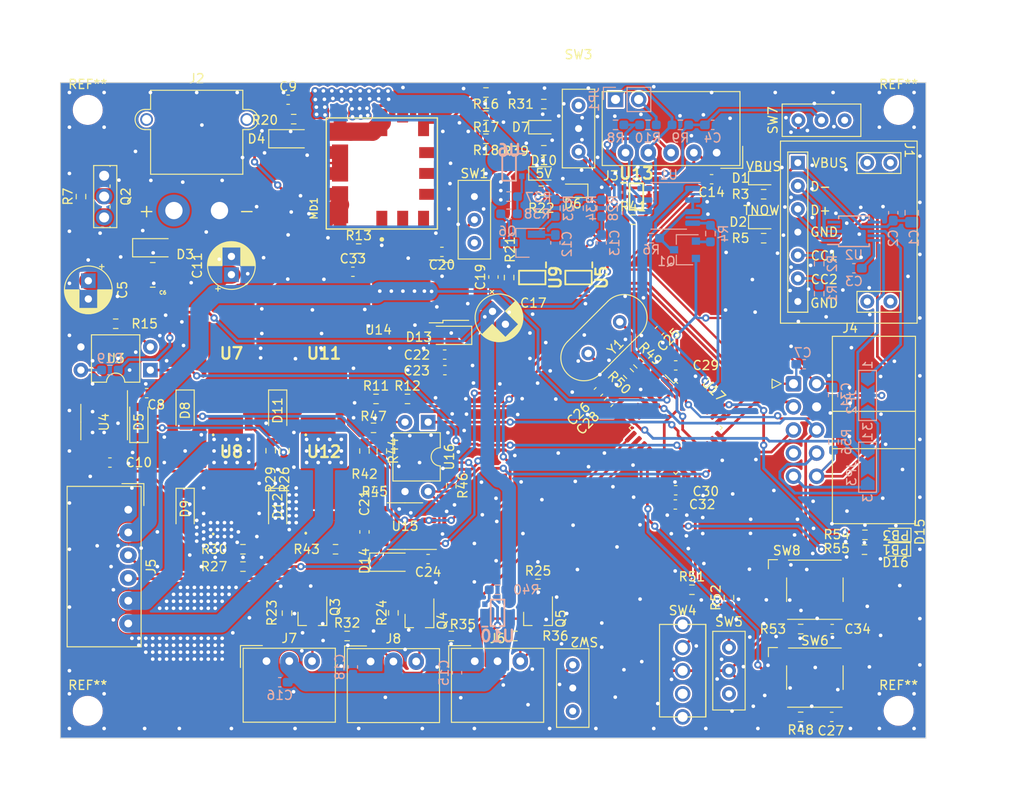
<source format=kicad_pcb>
(kicad_pcb (version 20211014) (generator pcbnew)
  (layers (0 "F.Cu" signal) (31 "B.Cu" signal) (34 "B.Paste" user) (35 "F.Paste" user) (36 "B.SilkS" user "B.Silkscreen") (37 "F.SilkS" user "F.Silkscreen") (38 "B.Mask" user) (39 "F.Mask" user) (44 "Edge.Cuts" user))
  (net 0 "")
  (net 1 "+5V")
  (net 2 "Motor_B")
  (net 3 "VDD")
  (net 4 "GND")
  (net 5 "VBUS")
  (net 6 "Net-(C3-Pad2)")
  (net 7 "+3.3V")
  (net 8 "MD_Power")
  (net 9 "TapeLED_Power")
  (net 10 "Tact_Switch1")
  (net 11 "NRST")
  (net 12 "Net-(D1-Pad2)")
  (net 13 "Net-(D2-Pad2)")
  (net 14 "Net-(C10-Pad2)")
  (net 15 "Net-(D6-Pad2)")
  (net 16 "Net-(D7-Pad2)")
  (net 17 "Motor_A")
  (net 18 "Net-(D10-Pad2)")
  (net 19 "Net-(C21-Pad2)")
  (net 20 "Net-(D15-Pad2)")
  (net 21 "Net-(D16-Pad2)")
  (net 22 "+7.5V")
  (net 23 "MD_GPIO")
  (net 24 "RS485_MD_A")
  (net 25 "RS485_MD_B")
  (net 26 "TCK")
  (net 27 "TMS")
  (net 28 "SWO")
  (net 29 "STLK_UART2_RX")
  (net 30 "STLK_UART2_TX")
  (net 31 "BOOT0")
  (net 32 "Encoder_A")
  (net 33 "Encoder_B")
  (net 34 "TapeLED_H_3")
  (net 35 "TapeLED_H_1")
  (net 36 "TapeLED_H_2")
  (net 37 "Net-(JP1-Pad2)")
  (net 38 "USB-C_UART2_RX")
  (net 39 "Write_UART2_RX")
  (net 40 "USB-C_UART2_TX")
  (net 41 "Write_UART2_TX")
  (net 42 "Net-(MD1-Pad1)")
  (net 43 "Net-(MD1-Pad6)")
  (net 48 "Net-(J1-PadB5)")
  (net 49 "Net-(J1-PadA5)")
  (net 50 "MAX3485_MD_TX")
  (net 51 "Net-(R5-Pad1)")
  (net 52 "V_measure")
  (net 53 "Net-(R15-Pad1)")
  (net 54 "Net-(R16-Pad1)")
  (net 55 "Net-(R17-Pad1)")
  (net 56 "Net-(R19-Pad1)")
  (net 57 "TapeLED_L_1")
  (net 58 "TapeLED_L_2")
  (net 59 "TapeLED_L_3")
  (net 60 "Net-(R26-Pad1)")
  (net 61 "Net-(R26-Pad2)")
  (net 62 "Net-(R27-Pad1)")
  (net 63 "Net-(R27-Pad2)")
  (net 64 "Net-(C13-Pad2)")
  (net 65 "Net-(R31-Pad1)")
  (net 66 "Net-(C12-Pad1)")
  (net 67 "Net-(Q6-Pad3)")
  (net 68 "Net-(R40-Pad1)")
  (net 69 "Net-(R41-Pad1)")
  (net 70 "Net-(R43-Pad2)")
  (net 71 "Net-(R44-Pad1)")
  (net 72 "Net-(R45-Pad1)")
  (net 73 "Net-(R46-Pad1)")
  (net 74 "Net-(R47-Pad1)")
  (net 75 "Net-(R49-Pad1)")
  (net 76 "Net-(C25-Pad2)")
  (net 77 "Net-(R50-Pad1)")
  (net 78 "Net-(C26-Pad2)")
  (net 79 "Toggle_Switch_1")
  (net 80 "Slide_Switch_1")
  (net 81 "LED_1")
  (net 82 "LED_2")
  (net 83 "MAX3485_MD_RX")
  (net 84 "Net-(J1-PadA6)")
  (net 85 "Net-(J1-PadA7)")
  (net 86 "RTS")
  (net 87 "CTS")
  (net 88 "PWM_A")
  (net 89 "shutdown")
  (net 90 "PWM_B")
  (net 97 "Net-(Q1-Pad1)")
  (net 98 "Net-(Q1-Pad3)")
  (net 99 "Net-(R37-Pad1)")
  (net 100 "Net-(R42-Pad2)")
  (net 104 "dcdcout")
  (footprint "Capacitor_SMD:C_0603_1608Metric_Pad1.08x0.95mm_HandSolder" (layer "F.Cu") (at 42.7725 87.63)
    (fp_text reference "C8")
    (fp_text value "100nF")
  )
  (footprint "LED_SMD:LED_0603_1608Metric_Pad1.05x0.95mm_HandSolder" (layer "F.Cu") (at 110.49 68.834)
    (fp_text reference "D2")
    (fp_text value "LED")
  )
  (footprint "Resistor_SMD:R_0603_1608Metric_Pad0.98x0.95mm_HandSolder" (layer "F.Cu") (at 53.34 106.68)
    (fp_text reference "R27")
    (fp_text value "R")
  )
  (footprint "Slide_Switch:3P_SPDT_SlideSwitch" (layer "F.Cu") (at 90.17 58.57)
    (fp_text reference "SW3")
    (fp_text value "SW_SPDT")
  )
  (footprint "Ceramic_Capacitor:CAPC3225X270N" (layer "F.Cu") (at 43.43561 74.639237 180)
    (fp_text reference "C6")
    (fp_text value "C")
  )
  (footprint "TSOP6F:SSM6J808R" (layer "F.Cu") (at 90.17 74.93 -90)
    (fp_text reference "U5")
    (fp_text value "SSM6J808R" hide)
  )
  (footprint "Screw_Hole:M3" (layer "F.Cu") (at 125.3 122.52)
    (fp_text reference "REF**")
    (fp_text value "M3")
  )
  (footprint "Diode_SMD:D_SOD-123" (layer "F.Cu") (at 46.99 100.33 -90)
    (fp_text reference "D9")
    (fp_text value "D")
  )
  (footprint "Capacitor_SMD:C_0603_1608Metric_Pad1.08x0.95mm_HandSolder" (layer "F.Cu") (at 75.499653 85.104507)
    (fp_text reference "C23")
    (fp_text value "1uF_X5R_0603")
  )
  (footprint "Diode_SMD:D_SOD-123" (layer "F.Cu") (at 43.476346 71.658896)
    (fp_text reference "D3")
    (fp_text value "D")
  )
  (footprint "Capacitor_SMD:C_0603_1608Metric_Pad1.08x0.95mm_HandSolder" (layer "F.Cu") (at 99.06 80.772 -135)
    (fp_text reference "C25")
    (fp_text value "20pF")
  )
  (footprint "Resistor_SMD:R_0603_1608Metric_Pad0.98x0.95mm_HandSolder" (layer "F.Cu") (at 86.0825 65.405)
    (fp_text reference "R22")
    (fp_text value "5.1k")
  )
  (footprint "SOP-Advance-8:TPH11006NL" (layer "F.Cu") (at 52.07 99.145)
    (fp_text reference "U8")
    (fp_text value "TPH11006NL" hide)
  )
  (footprint "Crystal:Crystal_HC18-U_Vertical" (layer "F.Cu") (at 94.696412 79.801588 -135)
    (fp_text reference "Y1")
    (fp_text value "Crystal")
  )
  (footprint "Package_DIP:DIP-4_W7.62mm" (layer "F.Cu") (at 43.17 85.095 180)
    (fp_text reference "U3")
    (fp_text value "TLP785")
  )
  (footprint "Resistor_SMD:R_0603_1608Metric_Pad0.98x0.95mm_HandSolder" (layer "F.Cu") (at 114.554 113.538)
    (fp_text reference "R53")
    (fp_text value "10k")
  )
  (footprint "Capacitor_SMD:C_0603_1608Metric_Pad1.08x0.95mm_HandSolder" (layer "F.Cu") (at 38.734999 95.25)
    (fp_text reference "C10")
    (fp_text value "C")
  )
  (footprint "Toggle_Switch:3P_SPDT_5Pin_ToggleSwitch" (layer "F.Cu") (at 101.6 118.11)
    (fp_text reference "SW4")
    (fp_text value "SW_SPDT")
  )
  (footprint "Button_Switch_SMD:SW_SPST_Omron_B3FS-100xP" (layer "F.Cu") (at 116.11 118.872)
    (fp_text reference "SW6")
    (fp_text value "SW_SPST")
  )
  (footprint "Connector_Molex:Molex_SPOX_5268-05A_1x05_P2.50mm_Horizontal" (layer "F.Cu") (at 105.33 61.22 180)
    (fp_text reference "J3")
    (fp_text value "Conn_01x05_Female")
  )
  (footprint "TSOP6F:SSM6J808R" (layer "F.Cu") (at 85.09 74.93 -90)
    (fp_text reference "U9")
    (fp_text value "SSM6J808R" hide)
  )
  (footprint "Resistor_SMD:R_0603_1608Metric_Pad0.98x0.95mm_HandSolder" (layer "F.Cu") (at 85.725 108.585)
    (fp_text reference "R25")
    (fp_text value "10k")
  )
  (footprint "Capacitor_SMD:C_0603_1608Metric_Pad1.08x0.95mm_HandSolder" (layer "F.Cu") (at 58.297458 55.398953)
    (fp_text reference "C9")
    (fp_text value "C")
  )
  (footprint "SOP-Advance-8:TPH11006NL" (layer "F.Cu") (at 62.23 88.265)
    (fp_text reference "U11")
    (fp_text value "TPH11006NL" hide)
  )
  (footprint "Resistor_SMD:R_0603_1608Metric_Pad0.98x0.95mm_HandSolder" (layer "F.Cu") (at 39.37 80.01 180)
    (fp_text reference "R15")
    (fp_text value "510")
  )
  (footprint "Connector_Molex:Molex_SPOX_5268-03A_1x03_P2.50mm_Horizontal" (layer "F.Cu") (at 55.92 117.06)
    (fp_text reference "J7")
    (fp_text value "Conn_01x03_Female")
  )
  (footprint "Capacitor_SMD:C_0603_1608Metric_Pad1.08x0.95mm_HandSolder" (layer "F.Cu") (at 75.477877 83.395547 180)
    (fp_text reference "C22")
    (fp_text value "100nF")
  )
  (footprint "Resistor_SMD:R_0603_1608Metric_Pad0.98x0.95mm_HandSolder" (layer "F.Cu") (at 95.650924 85.478103 135)
    (fp_text reference "R50")
    (fp_text value "0")
  )
  (footprint "Resistor_SMD:R_0603_1608Metric_Pad0.98x0.95mm_HandSolder" (layer "F.Cu") (at 53.34 104.775)
    (fp_text reference "R30")
    (fp_text value "10k")
  )
  (footprint "Capacitor_SMD:C_0603_1608Metric_Pad1.08x0.95mm_HandSolder" (layer "F.Cu") (at 80.827993 74.869689 90)
    (fp_text reference "C19")
    (fp_text value "1uF_X5R_0603")
  )
  (footprint "Capacitor_SMD:C_0603_1608Metric_Pad1.08x0.95mm_HandSolder" (layer "F.Cu") (at 100.838 84.582 180)
    (fp_text reference "C29")
    (fp_text value "100nF")
  )
  (footprint "Resistor_SMD:R_0603_1608Metric_Pad0.98x0.95mm_HandSolder" (layer "F.Cu") (at 82.55 74.93 90)
    (fp_text reference "R21")
    (fp_text value "10k")
  )
  (footprint "Diode_SMD:D_SOD-123" (layer "F.Cu") (at 58.42 59.69)
    (fp_text reference "D4")
    (fp_text value "D")
  )
  (footprint "LED_SMD:LED_0603_1608Metric_Pad1.05x0.95mm_HandSolder" (layer "F.Cu") (at 124.962506 104.790968 180)
    (fp_text reference "D16")
    (fp_text value "LED")
  )
  (footprint "Package_TO_SOT_SMD:SOT-23_Handsoldering" (layer "F.Cu") (at 85.725 112.395 -90)
    (fp_text reference "Q5")
    (fp_text value "Q_NMOS_GSD")
  )
  (footprint "Resistor_SMD:R_0603_1608Metric_Pad0.98x0.95mm_HandSolder" (layer "F.Cu") (at 56.384306 93.951703 90)
    (fp_text reference "R29")
    (fp_text value "10k")
  )
  (footprint "Resistor_SMD:R_0603_1608Metric_Pad0.98x0.95mm_HandSolder" (layer "F.Cu") (at 67.792023 98.443293 180)
    (fp_text reference "R45")
    (fp_text value "R")
  )
  (footprint "Capacitor_SMD:C_0603_1608Metric_Pad1.08x0.95mm_HandSolder" (layer "F.Cu") (at 75.174433 72.114105 180)
    (fp_text reference "C20")
    (fp_text value "100nF")
  )
  (footprint "Capacitor_SMD:C_0603_1608Metric_Pad1.08x0.95mm_HandSolder" (layer "F.Cu") (at 93.472 88.646 45)
    (fp_text reference "C28")
    (fp_text value "100nF")
  )
  (footprint "Resistor_SMD:R_0603_1608Metric_Pad0.98x0.95mm_HandSolder" (layer "F.Cu") (at 67.6675 91.44 180)
    (fp_text reference "R47")
    (fp_text value "510")
  )
  (footprint "Resistor_SMD:R_0603_1608Metric_Pad0.98x0.95mm_HandSolder" (layer "F.Cu") (at 80.01 59.69 180)
    (fp_text reference "R18")
    (fp_text value "10")
  )
  (footprint "Resistor_SMD:R_0603_1608Metric_Pad0.98x0.95mm_HandSolder" (layer "F.Cu") (at 76.2 114.3 180)
    (fp_text reference "R35")
    (fp_text value "10k")
  )
  (footprint "SOP-Advance-8:TPH11006NL" (layer "F.Cu") (at 62.23 99.06)
    (fp_text reference "U12")
    (fp_text value "TPH11006NL" hide)
  )
  (footprint "Diode_SMD:D_SOD-123" (layer "F.Cu") (at 57.15 89.535 -90)
    (fp_text reference "D11")
    (fp_text value "D")
  )
  (footprint "Slide_Switch:3P_SPDT_SlideSwitch" (layer "F.Cu") (at 116.84 57.658 90)
    (fp_text reference "SW7")
    (fp_text value "SW_SPDT")
  )
  (footprint "Slide_Switch:3P_SPDT_SlideSwitch" (layer "F.Cu") (at 89.535 120.015 180)
    (fp_text reference "SW2")
    (fp_text value "SW_SPDT")
  )
  (footprint "Diode_SMD:D_SOD-123" (layer "F.Cu") (at 76.2 81.28 180)
    (fp_text reference "D13")
    (fp_text value "D")
  )
  (footprint "Resistor_SMD:R_0603_1608Metric_Pad0.98x0.95mm_HandSolder" (layer "F.Cu") (at 110.49 70.612)
    (fp_text reference "R5")
    (fp_text value "5.1k")
  )
  (footprint "Resistor_SMD:R_0603_1608Metric_Pad0.98x0.95mm_HandSolder" (layer "F.Cu") (at 114.554 123.19 180)
    (fp_text reference "R48")
    (fp_text value "10k")
  )
  (footprint "USB_DIP:USB_C(simple)" (layer "F.Cu") (at 127.335 59.945 -90)
    (fp_text reference "J1")
    (fp_text value "USB_C_Receptacle_USB2.0")
  )
  (footprint "Resistor_SMD:R_0603_1608Metric_Pad0.98x0.95mm_HandSolder" (layer "F.Cu") (at 86.36 60.96)
    (fp_text reference "R39")
    (fp_text value "5.1k")
  )
  (footprint "Screw_Hole:M3" (layer "F.Cu") (at 36.3 122.52)
    (fp_text reference "REF**")
    (fp_text value "M3")
  )
  (footprint "Capacitor_SMD:C_0603_1608Metric_Pad1.08x0.95mm_HandSolder" (layer "F.Cu") (at 92.35412 87.47788 45)
    (fp_text reference "C26")
    (fp_text value "20pF")
  )
  (footprint "Package_DIP:DIP-4_W7.62mm" (layer "F.Cu") (at 73.665 90.815 -90)
    (fp_text reference "U16")
    (fp_text value "TLP785")
  )
  (footprint "Capacitor_SMD:C_0603_1608Metric_Pad1.08x0.95mm_HandSolder" (layer "F.Cu") (at 104.775 64.135 180)
    (fp_text reference "C14")
    (fp_text value "100nF")
  )
  (footprint "Capacitor_THT:CP_Radial_D5.0mm_P2.00mm" (layer "F.Cu") (at 52.07 74.615112 90)
    (fp_text reference "C11")
    (fp_text value "C_Polarized")
  )
  (footprint "Connector_AMASS:AMASS_XT30PW-M_1x02_P2.50mm_Horizontal" (layer "F.Cu") (at 50.76 67.575)
    (fp_text reference "J2")
    (fp_text value "Conn_01x02_Female")
  )
  (footprint "Resistor_SMD:R_0603_1608Metric_Pad0.98x0.95mm_HandSolder" (layer "F.Cu") (at 71.3975 88.265)
    (fp_text reference "R12")
    (fp_text value "R")
  )
  (footprint "Connector_Molex:Molex_SPOX_5268-03A_1x03_P2.50mm_Horizontal" (layer "F.Cu") (at 78.78 117.07)
    (fp_text reference "J6")
    (fp_text value "Conn_01x03_Female")
  )
  (footprint "Resistor_SMD:R_0603_1608Metric_Pad0.98x0.95mm_HandSolder" (layer "F.Cu") (at 69.85 111.76 -90)
    (fp_text reference "R24")
    (fp_text value "10k")
  )
  (footprint "Slide_Switch:3P_SPDT_SlideSwitch" (layer "F.Cu") (at 106.68 118.11)
    (fp_text reference "SW5")
    (fp_text value "SW_SPDT")
  )
  (footprint "Resistor_SMD:R_0603_1608Metric_Pad0.98x0.95mm_HandSolder" (layer "F.Cu") (at 66.04 71.755)
    (fp_text reference "R13")
    (fp_text value "10k")
  )
  (footprint "Resistor_SMD:R_0603_1608Metric_Pad0.98x0.95mm_HandSolder" (layer "F.Cu") (at 76.2 97.79 90)
    (fp_text reference "R46")
    (fp_text value "1k")
  )
  (footprint "Resistor_SMD:R_0603_1608Metric_Pad0.98x0.95mm_HandSolder" (layer "F.Cu") (at 58.172761 111.791654 -90)
    (fp_text reference "R23")
    (fp_text value "10k")
  )
  (footprint "DCDC_Regulator:MURATA_OKL-T-6-W12N-C" (layer "F.Cu") (at 68.58 63.5 90)
    (fp_text reference "MD1")
    (fp_text value "OKL-T/6-W12N-C")
  )
  (footprint "Resistor_SMD:R_0603_1608Metric_Pad0.98x0.95mm_HandSolder" (layer "F.Cu") (at 96.774 84.328 135)
    (fp_text reference "R49")
    (fp_text value "0")
  )
  (footprint "Package_TO_SOT_SMD:SOT-23_Handsoldering" (layer "F.Cu") (at 72.71 112.625 -90)
    (fp_text reference "Q4")
    (fp_text value "Q_NMOS_GSD")
  )
  (footprint "LED_SMD:LED_0603_1608Metric_Pad1.05x0.95mm_HandSolder" (layer "F.Cu") (at 124.998928 103.204699 180)
    (fp_text reference "D15")
    (fp_text value "LED")
  )
  (footprint "LED_SMD:LED_0603_1608Metric_Pad1.05x0.95mm_HandSolder" (layer "F.Cu") (at 86.36 63.5)
    (fp_text reference "D10")
    (fp_text value "LED")
  )
  (footprint "Diode_SMD:D_SOD-123" (layer "F.Cu") (at 41.91 90.804999 90)
    (fp_text reference "D5")
    (fp_text value "D")
  )
  (footprint "Package_SO:SOP-8_3.9x4.9mm_P1.27mm" (layer "F.Cu") (at 71.12 102.235 180)
    (fp_text reference "U15")
    (fp_text value "IR2302")
  )
  (footprint "Package_SO:SOP-8_3.9x4.9mm_P1.27mm" (layer "F.Cu") (at 38.1 90.805 -90)
    (fp_text reference "U4")
    (fp_text value "IR2302")
  )
  (footprint "Resistor_SMD:R_0603_1608Metric_Pad0.98x0.95mm_HandSolder" (layer "F.Cu") (at 66.675 93.98 90)
    (fp_text reference "R42")
    (fp_text value "10k")
  )
  (footprint "Capacitor_SMD:C_0603_1608Metric_Pad1.08x0.95mm_HandSolder" (layer "F.Cu") (at 100.79354 99.856988)
    (fp_text reference "C32")
    (fp_text value "100nF")
  )
  (footprint "Capacitor_SMD:C_0603_1608Metric_Pad1.08x0.95mm_HandSolder" (layer "F.Cu") (at 118.0095 113.538)
    (fp_text reference "C34")
    (fp_text value "100nF")
  )
  (footprint "TSOP6F:SSM6J808R" (layer "F.Cu") (at 96.52 66.04)
    (fp_text reference "U13")
    (fp_text value "SSM6J808R" hide)
  )
  (footprint "Resistor_SMD:R_0603_1608Metric_Pad0.98x0.95mm_HandSolder" (layer "F.Cu") (at 80.01 54.61 180)
    (fp_text reference "R16")
    (fp_text value "1k")
  )
  (footprint "Resistor_SMD:R_0603_1608Metric_Pad0.98x0.95mm_HandSolder" (layer "F.Cu") (at 63.5 104.775)
    (fp_text reference "R43")
    (fp_text value "10k")
  )
  (footprint "Diode_SMD:D_SOD-123" (layer "F.Cu") (at 57.15 100.33 -90)
    (fp_text reference "D12")
    (fp_text value "D")
  )
  (footprint "Resistor_SMD:R_0603_1608Metric_Pad0.98x0.95mm_HandSolder" (layer "F.Cu") (at 106.68 110.0855 90)
    (fp_text reference "R52")
    (fp_text value "10k")
  )
  (footprint "Package_QFP:LQFP-32_7x7mm_P0.8mm" (layer "F.Cu") (at 100.838 91.44 -45)
    (fp_text reference "U17")
    (fp_text value "STM32F303K8Tx")
  )
  (footprint "Resistor_SMD:R_0603_1608Metric_Pad0.98x0.95mm_HandSolder" (layer "F.Cu") (at 80.01 57.15)
    (fp_text reference "R17")
    (fp_text value "330")
  )
  (footprint "Capacitor_SMD:C_0603_1608Metric_Pad1.08x0.95mm_HandSolder" (layer "F.Cu") (at 65.405 74.295)
    (fp_text reference "C33")
    (fp_text value "100nF")
  )
  (footprint "Package_TO_SOT_SMD:TO-252-3_TabPin2" (layer "F.Cu") (at 72.815 76.455 180)
    (fp_text reference "U14")
    (fp_text value "AMS1117CD")
  )
  (footprint "LED_SMD:LED_0603_1608Metric_Pad1.05x0.95mm_HandSolder" (layer "F.Cu") (at 86.36 58.42)
    (fp_text reference "D7")
    (fp_text value "LED")
  )
  (footprint "Resistor_SMD:R_0603_1608Metric_Pad0.98x0.95mm_HandSolder" (layer "F.Cu") (at 83.185 114.3 180)
    (fp_text reference "R36")
    (fp_text value "10k")
  )
  (footprint "Resistor_SMD:R_0603_1608Metric_Pad0.98x0.95mm_HandSolder" (layer "F.Cu") (at 96.1625 68.58)
    (fp_text reference "R41")
    (fp_text value "10k")
  )
  (footprint "Resistor_SMD:R_0603_1608Metric_Pad0.98x0.95mm_HandSolder" (layer "F.Cu") (at 64.77 114.3)
    (fp_text reference "R32")
    (fp_text value "10k")
  )
  (footprint "Diode_SMD:D_SOD-123" (layer "F.Cu") (at 69.495456 106.193174)
    (fp_text reference "D14")
    (fp_text value "D")
  )
  (footprint "Package_TO_SOT_SMD:SOT-23_Handsoldering" (layer "F.Cu") (at 60.96 112.395 -90)
    (fp_text reference "Q3")
    (fp_text value "Q_NMOS_GSD")
  )
  (footprint "Capacitor_SMD:C_0603_1608Metric_Pad1.08x0.95mm_HandSolder" (layer "F.Cu") (at 66.675 102.87 -90)
    (fp_text reference "C21")
    (fp_text value "C")
  )
  (footprint "Connector_Molex:Molex_SPOX_5268-03A_1x03_P2.50mm_Horizontal" (layer "F.Cu") (at 67.35 117.1)
    (fp_text reference "J8")
    (fp_text value "Conn_01x03_Female")
  )
  (footprint "SOP-Advance-8:TPH11006NL" (layer "F.Cu") (at 52.07 88.265)
    (fp_text reference "U7")
    (fp_text value "TPH11006NL" hide)
  )
  (footprint "Button_Switch_SMD:SW_SPST_Omron_B3FS-100xP" (layer "F.Cu") (at 116.11 109.22)
    (fp_text reference "SW8")
    (fp_text value "SW_SPST")
  )
  (footprint "Resistor_SMD:R_0603_1608Metric_Pad0.98x0.95mm_HandSolder" (layer "F.Cu") (at 86.36 55.88)
    (fp_text reference "R31")
    (fp_text value "5.1k")
  )
  (footprint "Resistor_SMD:R_0603_1608Metric_Pad0.98x0.95mm_HandSolder" (layer "F.Cu") (at 67.945 88.265)
    (fp_text reference "R11")
    (fp_text value "R")
  )
  (footprint "Capacitor_SMD:C_0603_1608Metric_Pad1.08x0.95mm_HandSolder" (layer "F.Cu") (at 73.66 105.852269 180)
    (fp_text reference "C24")
    (fp_text value "100nF")
  )
  (footprint "Package_TO_SOT_THT:TO-251-3_Vertical" (layer "F.Cu") (at 38.1 63.749999 -90)
    (fp_text reference "Q2")
    (fp_text value "Q_PMOS_GDS")
  )
  (footprint "Resistor_SMD:R_0603_1608Metric_Pad0.98x0.95mm_HandSolder" (layer "F.Cu") (at 58.90584 57.535364)
    (fp_text reference "R20")
    (fp_text value "1.2k")
  )
  (footprint "Capacitor_SMD:C_0603_1608Metric_Pad1.08x0.95mm_HandSolder" (layer "F.Cu") (at 100.838 98.298 180)
    (fp_text reference "C30")
    (fp_text value "1uF_X5R_0603")
  )
  (footprint "LED_SMD:LED_0603_1608Metric_Pad1.05x0.95mm_HandSolder" (layer "F.Cu") (at 89.535 65.405 180)
    (fp_text reference "D6")
    (fp_text value "LED")
  )
  (footprint "Resistor_SMD:R_0603_1608Metric_Pad0.98x0.95mm_HandSolder" (layer "F.Cu") (at 110.49 65.786)
    (fp_text reference "R3")
    (fp_text value "5.1k")
  )
  (footprint "Resistor_SMD:R_0603_1608Metric_Pad0.98x0.95mm_HandSolder" (layer "F.Cu") (at 68.58 93.98 90)
    (fp_text reference "R44")
    (fp_text value "R")
  )
  (footprint "Connector_IDC:IDC-Header_2x05_P2.54mm_Horizontal" (layer "F.Cu") (at 113.7625 86.595)
    (fp_text reference "J4")
    (fp_text value "Conn_01x10_Female")
  )
  (footprint "Resistor_SMD:R_0603_1608Metric_Pad0.98x0.95mm_HandSolder" (layer "F.Cu") (at 57.898187 93.951703 90)
    (fp_text reference "R26")
    (fp_text value "R")
  )
  (footprint "LED_SMD:LED_0603_1608Metric_Pad1.05x0.95mm_HandSolder" (layer "F.Cu") (at 110.49 64.008)
    (fp_text reference "D1")
    (fp_text value "LED")
  )
  (footprint "Screw_Hole:M3" (layer "F.Cu") (at 125.3 56.52)
    (fp_text reference "REF**")
    (fp_text value "M3")
  )
  (footprint "Slide_Switch:3P_SPDT_SlideSwitch" (layer "F.Cu") (at 78.74 68.58)
    (fp_text reference "SW1")
    (fp_text value "SW_SPDT")
  )
  (footprint "Resistor_SMD:R_0603_1608Metric_Pad0.98x0.95mm_HandSolder" (layer "F.Cu") (at 35.56 66.04 90)
    (fp_text reference "R7")
    (fp_text value "10k")
  )
  (footprint "Resistor_SMD:R_0603_1608Metric_Pad0.98x0.95mm_HandSolder" (layer "F.Cu") (at 102.616 109.22)
    (fp_text reference "R51")
    (fp_text value "10k")
  )
  (footprint "Capacitor_THT:CP_Radial_D5.0mm_P2.00mm" (layer "F.Cu") (at 80.728957 78.648159 -45)
    (fp_text reference "C17")
    (fp_text value "C_Polarized")
  )
  (footprint "Screw_Hole:M3" (layer "F.Cu") (at 36.3 56.52)
    (fp_text reference "REF**")
    (fp_text value "M3")
  )
  (footprint "Diode_SMD:D_SOD-123" (layer "F.Cu") (at 46.99 89.535 -90)
    (fp_text reference "D8")
    (fp_text value "D")
  )
  (footprint "Resistor_SMD:R_0603_1608Metric_Pad0.98x0.95mm_HandSolder" (layer "F.Cu") (at 121.557831 104.819985 180)
    (fp_text reference "R55")
    (fp_text value "1k")
  )
  (footprint "Capacitor_THT:CP_Radial_D5.0mm_P2.00mm" (layer "F.Cu") (at 36.364633 75.288494 -90)
    (fp_text reference "C5")
    (fp_text value "C_Polarized")
  )
  (footprint "Connector_Molex:Molex_SPOX_5268-06A_1x06_P2.50mm_Horizontal" (layer "F.Cu") (at 40.75 100.43 -90)
    (fp_text reference "J5")
    (fp_text value "Conn_01x06_Female")
  )
  (footprint "Capacitor_SMD:C_0603_1608Metric_Pad1.08x0.95mm_HandSolder" (layer "F.Cu") (at 117.9565 123.19)
    (fp_text reference "C27")
    (fp_text value "100nF")
  )
  (footprint "Resistor_SMD:R_0603_1608Metric_Pad0.98x0.95mm_HandSolder" (layer "F.Cu") (at 121.606696 103.193375 180)
    (fp_text reference "R54")
    (fp_text value "1k")
  )
  (footprint "Jumper:SolderJumper-3_P2.0mm_Open_TrianglePad1.0x1.5mm_NumberLabels" (layer "B.Cu") (at 121.92 95.758 -90)
    (fp_text reference "JP3")
    (fp_text value "SolderJumper_3_Open")
  )
  (footprint "Resistor_SMD:R_0603_1608Metric_Pad0.98x0.95mm_HandSolder" (layer "B.Cu") (at 101.346 58.166)
    (fp_text reference "R9")
    (fp_text value "2.2k")
  )
  (footprint "Capacitor_SMD:C_0603_1608Metric_Pad1.08x0.95mm_HandSolder" (layer "B.Cu") (at 57.377501 119.38)
    (fp_text reference "C16")
    (fp_text value "100nF")
  )
  (footprint "Resistor_SMD:R_0603_1608Metric_Pad0.98x0.95mm_HandSolder" (layer "B.Cu") (at 90.17 67.31 90)
    (fp_text reference "R34")
    (fp_text value "10k")
  )
  (footprint "Resistor_SMD:R_0603_1608Metric_Pad0.98x0.95mm_HandSolder" (layer "B.Cu") (at 97.79 58.166)
    (fp_text reference "R10")
    (fp_text value "120")
  )
  (footprint "Resistor_SMD:R_0603_1608Metric_Pad0.98x0.95mm_HandSolder" (layer "B.Cu") (at 116.586 76.708 90)
    (fp_text reference "R1")
    (fp_text value "5.1k")
  )
  (footprint "Resistor_SMD:R_0603_1608Metric_Pad0.98x0.95mm_HandSolder" (layer "B.Cu") (at 82.540567 67.935247)
    (fp_text reference "R38")
    (fp_text value "100")
  )
  (footprint "TSOP6F:SSM6J808R" (layer "B.Cu") (at 82.54929 62.844497 180)
    (fp_text reference "U6")
    (fp_text value "SSM6J808R" hide)
  )
  (footprint "Resistor_SMD:R_0603_1608Metric_Pad0.98x0.95mm_HandSolder" (layer "B.Cu") (at 104.648 70.104 90)
    (fp_text reference "R4")
    (fp_text value "7.5k")
  )
  (footprint "Capacitor_SMD:C_0603_1608Metric_Pad1.08x0.95mm_HandSolder" (layer "B.Cu") (at 120.396 73.914)
    (fp_text reference "C3")
    (fp_text value "0.1u")
  )
  (footprint "Resistor_SMD:R_0603_1608Metric_Pad0.98x0.95mm_HandSolder" (layer "B.Cu") (at 38.735 85.09)
    (fp_text reference "R19")
    (fp_text value "1k")
  )
  (footprint "Capacitor_SMD:C_0603_1608Metric_Pad1.08x0.95mm_HandSolder" (layer "B.Cu") (at 65.405 117.702501 -90)
    (fp_text reference "C18")
    (fp_text value "100nF")
  )
  (footprint "Capacitor_SMD:C_0603_1608Metric_Pad1.08x0.95mm_HandSolder" (layer "B.Cu") (at 114.935 84.455 180)
    (fp_text reference "C7")
    (fp_text value "0.1u")
  )
  (footprint "Capacitor_SMD:C_0603_1608Metric_Pad1.08x0.95mm_HandSolder" (layer "B.Cu") (at 76.835 118.337501 -90)
    (fp_text reference "C15")
    (fp_text value "100nF")
  )
  (footprint "Package_SO:SOP-8_3.9x4.9mm_P1.27mm" (layer "B.Cu") (at 100.076 67.056 180)
    (fp_text reference "U1")
    (fp_text value "MAX3485")
  )
  (footprint "Capacitor_SMD:C_0603_1608Metric_Pad1.08x0.95mm_HandSolder" (layer "B.Cu") (at 118.11 87.884 90)
    (fp_text reference "C31")
    (fp_text value "100nF")
  )
  (footprint "Resistor_SMD:R_0603_1608Metric_Pad0.98x0.95mm_HandSolder" (layer "B.Cu") (at 94.234 58.166)
    (fp_text reference "R8")
    (fp_text value "2.2k")
  )
  (footprint "Jumper:SolderJumper-3_P2.0mm_Open_TrianglePad1.0x1.5mm_NumberLabels" (layer "B.Cu") (at 121.92 87.884 -90)
    (fp_text reference "JP2")
    (fp_text value "SolderJumper_3_Open")
  )
  (footprint "Resistor_SMD:R_0603_1608Metric_Pad0.98x0.95mm_HandSolder" (layer "B.Cu") (at 118.158345 92.977141 90)
    (fp_text reference "R56")
    (fp_text value "10k")
  )
  (footprint "Resistor_SMD:R_0603_1608Metric_Pad0.98x0.95mm_HandSolder" (layer "B.Cu") (at 87.63 67.31 90)
    (fp_text reference "R33")
    (fp_text value "100")
  )
  (footprint "Capacitor_SMD:C_0603_1608Metric_Pad1.08x0.95mm_HandSolder" (layer "B.Cu") (at 87.63 71.12 -90)
    (fp_text reference "C12")
    (fp_text value "C")
  )
  (footprint "Resistor_SMD:R_0603_1608Metric_Pad0.98x0.95mm_HandSolder" (layer "B.Cu") (at 98.1475 70.612 180)
    (fp_text reference "R6")
    (fp_text value "20k")
  )
  (footprint "Capacitor_SMD:C_0805_2012Metric_Pad1.18x1.45mm_HandSolder" (layer "B.Cu") (at 126.746 67.818 -90)
    (fp_text reference "C1")
    (fp_text value "10u")
  )
  (footprint "Package_TO_SOT_SMD:SC-59" (layer "B.Cu") (at 101.854 71.882 180)
    (fp_text reference "Q1")
    (fp_text value "Q_PNP_BEC")
  )
  (footprint "Package_TO_SOT_SMD:SOT-23_Handsoldering" (layer "B.Cu") (at 84.05 71.12 180)
    (fp_text reference "Q6")
    (fp_text value "Q_NMOS_GSD")
  )
  (footprint "Resistor_SMD:R_0603_1608Metric_Pad0.98x0.95mm_HandSolder" (layer "B.Cu") (at 116.586 73.406 90)
    (fp_text reference "R2")
    (fp_text value "5.1k")
  )
  (footprint "Capacitor_SMD:C_0603_1608Metric_Pad1.08x0.95mm_HandSolder" (layer "B.Cu") (at 124.714 67.818 -90)
    (fp_text reference "C2")
    (fp_text value "0.1u")
  )
  (footprint "Resistor_SMD:R_0603_1608Metric_Pad0.98x0.95mm_HandSolder" (layer "B.Cu") (at 92.71 67.31 -90)
    (fp_text reference "R28")
    (fp_text value "100")
  )
  (footprint "Connector_PinHeader_2.54mm:PinHeader_1x02_P2.54mm_Vertical" (layer "B.Cu") (at 94.229 55.372 -90)
    (fp_text reference "JP1")
    (fp_text value "Jumper_2_Open")
  )
  (footprint "Resistor_SMD:R_0603_1608Metric_Pad0.98x0.95mm_HandSolder" (layer "B.Cu") (at 82.55 66.04 180)
    (fp_text reference "R37")
    (fp_text value "10k")
  )
  (footprint "TSOP6F:SSM6J808R" (layer "B.Cu") (at 81.28 111.76)
    (fp_text reference "U10")
    (fp_text value "SSM6J808R" hide)
  )
  (footprint "Package_SO:MSOP-10_3x3mm_P0.5mm" (layer "B.Cu") (at 120.396 69.85)
    (fp_text reference "U2")
    (fp_text value "CH340E")
  )
  (footprint "Capacitor_SMD:C_0603_1608Metric_Pad1.08x0.95mm_HandSolder" (layer "B.Cu") (at 92.71 71.12 90)
    (fp_text reference "C13")
    (fp_text value "C")
  )
  (footprint "Capacitor_SMD:C_0603_1608Metric_Pad1.08x0.95mm_HandSolder" (layer "B.Cu") (at 104.902 58.166)
    (fp_text reference "C4")
    (fp_text value "0.1u")
  )
  (footprint "Resistor_SMD:R_0603_1608Metric_Pad0.98x0.95mm_HandSolder" (layer "B.Cu") (at 81.28 109.22)
    (fp_text reference "R40")
    (fp_text value "10k")
  )
  (gr_rect (start 33.3 53.52) (end 128.3 125.52) (layer "Edge.Cuts") (width 0.1) (fill none))
  (segment (start 80.481841 78.648159) (end 79.8825 79.2475) (width 1.5) (layer "F.Cu") (net 1))
  (segment (start 81.6375 67.865) (end 80.875 68.6275) (width 2) (layer "F.Cu") (net 1))
  (segment (start 84.14 76.318) (end 83.505 75.683) (width 0.25) (layer "F.Cu") (net 1))
  (segment (start 80.875 71.223) (end 80.875 72.795) (width 2) (layer "F.Cu") (net 1))
  (segment (start 81.6375 66.3975) (end 81.6375 66.6515) (width 2) (layer "F.Cu") (net 1))
  (segment (start 79.495 74.175) (end 77.015 74.175) (width 2) (layer "F.Cu") (net 1))
  (segment (start 85.107 60.96) (end 81.6375 64.4295) (width 0.25) (layer "F.Cu") (net 1))
  (segment (start 49.53 78.74) (end 46.355 78.74) (width 0.3) (layer "F.Cu") (net 1))
  (segment (start 78.415454 95.9995) (end 79.127935 95.287019) (width 0.3) (layer "F.Cu") (net 1))
  (segment (start 78.6125 80.5175) (end 77.85 81.28) (width 1.5) (layer "F.Cu") (net 1))
  (segment (start 79.402993 77.322195) (end 80.728957 78.648159) (width 1.5) (layer "F.Cu") (net 1))
  (segment (start 79.2475 79.8825) (end 78.6125 80.5175) (width 1.5) (layer "F.Cu") (net 1))
  (segment (start 79.402993 74.267007) (end 79.402993 77.322195) (width 1.5) (layer "F.Cu") (net 1))
  (segment (start 45.310999 79.784001) (end 45.310999 81.552489) (width 0.3) (layer "F.Cu") (net 1))
  (segment (start 83.505 75.683) (end 83.505 73.689505) (width 0.25) (layer "F.Cu") (net 1))
  (segment (start 81.6375 66.6515) (end 81.6375 67.865) (width 2) (layer "F.Cu") (net 1))
  (segment (start 46.355 78.74) (end 45.310999 79.784001) (width 0.3) (layer "F.Cu") (net 1))
  (segment (start 50.165 79.375) (end 49.53 78.74) (width 0.3) (layer "F.Cu") (net 1))
  (segment (start 79.495 74.175) (end 79.402993 74.267007) (width 1.5) (layer "F.Cu") (net 1))
  (segment (start 80.728957 78.648159) (end 80.481841 78.648159) (width 1.5) (layer "F.Cu") (net 1))
  (segment (start 76.2 96.8775) (end 77.078 95.9995) (width 0.3) (layer "F.Cu") (net 1))
  (segment (start 85.4475 60.96) (end 85.107 60.96) (width 0.25) (layer "F.Cu") (net 1))
  (segment (start 77.015 74.175) (end 77.015 73.092172) (width 2) (layer "F.Cu") (net 1))
  (segment (start 81.6375 64.4295) (end 81.6375 66.3975) (width 2) (layer "F.Cu") (net 1))
  (segment (start 81.038495 71.223) (end 80.875 71.223) (width 0.25) (layer "F.Cu") (net 1))
  (segment (start 77.015 73.092172) (end 76.222328 72.2995) (width 2) (layer "F.Cu") (net 1))
  (segment (start 80.875 72.795) (end 79.495 74.175) (width 2) (layer "F.Cu") (net 1))
  (segment (start 80.875 68.6275) (end 80.875 71.223) (width 2) (layer "F.Cu") (net 1))
  (segment (start 79.8825 79.2475) (end 79.2475 79.8825) (width 1.5) (layer "F.Cu") (net 1))
  (segment (start 79.127935 95.287019) (end 79.127935 95.076974) (width 0.3) (layer "F.Cu") (net 1))
  (segment (start 77.078 95.9995) (end 78.415454 95.9995) (width 0.3) (layer "F.Cu") (net 1))
  (segment (start 83.505 73.689505) (end 81.038495 71.223) (width 0.25) (layer "F.Cu") (net 1))
  (via (at 81.6375 65.3815) (size 0.8) (drill 0.4) (layers "F.Cu" "B.Cu") (net 1))
  (via (at 81.6375 66.3975) (size 0.8) (drill 0.4) (layers "F.Cu" "B.Cu") (net 1))
  (via (at 79.8825 79.2475) (size 0.8) (drill 0.4) (layers "F.Cu" "B.Cu") (net 1))
  (via (at 81.6375 64.4295) (size 0.8) (drill 0.4) (layers "F.Cu" "B.Cu") (net 1))
  (via (at 50.165 79.375) (size 0.8) (drill 0.4) (layers "F.Cu" "B.Cu") (net 1))
  (via (at 79.127935 95.076974) (size 0.8) (drill 0.4) (layers "F.Cu" "B.Cu") (net 1))
  (via (at 45.310999 81.552489) (size 0.8) (drill 0.4) (layers "F.Cu" "B.Cu") (net 1))
  (segment (start 80.163271 96.041753) (end 81.356018 97.2345) (width 1.5) (layer "B.Cu") (net 1))
  (segment (start 52.705 81.915) (end 50.165 79.375) (width 0.3) (layer "B.Cu") (net 1))
  (segment (start 40.7925 83.945) (end 43.795166 83.945) (width 0.3) (layer "B.Cu") (net 1))
  (segment (start 43.795166 83.945) (end 45.310999 82.429167) (width 0.3) (layer "B.Cu") (net 1))
  (segment (start 80.728957 78.648159) (end 80.163271 79.213845) (width 1.5) (layer "B.Cu") (net 1))
  (segment (start 81.6375 66.04) (end 81.6375 65.8895) (width 2) (layer "B.Cu") (net 1))
  (segment (start 73.025 81.915) (end 52.705 81.915) (width 0.3) (layer "B.Cu") (net 1))
  (segment (start 77.462116 81.915) (end 80.163271 79.213845) (width 0.3) (layer "B.Cu") (net 1))
  (segment (start 39.6475 85.09) (end 40.7925 83.945) (width 0.3) (layer "B.Cu") (net 1))
  (segment (start 80.163271 79.213845) (end 80.163271 93.191729) (width 1.5) (layer "B.Cu") (net 1))
  (segment (start 82.1925 110.3345) (end 82.668 110.81) (width 0.3) (layer "B.Cu") (net 1))
  (segment (start 45.310999 82.429167) (end 45.310999 81.552489) (width 0.3) (layer "B.Cu") (net 1))
  (segment (start 81.6375 65.8895) (end 81.6375 65.3815) (width 2) (layer "B.Cu") (net 1))
  (segment (start 81.709571 97.2345) (end 82.55 98.074929) (width 1.5) (layer "B.Cu") (net 1))
  (segment (start 82.55 98.074929) (end 82.55 110.49) (width 1.5) (layer "B.Cu") (net 1))
  (segment (start 81.356018 97.2345) (end 81.709571 97.2345) (width 1.5) (layer "B.Cu") (net 1))
  (segment (start 73.025 81.915) (end 77.462116 81.915) (width 0.3) (layer "B.Cu") (net 1))
  (segment (start 80.163271 93.191729) (end 80.163271 96.041753) (width 1.5) (layer "B.Cu") (net 1))
  (segment (start 80.163271 93.191729) (end 80.163271 94.041638) (width 0.3) (layer "B.Cu") (net 1))
  (segment (start 82.1925 109.22) (end 82.1925 110.3345) (width 0.3) (layer "B.Cu") (net 1))
  (segment (start 81.628067 66.049433) (end 81.6375 66.04) (width 0.25) (layer "B.Cu") (net 1))
  (segment (start 80.163271 94.041638) (end 79.127935 95.076974) (width 0.3) (layer "B.Cu") (net 1))
  (segment (start 81.6375 65.3815) (end 81.6375 64.4295) (width 2) (layer "B.Cu") (net 1))
  (segment (start 66.675 100.617893) (end 66.675 102.0075) (width 0.3) (layer "F.Cu") (net 2))
  (segment (start 57.15 91.185) (end 60.155 91.185) (width 0.3) (layer "F.Cu") (net 2))
  (segment (start 60.155 91.185) (end 60.325 91.015) (width 0.3) (layer "F.Cu") (net 2))
  (segment (start 63.121707 97.618293) (end 67.372873 97.618293) (width 0.3) (layer "F.Cu") (net 2))
  (segment (start 66.675 94.8925) (end 65.8475 94.8925) (width 0.3) (layer "F.Cu") (net 2))
  (segment (start 67.717023 99.57587) (end 66.675 100.617893) (width 0.3) (layer "F.Cu") (net 2))
  (segment (start 57.15 98.68) (end 59.72 96.11) (width 0.3) (layer "F.Cu") (net 2))
  (segment (start 62.23 98.51) (end 63.121707 97.618293) (width 0.3) (layer "F.Cu") (net 2))
  (segment (start 65.8475 94.8925) (end 62.23 98.51) (width 0.3) (layer "F.Cu") (net 2))
  (segment (start 59.72 96.11) (end 60.325 96.11) (width 0.3) (layer "F.Cu") (net 2))
  (segment (start 67.717023 97.962443) (end 67.717023 99.57587) (width 0.3) (layer "F.Cu") (net 2))
  (segment (start 66.675 102.0075) (end 68.0875 102.0075) (width 0.25) (layer "F.Cu") (net 2))
  (segment (start 67.372873 97.618293) (end 67.717023 97.962443) (width 0.3) (layer "F.Cu") (net 2))
  (segment (start 68.0875 102.0075) (end 68.495 101.6) (width 0.25) (layer "F.Cu") (net 2))
  (via (at 64.135 93.98) (size 0.8) (drill 0.4) (layers "F.Cu" "B.Cu") (net 2))
  (via (at 64.135 92.71) (size 0.8) (drill 0.4) (layers "F.Cu" "B.Cu") (net 2))
  (via (at 61.595 95.25) (size 0.8) (drill 0.4) (layers "F.Cu" "B.Cu") (net 2))
  (via (at 60.325 92.71) (size 0.8) (drill 0.4) (layers "F.Cu" "B.Cu") (net 2))
  (via (at 64.135 95.25) (size 0.8) (drill 0.4) (layers "F.Cu" "B.Cu") (net 2))
  (via (at 61.595 92.71) (size 0.8) (drill 0.4) (layers "F.Cu" "B.Cu") (net 2))
  (via (at 62.865 93.98) (size 0.8) (drill 0.4) (layers "F.Cu" "B.Cu") (net 2))
  (via (at 62.865 95.25) (size 0.8) (drill 0.4) (layers "F.Cu" "B.Cu") (net 2))
  (via (at 61.595 93.98) (size 0.8) (drill 0.4) (layers "F.Cu" "B.Cu") (net 2))
  (via (at 62.865 92.71) (size 0.8) (drill 0.4) (layers "F.Cu" "B.Cu") (net 2))
  (via (at 60.325 93.98) (size 0.8) (drill 0.4) (layers "F.Cu" "B.Cu") (net 2))
  (via (at 60.325 95.25) (size 0.8) (drill 0.4) (layers "F.Cu" "B.Cu") (net 2))
  (segment (start 62.23 101.6) (end 62.23 93.98) (width 2) (layer "B.Cu") (net 2))
  (segment (start 40.75 112.93) (end 50.9 112.93) (width 2) (layer "B.Cu") (net 2))
  (segment (start 50.9 112.93) (end 62.23 101.6) (width 2) (layer "B.Cu") (net 2))
  (segment (start 40.005 88.18) (end 40.935001 88.18) (width 0.3) (layer "F.Cu") (net 3))
  (segment (start 62.23 87.715) (end 66.4825 87.715) (width 0.25) (layer "F.Cu") (net 3))
  (segment (start 40.935001 88.18) (end 41.91 89.154999) (width 0.3) (layer "F.Cu") (net 3))
  (segment (start 67.0325 88.265) (end 68.4575 89.69) (width 0.25) (layer "F.Cu") (net 3))
  (segment (start 46.99 87.885) (end 47.595 87.885) (width 0.3) (layer "F.Cu") (net 3))
  (segment (start 65.1275 71.755) (end 63.995 70.6225) (width 0.25) (layer "F.Cu") (net 3))
  (segment (start 45.720001 89.154999) (end 41.91 89.154999) (width 0.3) (layer "F.Cu") (net 3))
  (segment (start 42.192249 77.199237) (end 40.281506 75.288494) (width 2) (layer "F.Cu") (net 3))
  (segment (start 48.530763 77.199237) (end 42.192249 77.199237) (width 2) (layer "F.Cu") (net 3))
  (segment (start 63.995 70.6225) (end 63.995 66.935) (width 0.25) (layer "F.Cu") (net 3))
  (segment (start 59.315 66.935) (end 57.15 64.77) (width 0.3) (layer "F.Cu") (net 3))
  (segment (start 75.85 95.25) (end 78.105 95.25) (width 0.25) (layer "F.Cu") (net 3))
  (segment (start 51.114888 74.615112) (end 52.07 74.615112) (width 2) (layer "F.Cu") (net 3))
  (segment (start 72.39 91.79) (end 75.85 95.25) (width 0.25) (layer "F.Cu") (net 3))
  (segment (start 71.145456 106.043174) (end 73.04863 104.14) (width 0.25) (layer "F.Cu") (net 3))
  (segment (start 40.281506 75.288494) (end 36.364633 75.288494) (width 2) (layer "F.Cu") (net 3))
  (segment (start 46.99 87.885) (end 45.720001 89.154999) (width 0.3) (layer "F.Cu") (net 3))
  (segment (start 72.39 90.17) (end 72.39 91.79) (width 0.25) (layer "F.Cu") (net 3))
  (segment (start 35.56 66.9525) (end 36.937499 68.329999) (width 2) (layer "F.Cu") (net 3))
  (segment (start 38.1 68.329999) (end 38.497449 68.329999) (width 2) (layer "F.Cu") (net 3))
  (segment (start 36.937499 68.329999) (end 38.1 68.329999) (width 2) (layer "F.Cu") (net 3))
  (segment (start 54.61 60.96) (end 55.88 59.69) (width 0.3) (layer "F.Cu") (net 3))
  (segment (start 68.4575 89.69) (end 71.91 89.69) (width 0.25) (layer "F.Cu") (net 3))
  (segment (start 73.745 105.074769) (end 74.5225 105.852269) (width 0.25) (layer "F.Cu") (net 3))
  (segment (start 71.91 89.69) (end 72.39 90.17) (width 0.25) (layer "F.Cu") (net 3))
  (segment (start 66.4825 87.715) (end 67.0325 88.265) (width 0.25) (layer "F.Cu") (net 3))
  (segment (start 53.730763 77.199237) (end 48.530763 77.199237) (width 2) (layer "F.Cu") (net 3))
  (segment (start 73.745 104.14) (end 73.745 105.074769) (width 0.25) (layer "F.Cu") (net 3))
  (segment (start 38.497449 68.329999) (end 41.826346 71.658896) (width 2) (layer "F.Cu") (net 3))
  (segment (start 75.565 104.14) (end 73.745 104.14) (width 0.25) (layer "F.Cu") (net 3))
  (segment (start 41.91 87.63) (end 41.36 88.18) (width 0.3) (layer "F.Cu") (net 3))
  (segment (start 63.995 66.935) (end 59.315 66.935) (width 0.3) (layer "F.Cu") (net 3))
  (segment (start 41.826346 71.658896) (end 41.826346 73.743654) (width 2) (layer "F.Cu") (net 3))
  (segment (start 41.36 88.18) (end 40.935001 88.18) (width 0.3) (layer "F.Cu") (net 3))
  (segment (start 73.04863 104.14) (end 73.745 104.14) (width 0.25) (layer "F.Cu") (net 3))
  (segment (start 54.61 62.23) (end 54.61 60.96) (width 0.3) (layer "F.Cu") (net 3))
  (segment (start 59.72 85.315) (end 60.325 85.315) (width 0.3) (layer "F.Cu") (net 3))
  (segment (start 47.595 87.885) (end 50.165 85.315) (width 0.3) (layer "F.Cu") (net 3))
  (segment (start 55.88 59.69) (end 56.77 59.69) (width 0.3) (layer "F.Cu") (net 3))
  (segment (start 71.145456 106.193174) (end 71.145456 106.043174) (width 0.25) (layer "F.Cu") (net 3))
  (segment (start 41.826346 73.743654) (end 40.281506 75.288494) (width 2) (layer "F.Cu") (net 3))
  (segment (start 57.15 87.885) (end 59.72 85.315) (width 0.3) (layer "F.Cu") (net 3))
  (segment (start 63.995 66.935) (end 53.730763 77.199237) (width 2) (layer "F.Cu") (net 3))
  (segment (start 48.530763 77.199237) (end 51.114888 74.615112) (width 2) (layer "F.Cu") (net 3))
  (via (at 54.61 62.23) (size 0.8) (drill 0.4) (layers "F.Cu" "B.Cu") (net 3))
  (via (at 78.105 95.25) (size 0.8) (drill 0.4) (layers "F.Cu" "B.Cu") (net 3))
  (via (at 75.565 104.14) (size 0.8) (drill 0.4) (layers "F.Cu" "B.Cu") (net 3))
  (via (at 57.15 64.77) (size 0.8) (drill 0.4) (layers "F.Cu" "B.Cu") (net 3))
  (segment (start 78.74 95.885) (end 78.74 96.52) (width 0.25) (layer "B.Cu") (net 3))
  (segment (start 78.105 95.25) (end 78.74 95.885) (width 0.25) (layer "B.Cu") (net 3))
  (segment (start 78.74 100.965) (end 75.565 104.14) (width 0.25) (layer "B.Cu") (net 3))
  (segment (start 57.15 64.77) (end 54.61 62.23) (width 0.3) (layer "B.Cu") (net 3))
  (segment (start 78.74 96.52) (end 78.74 100.965) (width 0.25) (layer "B.Cu") (net 3))
  (segment (start 118.872 113.538) (end 120.11 114.776) (width 0.3) (layer "F.Cu") (net 4))
  (segment (start 103.5285 109.22) (end 106.633 109.22) (width 0.3) (layer "F.Cu") (net 4))
  (segment (start 77.47 82.55) (end 76.2 81.28) (width 0.3) (layer "F.Cu") (net 4))
  (segment (start 35.56 65.1275) (end 36.937501 63.749999) (width 0.25) (layer "F.Cu") (net 4))
  (segment (start 79.83125 60.78125) (end 77.1125 63.5) (width 0.3) (layer "F.Cu") (net 4))
  (segment (start 82.55 78.74) (end 82.55 79.655544) (width 0.3) (layer "F.Cu") (net 4))
  (segment (start 118.872 113.538) (end 120.242 113.538) (width 0.3) (layer "F.Cu") (net 4))
  (segment (start 82.55 79.655544) (end 82.143171 80.062373) (width 0.3) (layer "F.Cu") (net 4))
  (segment (start 38.33 82.555) (end 35.55 82.555) (width 0.3) (layer "F.Cu") (net 4))
  (segment (start 120.11 114.776) (end 120.11 116.622) (width 0.3) (layer "F.Cu") (net 4))
  (segment (start 86.26 62.725) (end 86.26 62.076) (width 0.25) (layer "F.Cu") (net 4))
  (segment (start 62.865 104.4975) (end 62.5875 104.775) (width 0.3) (layer "F.Cu") (net 4))
  (segment (start 80.9225 59.69) (end 82.1925 58.42) (width 0.3) (layer "F.Cu") (net 4))
  (segment (start 89.52 59.22) (end 90.17 58.57) (width 0.25) (layer "F.Cu") (net 4))
  (segment (start 85.485 63.5) (end 86.26 62.725) (width 0.25) (layer "F.Cu") (net 4))
  (segment (start 73.745 100.33) (end 73.02 100.33) (width 0.25) (layer "F.Cu") (net 4))
  (segment (start 60.323 62.355) (end 60.198 62.23) (width 0.25) (layer "F.Cu") (net 4))
  (segment (start 106.633 109.22) (end 106.68 109.173) (width 0.3) (layer "F.Cu") (net 4))
  (segment (start 73.20166 88.265) (end 76.362153 85.104507) (width 0.25) (layer "F.Cu") (net 4))
  (segment (start 36.937501 63.749999) (end 38.1 63.749999) (width 0.25) (layer "F.Cu") (net 4))
  (segment (start 89.61 64.605) (end 86.59 64.605) (width 0.25) (layer "F.Cu") (net 4))
  (segment (start 82.1925 58.42) (end 85.485 58.42) (width 0.3) (layer "F.Cu") (net 4))
  (segment (start 80.9225 59.69) (end 79.83125 60.78125) (width 0.3) (layer "F.Cu") (net 4))
  (segment (start 80.827993 75.732189) (end 80.835311 75.732189) (width 0.3) (layer "F.Cu") (net 4))
  (segment (start 76.362153 83.417323) (end 76.340377 83.395547) (width 1.5) (layer "F.Cu") (net 4))
  (segment (start 79.655544 82.55) (end 77.47 82.55) (width 0.3) (layer "F.Cu") (net 4))
  (segment (start 106.68 109.173) (end 108.883 106.97) (width 0.3) (layer "F.Cu") (net 4))
  (segment (start 78.809997 83.395547) (end 82.143171 80.062373) (width 1.5) (layer "F.Cu") (net 4))
  (segment (start 63.995 62.355) (end 60.323 62.355) (width 0.25) (layer "F.Cu") (net 4))
  (segment (start 82.55 73.759104) (end 82.500448 73.709552) (width 0.25) (layer "F.Cu") (net 4))
  (segment (start 86.285 59.22) (end 89.52 59.22) (width 0.25) (layer "F.Cu") (net 4))
  (segment (start 76.362153 85.104507) (end 76.362153 83.417323) (width 1.5) (layer "F.Cu") (net 4))
  (segment (start 57.99334 56.524835) (end 56.867458 55.398953) (width 0.3) (layer "F.Cu") (net 4))
  (segment (start 105.33 63.8275) (end 105.6375 64.135) (width 0.3) (layer "F.Cu") (net 4))
  (segment (start 108.93 106.97) (end 112.11 106.97) (width 0.3) (layer "F.Cu") (net 4))
  (segment (start 99.9755 98.298) (end 99.9755 96.481842) (width 0.3) (layer "F.Cu") (net 4))
  (segment (start 105.33 61.22) (end 105.33 63.8275) (width 0.3) (layer "F.Cu") (net 4))
  (segment (start 77.1125 63.5) (end 74.18 63.5) (width 0.3) (layer "F.Cu") (net 4))
  (segment (start 52.705 104.013) (end 52.705 104.4975) (width 0.3) (layer "F.Cu") (net 4))
  (segment (start 51.527035 67.575) (end 50.76 67.575) (width 2) (layer "F.Cu") (net 4))
  (segment (start 35.55 82.555) (end 34.4 83.705) (width 0.3) (layer "F.Cu") (net 4))
  (segment (start 34.4 83.705) (end 34.4 86.385) (width 0.3) (layer "F.Cu") (net 4))
  (segment (start 72.31 88.265) (end 73.20166 88.265) (width 0.25) (layer "F.Cu") (net 4))
  (segment (start 120.242 123.19) (end 121.26 122.172) (width 0.3) (layer "F.Cu") (net 4))
  (segment (start 86.59 64.605) (end 85.485 63.5) (width 0.25) (layer "F.Cu") (net 4))
  (segment (start 38.095 80.01) (end 38.4575 80.01) (width 0.3) (layer "F.Cu") (net 4))
  (segment (start 121.26 117.772) (end 120.11 116.622) (width 0.3) (layer "F.Cu") (net 4))
  (segment (start 38.4575 79.381361) (end 36.364633 77.288494) (width 0.3) (layer "F.Cu") (net 4))
  (segment (start 52.62 101.98) (end 52.705 101.895) (width 0.3) (layer "F.Cu") (net 4))
  (segment (start 82.143171 80.062373) (end 79.655544 82.55) (width 0.3) (layer "F.Cu") (net 4))
  (segment (start 82.55 74.0175) (end 82.55 73.759104) (width 0.25) (layer "F.Cu") (net 4))
  (segment (start 52.705 104.4975) (end 52.4275 104.775) (width 0.3) (layer "F.Cu") (net 4))
  (segment (start 121.26 122.172) (end 121.26 117.772) (width 0.3) (layer "F.Cu") (net 4))
  (segment (start 34.4 86.385) (end 36.195 88.18) (width 0.3) (layer "F.Cu") (net 4))
  (segment (start 57.99334 57.535364) (end 57.99334 56.524835) (width 0.3) (layer "F.Cu") (net 4))
  (segment (start 118.819 123.19) (end 120.242 123.19) (width 0.3) (layer "F.Cu") (net 4))
  (segment (start 121.26 112.52) (end 121.26 108.12) (width 0.3) (layer "F.Cu") (net 4))
  (segment (start 73.02 100.33) (end 71.125 98.435) (width 0.25) (layer "F.Cu") (net 4))
  (segment (start 92.86212 89.20564) (end 91.74424 88.08776) (width 0.3) (layer "F.Cu") (net 4))
  (segment (start 76.2 81.026) (end 76.2 78.74) (width 0.3) (layer "F.Cu") (net 4))
  (segment (start 99.9755 96.481842) (end 99.865728 96.37207) (width 0.3) (layer "F.Cu") (net 4))
  (segment (start 120.242 113.538) (end 121.26 112.52) (width 0.3) (layer "F.Cu") (net 4))
  (segment (start 80.835311 75.732189) (end 82.55 74.0175) (width 0.3) (layer "F.Cu") (net 4))
  (segment (start 101.810272 84.691772) (end 101.7005 84.582) (width 0.3) (layer "F.Cu") (net 4))
  (segment (start 90.41 65.405) (end 89.61 64.605) (width 0.25) (layer "F.Cu") (net 4))
  (segment (start 120.11 116.622) (end 112.11 116.622) (width 0.3) (layer "F.Cu") (net 4))
  (segment (start 80.827993 77.017993) (end 82.55 78.74) (width 0.3) (layer "F.Cu") (net 4))
  (segment (start 62.865 101.81) (end 62.865 104.4975) (width 0.3) (layer "F.Cu") (net 4))
  (segment (start 108.883 106.97) (end 108.93 106.97) (width 0.3) (layer "F.Cu") (net 4))
  (segment (start 38.4575 80.01) (end 38.4575 79.381361) (width 0.3) (layer "F.Cu") (net 4))
  (segment (start 62.695 101.98) (end 62.865 101.81) (width 0.3) (layer "F.Cu") (net 4))
  (segment (start 86.26 59.195) (end 85.485 58.42) (width 0.25) (layer "F.Cu") (net 4))
  (segment (start 80.827993 75.732189) (end 80.827993 77.017993) (width 0.3) (layer "F.Cu") (net 4))
  (segment (start 76.340377 83.395547) (end 78.809997 83.395547) (width 1.5) (layer "F.Cu") (net 4))
  (segment (start 92.86212 89.25588) (end 92.86212 89.20564) (width 0.3) (layer "F.Cu") (net 4))
  (segment (start 76.2 81.28) (end 76.2 81.026) (width 0.3) (layer "F.Cu") (net 4))
  (segment (start 86.26 59.195) (end 86.285 59.22) (width 0.25) (layer "F.Cu") (net 4))
  (segment (start 121.26 108.12) (end 120.11 106.97) (width 0.3) (layer "F.Cu") (net 4))
  (segment (start 35.55 82.555) (end 38.095 80.01) (width 0.3) (layer "F.Cu") (net 4))
  (segment (start 78.74 66.04) (end 76.2 63.5) (width 0.3) (layer "F.Cu") (net 4))
  (segment (start 101.810272 86.50793) (end 101.810272 84.691772) (width 0.3) (layer "F.Cu") (net 4))
  (segment (start 86.26 62.076) (end 86.26 59.195) (width 0.25) (layer "F.Cu") (net 4))
  (via (at 81.125663 106.037137) (size 0.8) (drill 0.4) (layers "F.Cu" "B.Cu") (net 4))
  (via (at 44.214333 81.311088) (size 0.8) (drill 0.4) (layers "F.Cu" "B.Cu") (net 4))
  (via (at 76.962 69.088) (size 0.8) (drill 0.4) (layers "F.Cu" "B.Cu") (net 4))
  (via (at 103.644337 110.344533) (size 0.8) (drill 0.4) (layers "F.Cu" "B.Cu") (net 4))
  (via (at 36.35135 73.00243) (size 0.8) (drill 0.4) (layers "F.Cu" "B.Cu") (net 4))
  (via (at 38.1 58.42) (size 0.8) (drill 0.4) (layers "F.Cu" "B.Cu") (net 4))
  (via (at 103.092549 115.395518) (size 0.8) (drill 0.4) (layers "F.Cu" "B.Cu") (net 4))
  (via (at 115.822516 62.60006) (size 0.8) (drill 0.4) (layers "F.Cu" "B.Cu") (net 4))
  (via (at 93.945597 97.908074) (size 0.8) (drill 0.4) (layers "F.Cu" "B.Cu") (net 4))
  (via (at 48.768 111.252) (size 0.8) (drill 0.4) (layers "F.Cu" "B.Cu") (net 4))
  (via (at 119.973421 88.727001) (size 0.8) (drill 0.4) (layers "F.Cu" "B.Cu") (net 4))
  (via (at 46.482 114.554) (size 0.8) (drill 0.4) (layers "F.Cu" "B.Cu") (net 4))
  (via (at 49.307763 69.930455) (size 0.8) (drill 0.4) (layers "F.Cu" "B.Cu") (net 4))
  (via (at 118.042162 114.448823) (size 0.8) (drill 0.4) (layers "F.Cu" "B.Cu") (net 4))
  (via (at 103.010765 85.773777) (size 0.8) (drill 0.4) (layers "F.Cu" "B.Cu") (net 4))
  (via (at 92.513624 85.594509) (size 0.8) (drill 0.4) (layers "F.Cu" "B.Cu") (net 4))
  (via (at 41.572116 83.125623) (size 0.8) (drill 0.4) (layers "F.Cu" "B.Cu") (net 4))
  (via (at 55.601419 72.751456) (size 0.8) (drill 0.4) (layers "F.Cu" "B.Cu") (net 4))
  (via (at 94.393641 104.518848) (size 0.8) (drill 0.4) (layers "F.Cu" "B.Cu") (net 4))
  (via (at 100.75806 97.38812) (size 0.8) (drill 0.4) (layers "F.Cu" "B.Cu") (net 4))
  (via (at 51.054 116.078) (size 0.8) (drill 0.4) (layers "F.Cu" "B.Cu") (net 4))
  (via (at 58.928 95.758) (size 0.8) (drill 0.4) (layers "F.Cu" "B.Cu") (net 4))
  (via (at 59.182 101.092) (size 0.8) (drill 0.4) (layers "F.Cu" "B.Cu") (net 4))
  (via (at 48.006 110.49) (size 0.8) (drill 0.4) (layers "F.Cu" "B.Cu") (net 4))
  (via (at 108.93 106.97) (size 0.8) (drill 0.4) (layers "F.Cu" "B.Cu") (net 4))
  (via (at 74.617391 78.152575) (size 0.8) (drill 0.4) (layers "F.Cu" "B.Cu") (net 4))
  (via (at 62.222879 75.12839) (size 0.8) (drill 0.4) (layers "F.Cu" "B.Cu") (net 4))
  (via (at 71.131275 115.777525) (size 0.8) (drill 0.4) (layers "F.Cu" "B.Cu") (net 4))
  (via (at 56.896 99.822) (size 0.8) (drill 0.4) (layers "F.Cu" "B.Cu") (net 4))
  (via (at 90.931234 77.802893) (size 0.8) (drill 0.4) (layers "F.Cu" "B.Cu") (net 4))
  (via (at 127.635 117.475) (size 0.8) (drill 0.4) (layers "F.Cu" "B.Cu") (net 4))
  (via (at 113.50052 66.124905) (size 0.8) (drill 0.4) (layers "F.Cu" "B.Cu") (net 4))
  (via (at 75.834155 91.97361) (size 0.8) (drill 0.4) (layers "F.Cu" "B.Cu") (net 4))
  (via (at 81.929983 57.867414) (size 0.8) (drill 0.4) (layers "F.Cu" "B.Cu") (net 4))
  (via (at 98.869247 121.71986) (size 0.8) (drill 0.4) (layers "F.Cu" "B.Cu") (net 4))
  (via (at 49.53 116.078) (size 0.8) (drill 0.4) (layers "F.Cu" "B.Cu") (net 4))
  (via (at 125.73 96.012) (size 0.8) (drill 0.4) (layers "F.Cu" "B.Cu") (net 4))
  (via (at 51.308 102.616) (size 0.8) (drill 0.4) (layers "F.Cu" "B.Cu") (net 4))
  (via (at 54.837405 67.148682) (size 0.8) (drill 0.4) (layers "F.Cu" "B.Cu") (net 4))
  (via (at 87.9452 94.20906) (size 0.8) (drill 0.4) (layers "F.Cu" "B.Cu") (net 4))
  (via (at 86.26 62.076) (size 0.8) (drill 0.4) (layers "F.Cu" "B.Cu") (net 4))
  (via (at 50.546 102.616) (size 0.8) (drill 0.4) (layers "F.Cu" "B.Cu") (net 4))
  (via (at 39.624 104.394) (size 0.8) (drill 0.4) (layers "F.Cu" "B.Cu") (net 4))
  (via (at 71.534505 113.63404) (size 0.8) (drill 0.4) (layers "F.Cu" "B.Cu") (net 4))
  (via (at 51.054 110.49) (size 0.8) (drill 0.4) (layers "F.Cu" "B.Cu") (net 4))
  (via (at 90.546369 59.798673) (size 0.8) (drill 0.4) (layers "F.Cu" "B.Cu") (net 4))
  (via (at 90.567592 57.379294) (size 0.8) (drill 0.4) (layers "F.Cu" "B.Cu") (net 4))
  (via (at 41.222911 94.152107) (size 0.8) (drill 0.4) (layers "F.Cu" "B.Cu") (net 4))
  (via (at 121.179222 72.713711) (size 0.8) (drill 0.4) (layers "F.Cu" "B.Cu") (net 4))
  (via (at 48.768 116.84) (size 0.8) (drill 0.4) (layers "F.Cu" "B.Cu") (net 4))
  (via (at 97.01927 57.007898) (size 0.8) (drill 0.4) (layers "F.Cu" "B.Cu") (net 4))
  (via (at 48.006 115.316) (size 0.8) (drill 0.4) (layers "F.Cu" "B.Cu") (net 4))
  (via (at 67.812003 90.388988) (size 0.8) (drill 0.4) (layers "F.Cu" "B.Cu") (net 4))
  (via (at 111.76 54.61) (size 0.8) (drill 0.4) (layers "F.Cu" "B.Cu") (net 4))
  (via (at 48.768 109.728) (size 0.8) (drill 0.4) (layers "F.Cu" "B.Cu") (net 4))
  (via (at 113.351962 110.352857) (size 0.8) (drill 0.4) (layers "F.Cu" "B.Cu") (net 4))
  (via (at 65.590701 88.691178) (size 0.8) (drill 0.4) (layers "F.Cu" "B.Cu") (net 4))
  (via (at 48.26 54.61) (size 0.8) (drill 0.4) (layers "F.Cu" "B.Cu") (net 4))
  (via (at 123.560045 99.168533) (size 0.8) (drill 0.4) (layers "F.Cu" "B.Cu") (net 4))
  (via (at 38.1 124.46) (size 0.8) (drill 0.4) (layers "F.Cu" "B.Cu") (net 4))
  (via (at 109.043769 103.031051) (size 0.8) (drill 0.4) (layers "F.Cu" "B.Cu") (net 4))
  (via (at 108.27087 117.666339) (size 0.8) (drill 0.4) (layers "F.Cu" "B.Cu") (net 4))
  (via (at 127.635 104.775) (size 0.8) (drill 0.4) (layers "F.Cu" "B.Cu") (net 4))
  (via (at 127 124.46) (size 0.8) (drill 0.4) (layers "F.Cu" "B.Cu") (net 4))
  (via (at 45.72 116.078) (size 0.8) (drill 0.4) (layers "F.Cu" "B.Cu") (net 4))
  (via (at 117.348 79.248) (size 0.8) (drill 0.4) (layers "F.Cu" "B.Cu") (net 4))
  (via (at 119.634 100.584) (size 0.8) (drill 0.4) (layers "F.Cu" "B.Cu") (net 4))
  (via (at 50.292 111.252) (size 0.8) (drill 0.4) (layers "F.Cu" "B.Cu") (net 4))
  (via (at 118.627511 120.191831) (size 0.8) (drill 0.4) (layers "F.Cu" "B.Cu") (net 4))
  (via (at 45.72 111.252) (size 0.8) (drill 0.4) (layers "F.Cu" "B.Cu") (net 4))
  (via (at 81.111515 99.175155) (size 0.8) (drill 0.4) (layers "F.Cu" "B.Cu") (net 4))
  (via (at 38.862 106.68) (size 0.8) (drill 0.4) (layers "F.Cu" "B.Cu") (net 4))
  (via (at 44.196 116.84) (size 0.8) (drill 0.4) (layers "F.Cu" "B.Cu") (net 4))
  (via (at 95.155287 118.005901) (size 0.8) (drill 0.4) (layers "F.Cu" "B.Cu") (net 4))
  (via (at 44.958 116.84) (size 0.8) (drill 0.4) (layers "F.Cu" "B.Cu") (net 4))
  (via (at 100.35483 103.065172) (size 0.8) (drill 0.4) (layers "F.Cu" "B.Cu") (net 4))
  (via (at 68.568444 71.393208) (size 0.8) (drill 0.4) (layers "F.Cu" "B.Cu") (net 4))
  (via (at 125.427636 108.76116) (size 0.8) (drill 0.4) (layers "F.Cu" "B.Cu") (net 4))
  (via (at 44.958 111.252) (size 0.8) (drill 0.4) (layers "F.Cu" "B.Cu") (net 4))
  (via (at 88.87339 111.830117) (size 0.8) (drill 0.4) (layers "F.Cu" "B.Cu") (net 4))
  (via (at 105.384593 119.024587) (size 0.8) (drill 0.4) (layers "F.Cu" "B.Cu") (net 4))
  (via (at 47.244 116.84) (size 0.8) (drill 0.4) (layers "F.Cu" "B.Cu") (net 4))
  (via (at 44.851012 79.066795) (size 0.8) (drill 0.4) (layers "F.Cu" "B.Cu") (net 4))
  (via (at 49.022 102.108) (size 0.8) (drill 0.4) (layers "F.Cu" "B.Cu") (net 4))
  (via (at 48.006 116.078) (size 0.8) (drill 0.4) (layers "F.Cu" "B.Cu") (net 4))
  (via (at 34.29 75.565) (size 0.8) (drill 0.4) (layers "F.Cu" "B.Cu") (net 4))
  (via (at 58.42 101.092) (size 0.8) (drill 0.4) (layers "F.Cu" "B.Cu") (net 4))
  (via (at 66.04 124.46) (size 0.8) (drill 0.4) (layers "F.Cu" "B.Cu") (net 4))
  (via (at 117.953383 72.077032) (size 0.8) (drill 0.4) (layers "F.Cu" "B.Cu") (net 4))
  (via (at 48.006 116.84) (size 0.8) (drill 0.4) (layers "F.Cu" "B.Cu") (net 4))
  (via (at 46.630199 79.803192) (size 0.8) (drill 0.4) (layers "F.Cu" "B.Cu") (net 4))
  (via (at 59.182 100.33) (size 0.8) (drill 0.4) (layers "F.Cu" "B.Cu") (net 4))
  (via (at 51.054 114.554) (size 0.8) (drill 0.4) (layers "F.Cu" "B.Cu") (net 4))
  (via (at 121.607563 102.118478) (size 0.8) (drill 0.4) (layers "F.Cu" "B.Cu") (net 4))
  (via (at 54.864 103.378) (size 0.8) (drill 0.4) (layers "F.Cu" "B.Cu") (net 4))
  (via (at 46.355 124.46) (size 0.8) (drill 0.4) (layers "F.Cu" "B.Cu") (net 4))
  (via (at 51.308 103.378) (size 0.8) (drill 0.4) (layers "F.Cu" "B.Cu") (net 4))
  (via (at 34.29 104.775) (size 0.8) (drill 0.4) (layers "F.Cu" "B.Cu") (net 4))
  (via (at 125.003184 102.182146) (size 0.8) (drill 0.4) (layers "F.Cu" "B.Cu") (net 4))
  (via (at 56.896 101.346) (size 0.8) (drill 0.4) (layers "F.Cu" "B.Cu") (net 4))
  (via (at 78.536503 84.590104) (size 0.8) (drill 0.4) (layers "F.Cu" "B.Cu") (net 4))
  (via (at 44.196 111.252) (size 0.8) (drill 0.4) (layers "F.Cu" "B.Cu") (net 4))
  (via (at 51.308 104.902) (size 0.8) (drill 0.4) (layers "F.Cu" "B.Cu") (net 4))
  (via (at 47.244 116.078) (size 0.8) (drill 0.4) (layers "F.Cu" "B.Cu") (net 4))
  (via (at 45.72 110.49) (size 0.8) (drill 0.4) (layers "F.Cu" "B.Cu") (net 4))
  (via (at 119.485301 103.943624) (size 0.8) (drill 0.4) (layers "F.Cu" "B.Cu") (net 4))
  (via (at 120.12198 82.636108) (size 0.8) (drill 0.4) (layers "F.Cu" "B.Cu") (net 4))
  (via (at 40.894 85.09) (size 0.8) (drill 0.4) (layers "F.Cu" "B.Cu") (net 4))
  (via (at 94.345219 86.715724) (size 0.8) (drill 0.4) (layers "F.Cu" "B.Cu") (net 4))
  (via (at 53.860016 74.514542) (size 0.8) (drill 0.4) (layers "F.Cu" "B.Cu") (net 4))
  (via (at 51.054 109.728) (size 0.8) (drill 0.4) (layers "F.Cu" "B.Cu") (net 4))
  (via (at 80.007439 63.519613) (size 0.8) (drill 0.4) (layers "F.Cu" "B.Cu") (net 4))
  (via (at 127.635 61.595) (size 0.8) (drill 0.4) (layers "F.Cu" "B.Cu") (net 4))
  (via (at 59.182 98.806) (size 0.8) (drill 0.4) (layers "F.Cu" "B.Cu") (net 4))
  (via (at 87.674865 88.279171) (size 0.8) (drill 0.4) (layers "F.Cu" "B.Cu") (net 4))
  (via (at 110.784024 110.331634) (size 0.8) (drill 0.4) (layers "F.Cu" "B.Cu") (net 4))
  (via (at 83.494008 89.976981) (size 0.8) (drill 0.4) (layers "F.Cu" "B.Cu") (net 4))
  (via (at 36.83 89.662) (size 0.8) (drill 0.4) (layers "F.Cu" "B.Cu") (net 4))
  (via (at 84.068534 103.051821) (size 0.8) (drill 0.4) (layers "F.Cu" "B.Cu") (net 4))
  (via (at 48.830254 58.183732) (size 0.8) (drill 0.4) (layers "F.Cu" "B.Cu") (net 4))
  (via (at 49.022 102.87) (size 0.8) (drill 0.4) (layers "F.Cu" "B.Cu") (net 4))
  (via (at 44.196 114.554) (size 0.8) (drill 0.4) (layers "F.Cu" "B.Cu") (net 4))
  (via (at 43.434 116.078) (size 0.8) (drill 0.4) (layers "F.Cu" "B.Cu") (net 4))
  (via (at 49.784 104.14) (size 0.8) (drill 0.4) (layers "F.Cu" "B.Cu") (net 4))
  (via (at 78.74 124.46) (size 0.8) (drill 0.4) (layers "F.Cu" "B.Cu") (net 4))
  (via (at 110.966143 117.517781) (size 0.8) (drill 0.4) (layers "F.Cu" "B.Cu") (net 4))
  (via (at 71.418319 85.088656) (size 0.8) (drill 0.4) (layers "F.Cu" "B.Cu") (net 4))
  (via (at 127.635 66.675) (size 0.8) (drill 0.4) (layers "F.Cu" "B.Cu") (net 4))
  (via (at 46.482 111.252) (size 0.8) (drill 0.4) (layers "F.Cu" "B.Cu") (net 4))
  (via (at 75.239922 103.10134) (size 0.8) (drill 0.4) (layers "F.Cu" "B.Cu") (net 4))
  (via (at 104.14 124.46) (size 0.8) (drill 0.4) (layers "F.Cu" "B.Cu") (net 4))
  (via (at 89.812791 97.321712) (size 0.8) (drill 0.4) (layers "F.Cu" "B.Cu") (net 4))
  (via (at 111.857493 114.355609) (size 0.8) (drill 0.4) (layers "F.Cu" "B.Cu") (net 4))
  (via (at 100.779283 107.161139) (size 0.8) (drill 0.4) (layers "F.Cu" "B.Cu") (net 4))
  (via (at 111.611707 98.319628) (size 0.8) (drill 0.4) (layers "F.Cu" "B.Cu") (net 4))
  (via (at 123.589997 67.141702) (size 0.8) (drill 0.4) (layers "F.Cu" "B.Cu") (net 4))
  (via (at 49.53 116.84) (size 0.8) (drill 0.4) (layers "F.Cu" "B.Cu") (net 4))
  (via (at 74.505672 108.434497) (size 0.8) (drill 0.4) (layers "F.Cu" "B.Cu") (net 4))
  (via (at 75.274793 58.88247) (size 0.8) (drill 0.4) (layers "F.Cu" "B.Cu") (net 4))
  (via (at 79.913834 55.851265) (size 0.8) (drill 0.4) (layers "F.Cu" "B.Cu") (net 4))
  (via (at 39.116 112.522) (size 0.8) (drill 0.4) (layers "F.Cu" "B.Cu") (net 4))
  (via (at 47.498 105.41) (size 0.8) (drill 0.4) (layers "F.Cu" "B.Cu") (net 4))
  (via (at 119.524396 63.072057) (size 0.8) (drill 0.4) (layers "F.Cu" "B.Cu") (net 4))
  (via (at 43.434 115.316) (size 0.8) (drill 0.4) (layers "F.Cu" "B.Cu") (net 4))
  (via (at 37.338 104.394) (size 0.8) (drill 0.4) (layers "F.Cu" "B.Cu") (net 4))
  (via (at 38.1 91.948) (size 0.8) (drill 0.4) (layers "F.Cu" "B.Cu") (net 4))
  (via (at 70.443608 95.666347) (size 0.8) (drill 0.4) (layers "F.Cu" "B.Cu") (net 4))
  (via (at 78.74 104.14) (size 0.8) (drill 0.4) (layers "F.Cu" "B.Cu") (net 4))
  (via (at 107.485633 112.466796) (size 0.8) (drill 0.4) (layers "F.Cu" "B.Cu") (net 4))
  (via (at 59.653793 65.951213) (size 0.8) (drill 0.4) (layers "F.Cu" "B.Cu") (net 4))
  (via (at 42.164 104.648) (size 0.8) (drill 0.4) (layers "F.Cu" "B.Cu") (net 4))
  (via (at 81.912369 119.682488) (size 0.8) (drill 0.4) (layers "F.Cu" "B.Cu") (net 4))
  (via (at 43.434 116.84) (size 0.8) (drill 0.4) (layers "F.Cu" "B.Cu") (net 4))
  (via (at 47.244 115.316) (size 0.8) (drill 0.4) (layers "F.Cu" "B.Cu") (net 4))
  (via (at 123.19 120.65) (size 0.8) (drill 0.4) (layers "F.Cu" "B.Cu") (net 4))
  (via (at 41.148 98.044) (size 0.8) (drill 0.4) (layers "F.Cu" "B.Cu") (net 4))
  (via (at 103.844226 98.871416) (size 0.8) (drill 0.4) (layers "F.Cu" "B.Cu") (net 4))
  (via (at 58.42 102.616) (size 0.8) (drill 0.4) (layers "F.Cu" "B.Cu") (net 4))
  (via (at 71.646224 92.299024) (size 0.8) (drill 0.4) (layers "F.Cu" "B.Cu") (net 4))
  (via (at 103.929116 106.341781) (size 0.8) (drill 0.4) (layers "F.Cu" "B.Cu") (net 4))
  (via (at 86.623792 112.488018) (size 0.8) (drill 0.4) (layers "F.Cu" "B.Cu") (net 4))
  (via (at 96.679708 62.791064) (size 0.8) (drill 0.4) (layers "F.Cu" "B.Cu") (net 4))
  (via (at 43.942 102.87) (size 0.8) (drill 0.4) (layers "F.Cu" "B.Cu") (net 4))
  (via (at 121.862235 111.042592) (size 0.8) (drill 0.4) (layers "F.Cu" "B.Cu") (net 4))
  (via (at 70.899029 54.061982) (size 0.8) (drill 0.4) (layers "F.Cu" "B.Cu") (net 4))
  (via (at 48.26 102.362) (size 0.8) (drill 0.4) (layers "F.Cu" "B.Cu") (net 4))
  (via (at 118.11 54.61) (size 0.8) (drill 0.4) (layers "F.Cu" "B.Cu") (net 4))
  (via (at 99.909155 101.0278) (size 0.8) (drill 0.4) (layers "F.Cu" "B.Cu") (net 4))
  (via (at 109.553112 78.731145) (size 0.8) (drill 0.4) (layers "F.Cu" "B.Cu") (net 4))
  (via (at 48.26 101.6) (size 0.8) (drill 0.4) (layers "F.Cu" "B.Cu") (net 4))
  (via (at 36.83 91.948) (size 0.8) (drill 0.4) (layers "F.Cu" "B.Cu") (net 4))
  (via (at 120.988218 70.166996) (size 0.8) (drill 0.4) (layers "F.Cu" "B.Cu") (net 4))
  (via (at 108.971216 114.419277) (size 0.8) (drill 0.4) (layers "F.Cu" "B.Cu") (net 4))
  (via (at 46.814128 82.392352) (size 0.8) (drill 0.4) (layers "F.Cu" "B.Cu") (net 4))
  (via (at 52.07 102.616) (size 0.8) (drill 0.4) (layers "F.Cu" "B.Cu") (net 4))
  (via (at 118.19945 58.355535) (size 0.8) (drill 0.4) (layers "F.Cu" "B.Cu") (net 4))
  (via (at 34.29 54.61) (size 0.8) (drill 0.4) (layers "F.Cu" "B.Cu") (net 4))
  (via (at 66.706896 78.435363) (size 0.8) (drill 0.4) (layers "F.Cu" "B.Cu") (net 4))
  (via (at 47.244 110.49) (size 0.8) (drill 0.4) (layers "F.Cu" "B.Cu") (net 4))
  (via (at 112.662141 70.279246) (size 0.8) (drill 0.4) (layers "F.Cu" "B.Cu") (net 4))
  (via (at 76.555724 99.896724) (size 0.8) (drill 0.4) (layers "F.Cu" "B.Cu") (net 4))
  (via (at 115.410557 76.205652) (size 0.8) (drill 0.4) (layers "F.Cu" "B.Cu") (net 4))
  (via (at 84.628865 121.847196) (size 0.8) (drill 0.4) (layers "F.Cu" "B.Cu") (net 4))
  (via (at 90.048309 107.001896) (size 0.8) (drill 0.4) (layers "F.Cu" "B.Cu") (net 4))
  (via (at 115.762457 122.016977) (size 0.8) (drill 0.4) (layers "F.Cu" "B.Cu") (net 4))
  (via (at 52.705 104.013) (size 0.8) (drill 0.4) (layers "F.Cu" "B.Cu") (net 4))
  (via (at 127.635 99.06) (size 0.8) (drill 0.4) (layers "F.Cu" "B.Cu") (net 4))
  (via (at 36.576 96.774) (size 0.8) (drill 0.4) (layers "F.Cu" "B.Cu") (net 4))
  (via (at 42.672 86.614) (size 0.8) (drill 0.4) (layers "F.Cu" "B.Cu") (net 4))
  (via (at 119.184295 76.300335) (size 0.8) (drill 0.4) (layers "F.Cu" "B.Cu") (net 4))
  (via (at 83.982128 88.236726) (size 0.8) (drill 0.4) (layers "F.Cu" "B.Cu") (net 4))
  (via (at 34.29 118.11) (size 0.8) (drill 0.4) (layers "F.Cu" "B.Cu") (net 4))
  (via (at 87.769813 110.026194) (size 0.8) (drill 0.4) (layers "F.Cu" "B.Cu") (net 4))
  (via (at 105.7666 112.063566) (size 0.8) (drill 0.4) (layers "F.Cu" "B.Cu") (net 4))
  (via (at 49.022 104.394) (size 0.8) (drill 0.4) (layers "F.Cu" "B.Cu") (net 4))
  (via (at 85.130383 78.955989) (size 0.8) (drill 0.4) (layers "F.Cu" "B.Cu") (net 4))
  (via (at 58.42 101.854) (size 0.8) (drill 0.4) (layers "F.Cu" "B.Cu") (net 4))
  (via (at 92.711077 65.019439) (size 0.8) (drill 0.4) (layers "F.Cu" "B.Cu") (net 4))
  (via (at 101.30624 57.167068) (size 0.8) (drill 0.4) (layers "F.Cu" "B.Cu") (net 4))
  (via (at 47.244 108.966) (size 0.8) (drill 0.4) (layers "F.Cu" "B.Cu") (net 4))
  (via (at 49.53 110.49) (size 0.8) (drill 0.4) (layers "F.Cu" "B.Cu") (net 4))
  (via (at 95.28573 76.98761) (size 0.8) (drill 0.4) (layers "F.Cu" "B.Cu") (net 4))
  (via (at 106.369718 72.173353) (size 0.8) (drill 0.4) (layers "F.Cu" "B.Cu") (net 4))
  (via (at 55.419879 58.820411) (size 0.8) (drill 0.4) (layers "F.Cu" "B.Cu") (net 4))
  (via (at 81.534 86.614) (size 0.8) (drill 0.4) (layers "F.Cu" "B.Cu") (net 4))
  (via (at 100.846058 86.169933) (size 0.8) (drill 0.4) (layers "F.Cu" "B.Cu") (net 4))
  (via (at 127 120.65) (size 0.8) (drill 0.4) (layers "F.Cu" "B.Cu") (net 4))
  (via (at 46.482 116.84) (size 0.8) (drill 0.4) (layers "F.Cu" "B.Cu") (net 4))
  (via (at 65.465373 84.897653) (size 0.8) (drill 0.4) (layers "F.Cu" "B.Cu") (net 4))
  (via (at 50.292 116.84) (size 0.8) (drill 0.4) (layers "F.Cu" "B.Cu") (net 4))
  (via (at 103.801781 101.290796) (size 0.8) (drill 0.4) (layers "F.Cu" "B.Cu") (net 4))
  (via (at 113.50052 73.786273) (size 0.8) (drill 0.4) (layers "F.Cu" "B.Cu") (net 4))
  (via (at 104.374791 67.971273) (size 0.8) (drill 0.4) (layers "F.Cu" "B.Cu") (net 4))
  (via (at 127 54.61) (size 0.8) (drill 0.4) (layers "F.Cu" "B.Cu") (net 4))
  (via (at 93.010334 94.20906) (size 0.8) (drill 0.4) (layers "F.Cu" "B.Cu") (net 4))
  (via (at 47.652399 75.501394) (size 0.8) (drill 0.4) (layers "F.Cu" "B.Cu") (net 4))
  (via (at 114.582874 111.498879) (size 0.8) (drill 0.4) (layers "F.Cu" "B.Cu") (net 4))
  (via (at 60.385974 61.494461) (size 0.8) (drill 0.4) (layers "F.Cu" "B.Cu") (net 4))
  (via (at 77.243391 121.083182) (size 0.8) (drill 0.4) (layers "F.Cu" "B.Cu") (net 4))
  (via (at 98.76624 84.189155) (size 0.8) (drill 0.4) (layers "F.Cu" "B.Cu") (net 4))
  (via (at 42.672 114.554) (size 0.8) (drill 0.4) (layers "F.Cu" "B.Cu") (net 4))
  (via (at 78.734581 108.357477) (size 0.8) (drill 0.4) (layers "F.Cu" "B.Cu") (net 4))
  (via (at 55.278512 82.701111) (size 0.8) (drill 0.4) (layers "F.Cu" "B.Cu") (net 4))
  (via (at 87.278085 59.85173) (size 0.8) (drill 0.4) (layers "F.Cu" "B.Cu") (net 4))
  (via (at 109.252107 75.154313) (size 0.8) (drill 0.4) (layers "F.Cu" "B.Cu") (net 4))
  (via (at 84.434253 60.180681) (size 0.8) (drill 0.4) (layers "F.Cu" "B.Cu") (net 4))
  (via (at 106.8029 57.442962) (size 0.8) (drill 0.4) (layers "F.Cu" "B.Cu") (net 4))
  (via (at 109.855 124.46) (size 0.8) (drill 0.4) (layers "F.Cu" "B.Cu") (net 4))
  (via (at 59.055 124.46) (size 0.8) (drill 0.4) (layers "F.Cu" "B.Cu") (net 4))
  (via (at 78.635542 86.514289) (size 0.8) (drill 0.4) (layers "F.Cu" "B.Cu") (net 4))
  (via (at 115.9199 99.508095) (size 0.8) (drill 0.4) (layers "F.Cu" "B.Cu") (net 4))
  (via (at 39.566578 76.997589) (size 0.8) (drill 0.4) (layers "F.Cu" "B.Cu") (net 4))
  (via (at 42.672 115.316) (size 0.8) (drill 0.4) (layers "F.Cu" "B.Cu") (net 4))
  (via (at 34.29 69.85) (size 0.8) (drill 0.4) (layers "F.Cu" "B.Cu") (net 4))
  (via (at 48.768 116.078) (size 0.8) (drill 0.4) (layers "F.Cu" "B.Cu") (net 4))
  (via (at 48.26 103.886) (size 0.8) (drill 0.4) (layers "F.Cu" "B.Cu") (net 4))
  (via (at 84.836 81.026) (size 0.8) (drill 0.4) (layers "F.Cu" "B.Cu") (net 4))
  (via (at 78.013011 77.798864) (size 0.8) (drill 0.4) (layers "F.Cu" "B.Cu") (net 4))
  (via (at 58.254248 75.107167) (size 0.8) (drill 0.4) (layers "F.Cu" "B.Cu") (net 4))
  (via (at 51.816 109.728) (size 0.8) (drill 0.4) (layers "F.Cu" "B.Cu") (net 4))
  (via (at 96.15275 95.53114) (size 0.8) (drill 0.4) (layers "F.Cu" "B.Cu") (net 4))
  (via (at 94.154215 57.209513) (size 0.8) (drill 0.4) (layers "F.Cu" "B.Cu") (net 4))
  (via (at 102.010195 103.298621) (size 0.8) (drill 0.4) (layers "F.Cu" "B.Cu") (net 4))
  (via (at 107.091287 98.701635) (size 0.8) (drill 0.4) (layers "F.Cu" "B.Cu") (net 4))
  (via (at 36.83 84.074) (size 0.8) (drill 0.4) (layers "F.Cu" "B.Cu") (net 4))
  (via (at 51.054 115.316) (size 0.8) (drill 0.4) (layers "F.Cu" "B.Cu") (net 4))
  (via (at 55.372 105.664) (size 0.8) (drill 0.4) (layers "F.Cu" "B.Cu") (net 4))
  (via (at 78.067465 58.8861) (size 0.8) (drill 0.4) (layers "F.Cu" "B.Cu") (net 4))
  (via (at 38.1 120.65) (size 0.8) (drill 0.4) (layers "F.Cu" "B.Cu") (net 4))
  (via (at 47.244 114.554) (size 0.8) (drill 0.4) (layers "F.Cu" "B.Cu") (net 4))
  (via (at 44.958 110.49) (size 0.8) (drill 0.4) (layers "F.Cu" "B.Cu") (net 4))
  (via (at 47.244 109.728) (size 0.8) (drill 0.4) (layers "F.Cu" "B.Cu") (net 4))
  (via (at 88.551442 55.851265) (size 0.8) (drill 0.4) (layers "F.Cu" "B.Cu") (net 4))
  (via (at 49.53 109.728) (size 0.8) (drill 0.4) (layers "F.Cu" "B.Cu") (net 4))
  (via (at 115.219553 106.999682) (size 0.8) (drill 0.4) (layers "F.Cu" "B.Cu") (net 4))
  (via (at 97.06843 81.295803) (size 0.8) (drill 0.4) (layers "F.Cu" "B.Cu") (net 4))
  (via (at 97.107769 117.114551) (size 0.8) (drill 0.4) (layers "F.Cu" "B.Cu") (net 4))
  (via (at 34.29 99.695) (size 0.8) (drill 0.4) (layers "F.Cu" "B.Cu") (net 4))
  (via (at 96.916765 102.088932) (size 0.8) (drill 0.4) (layers "F.Cu" "B.Cu") (net 4))
  (via (at 47.244 111.252) (size 0.8) (drill 0.4) (layers "F.Cu" "B.Cu") (net 4))
  (via (at 48.006 109.728) (size 0.8) (drill 0.4) (layers "F.Cu" "B.Cu") (net 4))
  (via (at 54.047061 112.297015) (size 0.8) (drill 0.4) (layers "F.Cu" "B.Cu") (net 4))
  (via (at 53.287006 61.749133) (size 0.8) (drill 0.4) (layers "F.Cu" "B.Cu") (net 4))
  (via (at 86.436418 54.125916) (size 0.8) (drill 0.4) (layers "F.Cu" "B.Cu") (net 4))
  (via (at 39.624 83.82) (size 0.8) (drill 0.4) (layers "F.Cu" "B.Cu") (net 4))
  (via (at 120.015 124.46) (size 0.8) (drill 0.4) (layers "F.Cu" "B.Cu") (net 4))
  (via (at 48.768 106.68) (size 0.8) (drill 0.4) (layers "F.Cu" "B.Cu") (net 4))
  (via (at 122.095684 117.695885) (size 0.8) (drill 0.4) (layers "F.Cu" "B.Cu") (net 4))
  (via (at 50.292 114.554) (size 0.8) (drill 0.4) (layers "F.Cu" "B.Cu") (net 4))
  (via (at 114.497984 114.554937) (size 0.8) (drill 0.4) (layers "F.Cu" "B.Cu") (net 4))
  (via (at 43.18 54.61) (size 0.8) (drill 0.4) (layers "F.Cu" "B.Cu") (net 4))
  (via (at 126.336859 74.802863) (size 0.8) (drill 0.4) (layers "F.Cu" "B.Cu") (net 4))
  (via (at 96.990973 87.225067) (size 0.8) (drill 0.4) (layers "F.Cu" "B.Cu") (net 4))
  (via (at 127 58.42) (size 0.8) (drill 0.4) (layers "F.Cu" "B.Cu") (net 4))
  (via (at 92.244179 57.251958) (size 0.8) (drill 0.4) (layers "F.Cu" "B.Cu") (net 4))
  (via (at 76.06003 64.612579) (size 0.8) (drill 0.4) (layers "F.Cu" "B.Cu") (net 4))
  (via (at 44.958 116.078) (size 0.8) (drill 0.4) (layers "F.Cu" "B.Cu") (net 4))
  (via (at 87.999654 57.18829) (size 0.8) (drill 0.4) (layers "F.Cu" "B.Cu") (net 4))
  (via (at 58.42 98.806) (size 0.8) (drill 0.4) (layers "F.Cu" "B.Cu") (net 4))
  (via (at 100.376053 119.067032) (size 0.8) (drill 0.4) (layers "F.Cu" "B.Cu") (net 4))
  (via (at 56.896 97.536) (size 0.8) (drill 0.4) (layers "F.Cu" "B.Cu") (net 4))
  (via (at 52.832 102.87) (size 0.8) (drill 0.4) (layers "F.Cu" "B.Cu") (net 4))
  (via (at 53.34 105.664) (size 0.8) (drill 0.4) (layers "F.Cu" "B.Cu") (net 4))
  (via (at 34.29 89.535) (size 0.8) (drill 0.4) (layers "F.Cu" "B.Cu") (net 4))
  (via (at 34.29 111.125) (size 0.8) (drill 0.4) (layers "F.Cu" "B.Cu") (net 4))
  (via (at 117.978494 101.96992) (size 0.8) (drill 0.4) (layers "F.Cu" "B.Cu") (net 4))
  (via (at 49.53 115.316) (size 0.8) (drill 0.4) (layers "F.Cu" "B.Cu") (net 4))
  (via (at 42.336131 69.771285) (size 0.8) (drill 0.4) (layers "F.Cu" "B.Cu") (net 4))
  (via (at 49.784 102.616) (size 0.8) (drill 0.4) (layers "F.Cu" "B.Cu") (net 4))
  (via (at 71.759411 100.773926) (size 0.8) (drill 0.4) (layers "F.Cu" "B.Cu") (net 4))
  (via (at 51.308 101.854) (size 0.8) (drill 0.4) (layers "F.Cu" "B.Cu") (net 4))
  (via (at 115.644006 73.595269) (size 0.8) (drill 0.4) (layers "F.Cu" "B.Cu") (net 4))
  (via (at 127.635 112.395) (size 0.8) (drill 0.4) (layers "F.Cu" "B.Cu") (net 4))
  (via (at 123.19 58.42) (size 0.8) (drill 0.4) (layers "F.Cu" "B.Cu") (net 4))
  (via (at 78.304522 113.718931) (size 0.8) (drill 0.4) (layers "F.Cu" "B.Cu") (net 4))
  (via (at 105.872713 116.859879) (size 0.8) (drill 0.4) (layers "F.Cu" "B.Cu") (net 4))
  (via (at 45.72 116.84) (size 0.8) (drill 0.4) (layers "F.Cu" "B.Cu") (net 4))
  (via (at 62.668554 70.565525) (size 0.8) (drill 0.4) (layers "F.Cu" "B.Cu") (net 4))
  (via (at 82.55 54.61) (size 0.8) (drill 0.4) (layers "F.Cu" "B.Cu") (net 4))
  (via (at 123.305373 105.832437) (size 0.8) (drill 0.4) (layers "F.Cu" "B.Cu") (net 4))
  (via (at 60.96 78.486) (size 0.8) (drill 0.4) (layers "F.Cu" "B.Cu") (net 4))
  (via (at 90.138704 84.104623) (size 0.8) (drill 0.4) (layers "F.Cu" "B.Cu") (net 4))
  (via (at 50.546 101.854) (size 0.8) (drill 0.4) (layers "F.Cu" "B.Cu") (net 4))
  (via (at 49.022 103.632) (size 0.8) (drill 0.4) (layers "F.Cu" "B.Cu") (net 4))
  (via (at 85.679938 86.528305) (size 0.8) (drill 0.4) (layers "F.Cu" "B.Cu") (net 4))
  (via (at 75.189903 74.788828) (size 0.8) (drill 0.4) (layers "F.Cu" "B.Cu") (net 4))
  (via (at 123.19 124.46) (size 0.8) (drill 0.4) (layers "F.Cu" "B.Cu") (net 4))
  (via (at 87.059409 85.180668) (size 0.8) (drill 0.4) (layers "F.Cu" "B.Cu") (net 4))
  (via (at 76.18226 115.162069) (size 0.8) (drill 0.4) (layers "F.Cu" "B.Cu") (net 4))
  (via (at 123.326596 85.798279) (size 0.8) (drill 0.4) (layers "F.Cu" "B.Cu") (net 4))
  (via (at 79.752767 67.403354) (size 0.8) (drill 0.4) (layers "F.Cu" "B.Cu") (net 4))
  (via (at 123.326596 114.236597) (size 0.8) (drill 0.4) (layers "F.Cu" "B.Cu") (net 4))
  (via (at 118.420281 67.874952) (size 0.8) (drill 0.4) (layers "F.Cu" "B.Cu") (net 4))
  (via (at 83.870456 97.378306) (size 0.8) (drill 0.4) (layers "F.Cu" "B.Cu") (net 4))
  (via (at 103.801781 103.052274) (size 0.8) (drill 0.4) (layers "F.Cu" "B.Cu") (net 4))
  (via (at 57.15 96.012) (size 0.8) (drill 0.4) (layers "F.Cu" "B.Cu") (net 4))
  (via (at 51.308 104.14) (size 0.8) (drill 0.4) (layers "F.Cu" "B.Cu") (net 4))
  (via (at 52.705 54.61) (size 0.8) (drill 0.4) (layers "F.Cu" "B.Cu") (net 4))
  (via (at 123.878384 93.24742) (size 0.8) (drill 0.4) (layers "F.Cu" "B.Cu") (net 4))
  (via (at 42.672 116.078) (size 0.8) (drill 0.4) (layers "F.Cu" "B.Cu") (net 4))
  (via (at 114.3 79.756) (size 0.8) (drill 0.4) (layers "F.Cu" "B.Cu") (net 4))
  (via (at 48.768 108.966) (size 0.8) (drill 0.4) (layers "F.Cu" "B.Cu") (net 4))
  (via (at 34.29 120.65) (size 0.8) (drill 0.4) (layers "F.Cu" "B.Cu") (net 4))
  (via (at 49.784 104.902) (size 0.8) (drill 0.4) (layers "F.Cu" "B.Cu") (net 4))
  (via (at 52.07 101.854) (size 0.8) (drill 0.4) (layers "F.Cu" "B.Cu") (net 4))
  (via (at 79.611783 100.986152) (size 0.8) (drill 0.4) (layers "F.Cu" "B.Cu") (net 4))
  (via (at 75.692671 100.618293) (size 0.8) (drill 0.4) (layers "F.Cu" "B.Cu") (net 4))
  (via (at 115.962345 102.479263) (size 0.8) (drill 0.4) (layers "F.Cu" "B.Cu") (net 4))
  (via (at 59.182 101.854) (size 0.8) (drill 0.4) (layers "F.Cu" "B.Cu") (net 4))
  (via (at 71.475943 72.804512) (size 0.8) (drill 0.4) (layers "F.Cu" "B.Cu") (net 4))
  (via (at 41.540282 61.08062) (size 0.8) (drill 0.4) (layers "F.Cu" "B.Cu") (net 4))
  (via (at 102.05264 101.0278) (size 0.8) (drill 0.4) (layers "F.Cu" "B.Cu") (net 4))
  (via (at 36.83 86.614) (size 0.8) (drill 0.4) (layers "F.Cu" "B.Cu") (net 4))
  (via (at 113.882528 103.200832) (size 0.8) (drill 0.4) (layers "F.Cu" "B.Cu") (net 4))
  (via (at 122.074461 76.057094) (size 0.8) (drill 0.4) (layers "F.Cu" "B.Cu") (net 4))
  (via (at 88.088153 119.61882) (size 0.8) (drill 0.4) (layers "F.Cu" "B.Cu") (net 4))
  (via (at 43.482153 72.222499) (size 0.8) (drill 0.4) (layers "F.Cu" "B.Cu") (net 4))
  (via (at 113.479298 106.490339) (size 0.8) (drill 0.4) (layers "F.Cu" "B.Cu") (net 4))
  (via (at 51.054 64.262) (size 0.8) (drill 0.4) (layers "F.Cu" "B.Cu") (net 4))
  (via (at 45.72 114.554) (size 0.8) (drill 0.4) (layers "F.Cu" "B.Cu") (net 4))
  (via (at 92.075 124.46) (size 0.8) (drill 0.4) (layers "F.Cu" "B.Cu") (net 4))
  (via (at 60.576978 67.924917) (size 0.8) (drill 0.4) (layers "F.Cu" "B.Cu") (net 4))
  (via (at 60.774634 108.816504) (size 0.8) (drill 0.4) (layers "F.Cu" "B.Cu") (net 4))
  (via (at 127.635 85.725) (size 0.8) (drill 0.4) (layers "F.Cu" "B.Cu") (net 4))
  (via (at 92.265402 61.729932) (size 0.8) (drill 0.4) (layers "F.Cu" "B.Cu") (net 4))
  (via (at 50.292 109.728) (size 0.8) (drill 0.4) (layers "F.Cu" "B.Cu") (net 4))
  (via (at 115.83112 68.34185) (size 0.8) (drill 0.4) (layers "F.Cu" "B.Cu") (net 4))
  (via (at 85.753664 109.495628) (size 0.8) (drill 0.4) (layers "F.Cu" "B.Cu") (net 4))
  (via (at 45.72 115.316) (size 0.8) (drill 0.4) (layers "F.Cu" "B.Cu") (net 4))
  (via (at 127.635 92.71) (size 0.8) (drill 0.4) (layers "F.Cu" "B.Cu") (net 4))
  (via (at 94.200269 121.019514) (size 0.8) (drill 0.4) (layers "F.Cu" "B.Cu") (net 4))
  (via (at 124.840664 84.130207) (size 0.8) (drill 0.4) (layers "F.Cu" "B.Cu") (net 4))
  (via (at 44.958 84.074) (size 0.8) (drill 0.4) (layers "F.Cu" "B.Cu") (net 4))
  (via (at 79.83125 60.78125) (size 0.8) (drill 0.4) (layers "F.Cu" "B.Cu") (net 4))
  (via (at 52.07 103.378) (size 0.8) (drill 0.4) (layers "F.Cu" "B.Cu") (net 4))
  (via (at 67.120737 80.249898) (size 0.8) (drill 0.4) (layers "F.Cu" "B.Cu") (net 4))
  (via (at 75.282367 95.892722) (size 0.8) (drill 0.4) (layers "F.Cu" "B.Cu") (net 4))
  (via (at 43.54582 75.565062) (size 0.8) (drill 0.4) (layers "F.Cu" "B.Cu") (net 4))
  (via (at 116.365575 112.369006) (size 0.8) (drill 0.4) (layers "F.Cu" "B.Cu") (net 4))
  (via (at 99.417067 82.08104) (size 0.8) (drill 0.4) (layers "F.Cu" "B.Cu") (net 4))
  (via (at 38.1 54.61) (size 0.8) (drill 0.4) (layers "F.Cu" "B.Cu") (net 4))
  (via (at 114.616435 124.202908) (size 0.8) (drill 0.4) (layers "F.Cu" "B.Cu") (net 4))
  (via (at 104.775 54.61) (size 0.8) (drill 0.4) (layers "F.Cu" "B.Cu") (net 4))
  (via (at 34.29 124.46) (size 0.8) (drill 0.4) (layers "F.Cu" "B.Cu") (net 4))
  (via (at 44.704 92.456) (size 0.8) (drill 0.4) (layers "F.Cu" "B.Cu") (net 4))
  (via (at 44.958 114.554) (size 0.8) (drill 0.4) (layers "F.Cu" "B.Cu") (net 4))
  (via (at 41.148 114.554) (size 0.8) (drill 0.4) (layers "F.Cu" "B.Cu") (net 4))
  (via (at 51.054 116.84) (size 0.8) (drill 0.4) (layers "F.Cu" "B.Cu") (net 4))
  (via (at 116.153349 117.759553) (size 0.8) (drill 0.4) (layers "F.Cu" "B.Cu") (net 4))
  (via (at 34.29 81.28) (size 0.8) (drill 0.4) (layers "F.Cu" "B.Cu") (net 4))
  (via (at 57.485127 108.837727) (size 0.8) (drill 0.4) (layers "F.Cu" "B.Cu") (net 4))
  (via (at 58.991933 111.840728) (size 0.8) (drill 0.4) (layers "F.Cu" "B.Cu") (net 4))
  (via (at 74.654231 117.708784) (size 0.8) (drill 0.4) (layers "F.Cu" "B.Cu") (net 4))
  (via (at 44.196 116.078) (size 0.8) (drill 0.4) (layers "F.Cu" "B.Cu") (net 4))
  (via (at 83.175669 94.476178) (size 0.8) (drill 0.4) (layers "F.Cu" "B.Cu") (net 4))
  (via (at 77.099939 57.938063) (size 0.8) (drill 0.4) (layers "F.Cu" "B.Cu") (net 4))
  (via (at 58.88582 120.42528) (size 0.8) (drill 0.4) (layers "F.Cu" "B.Cu") (net 4))
  (via (at 67.671987 113.750764) (size 0.8) (drill 0.4) (layers "F.Cu" "B.Cu") (net 4))
  (via (at 86.573522 82.075715) (size 0.8) (drill 0.4) (layers "F.Cu" "B.Cu") (net 4))
  (via (at 82.500448 73.709552) (size 0.8) (drill 0.4) (layers "F.Cu" "B.Cu") (net 4))
  (via (at 109.353224 122.016977) (size 0.8) (drill 0.4) (layers "F.Cu" "B.Cu") (net 4))
  (via (at 50.740291 72.922845) (size 0.8) (drill 0.4) (layers "F.Cu" "B.Cu") (net 4))
  (via (at 45.72 109.728) (size 0.8) (drill 0.4) (layers "F.Cu" "B.Cu") (net 4))
  (via (at 46.729214 64.455018) (size 0.8) (drill 0.4) (layers "F.Cu" "B.Cu") (net 4))
  (via (at 121.149395 67.226592) (size 0.8) (drill 0.4) (layers "F.Cu" "B.Cu") (net 4))
  (via (at 97.294805 77.157391) (size 0.8) (drill 0.4) (layers "F.Cu" "B.Cu") (net 4))
  (via (at 64.849378 115.33185) (size 0.8) (drill 0.4) (layers "F.Cu" "B.Cu") (net 4))
  (via (at 77.800785 88.254544) (size 0.8) (drill 0.4) (layers "F.Cu" "B.Cu") (net 4))
  (via (at 110.50813 112.942017) (size 0.8) (drill 0.4) (layers "F.Cu" "B.Cu") (net 4))
  (via (at 85.601497 62.621283) (size 0.8) (drill 0.4) (layers "F.Cu" "B.Cu") (net 4))
  (via (at 89.478788 87.515157) (size 0.8) (drill 0.4) (layers "F.Cu" "B.Cu") (net 4))
  (via (at 77.871527 89.936238) (size 0.8) (drill 0.4) (layers "F.Cu" "B.Cu") (net 4))
  (via (at 56.896 100.584) (size 0.8) (drill 0.4) (layers "F.Cu" "B.Cu") (net 4))
  (via (at 109.638003 94.924008) (size 0.8) (drill 0.4) (layers "F.Cu" "B.Cu") (net 4))
  (via (at 58.42 99.568) (size 0.8) (drill 0.4) (layers "F.Cu" "B.Cu") (net 4))
  (via (at 121.543896 104.049737) (size 0.8) (drill 0.4) (layers "F.Cu" "B.Cu") (net 4))
  (via (at 46.482 116.078) (size 0.8) (drill 0.4) (layers "F.Cu" "B.Cu") (net 4))
  (via (at 49.53 108.966) (size 0.8) (drill 0.4) (layers "F.Cu" "B.Cu") (net 4))
  (via (at 58.296693 70.247186) (size 0.8) (drill 0.4) (layers "F.Cu" "B.Cu") (net 4))
  (via (at 59.182 99.568) (size 0.8) (drill 0.4) (layers "F.Cu" "B.Cu") (net 4))
  (via (at 72.214167 80.154396) (size 0.8) (drill 0.4) (layers "F.Cu" "B.Cu") (net 4))
  (via (at 49.022 100.838) (size 0.8) (drill 0.4) (layers "F.Cu" "B.Cu") (net 4))
  (via (at 49.53 114.554) (size 0.8) (drill 0.4) (layers "F.Cu" "B.Cu") (net 4))
  (via (at 42.545 124.46) (size 0.8) (drill 0.4) (layers "F.Cu" "B.Cu") (net 4))
  (via (at 76.980177 94.081724) (size 0.8) (drill 0.4) (layers "F.Cu" "B.Cu") (net 4))
  (via (at 89.573737 102.131377) (size 0.8) (drill 0.4) (layers "F.Cu" "B.Cu") (net 4))
  (via (at 105.945266 95.008898) (size 0.8) (drill 0.4) (layers "F.Cu" "B.Cu") (net 4))
  (via (at 44.196 115.316) (size 0.8) (drill 0.4) (layers "F.Cu" "B.Cu") (net 4))
  (via (at 93.513102 84.019733) (size 0.8) (drill 0.4) (layers "F.Cu" "B.Cu") (net 4))
  (via (at 76.123698 62.384203) (size 0.8) (drill 0.4) (layers "F.Cu" "B.Cu") (net 4))
  (via (at 43.434 114.554) (size 0.8) (drill 0.4) (layers "F.Cu" "B.Cu") (net 4))
  (via (at 55.405848 78.371695) (size 0.8) (drill 0.4) (layers "F.Cu" "B.Cu") (net 4))
  (via (at 103.874178 57.060955) (size 0.8) (drill 0.4) (layers "F.Cu" "B.Cu") (net 4))
  (via (at 74.510779 70.056182) (size 0.8) (drill 0.4) (layers "F.Cu" "B.Cu") (net 4))
  (via (at 92.72236 112.875257) (size 0.8) (drill 0.4) (layers "F.Cu" "B.Cu") (net 4))
  (via (at 77.552322 54.173401) (size 0.8) (drill 0.4) (layers "F.Cu" "B.Cu") (net 4))
  (via (at 117.808713 89.809355) (size 0.8) (drill 0.4) (layers "F.Cu" "B.Cu") (net 4))
  (via (at 94.217883 63.448965) (size 0.8) (drill 0.4) (layers "F.Cu" "B.Cu") (net 4))
  (via (at 112.936239 57.379294) (size 0.8) (drill 0.4) (layers "F.Cu" "B.Cu") (net 4))
  (via (at 117.646194 85.69007) (size 0.8) (drill 0.4) (layers "F.Cu" "B.Cu") (net 4))
  (via (at 34.29 58.42) (size 0.8) (drill 0.4) (layers "F.Cu" "B.Cu") (net 4))
  (via (at 116.055965 55.80882) (size 0.8) (drill 0.4) (layers "F.Cu" "B.Cu") (net 4))
  (via (at 57.785 54.61) (size 0.8) (drill 0.4) (layers "F.Cu" "B.Cu") (net 4))
  (via (at 102.222421 104.699315) (size 0.8) (drill 0.4) (layers "F.Cu" "B.Cu") (net 4))
  (via (at 127.635 79.375) (size 0.8) (drill 0.4) (layers "F.Cu" "B.Cu") (net 4))
  (via (at 114.200867 101.481799) (size 0.8) (drill 0.4) (layers "F.Cu" "B.Cu") (net 4))
  (via (at 39.725748 64.23218) (size 0.8) (drill 0.4) (layers "F.Cu" "B.Cu") (net 4))
  (via (at 86.995 124.46) (size 0.8) (drill 0.4) (layers "F.Cu" "B.Cu") (net 4))
  (via (at 47.498 100.838) (size 0.8) (drill 0.4) (layers "F.Cu" "B.Cu") (net 4))
  (via (at 96.216418 99.054096) (size 0.8) (drill 0.4) (layers "F.Cu" "B.Cu") (net 4))
  (via (at 50.292 108.966) (size 0.8) (drill 0.4) (layers "F.Cu" "B.Cu") (net 4))
  (via (at 119.608748 68.957306) (size 0.8) (drill 0.4) (layers "F.Cu" "B.Cu") (net 4))
  (via (at 65.477514 90.332394) (size 0.8) (drill 0.4) (layers "F.Cu" "B.Cu") (net 4))
  (via (at 64.127808 117.602671) (size 0.8) (drill 0.4) (layers "F.Cu" "B.Cu") (net 4))
  (via (at 75.953917 67.403354) (size 0.8) (drill 0.4) (layers "F.Cu" "B.Cu") (net 4))
  (via (at 68.966567 121.040736) (size 0.8) (drill 0.4) (layers "F.Cu" "B.Cu") (net 4))
  (via (at 98.425 53.975) (size 0.8) (drill 0.4) (layers "F.Cu" "B.Cu") (net 4))
  (via (at 48.006 108.966) (size 0.8) (drill 0.4) (layers "F.Cu" "B.Cu") (net 4))
  (via (at 49.784 103.378) (size 0.8) (drill 0.4) (layers "F.Cu" "B.Cu") (net 4))
  (via (at 102.558375 59.352998) (size 0.8) (drill 0.4) (layers "F.Cu" "B.Cu") (net 4))
  (via (at 39.116 109.22) (size 0.8) (drill 0.4) (layers "F.Cu" "B.Cu") (net 4))
  (via (at 115.877454 105.238204) (size 0.8) (drill 0.4) (layers "F.Cu" "B.Cu") (net 4))
  (via (at 91.270078 95.708792) (size 0.8) (drill 0.4) (layers "F.Cu" "B.Cu") (net 4))
  (via (at 49.022 98.044) (size 0.8) (drill 0.4) (layers "F.Cu" "B.Cu") (net 4))
  (via (at 107.018735 122.547543) (size 0.8) (drill 0.4) (layers "F.Cu" "B.Cu") (net 4))
  (via (at 98.425 124.46) (size 0.8) (drill 0.4) (layers "F.Cu" "B.Cu") (net 4))
  (via (at 119.591414 105.620211) (size 0.8) (drill 0.4) (layers "F.Cu" "B.Cu") (net 4))
  (via (at 59.098585 83.847133) (size 0.8) (drill 0.4) (layers "F.Cu" "B.Cu") (net 4))
  (via (at 73.025 124.46) (size 0.8) (drill 0.4) (layers "F.Cu" "B.Cu") (net 4))
  (via (at 49.53 111.252) (size 0.8) (drill 0.4) (layers "F.Cu" "B.Cu") (net 4))
  (via (at 50.292 110.49) (size 0.8) (drill 0.4) (layers "F.Cu" "B.Cu") (net 4))
  (via (at 58.928 91.948) (size 0.8) (drill 0.4) (layers "F.Cu" "B.Cu") (net 4))
  (via (at 50.546 104.902) (size 0.8) (drill 0.4) (layers "F.Cu" "B.Cu") (net 4))
  (via (at 34.29 63.5) (size 0.8) (drill 0.4) (layers "F.Cu" "B.Cu") (net 4))
  (via (at 90.803899 81.240959) (size 0.8) (drill 0.4) (layers "F.Cu" "B.Cu") (net 4))
  (via (at 112.821396 67.186036) (size 0.8) (drill 0.4) (layers "F.Cu" "B.Cu") (net 4))
  (via (at 44.704 95.25) (size 0.8) (drill 0.4) (layers "F.Cu" "B.Cu") (net 4))
  (via (at 69.444615 82.669277) (size 0.8) (drill 0.4) (layers "F.Cu" "B.Cu") (net 4))
  (via (at 51.054 108.966) (size 0.8) (drill 0.4) (layers "F.Cu" "B.Cu") (net 4))
  (via (at 85.095763 117.942233) (size 0.8) (drill 0.4) (layers "F.Cu" "B.Cu") (net 4))
  (via (at 69.707891 92.284875) (size 0.8) (drill 0.4) (layers "F.Cu" "B.Cu") (net 4))
  (via (at 104.289901 66.613025) (size 0.8) (drill 0.4) (layers "F.Cu" "B.Cu") (net 4))
  (via (at 123.369041 89.936691) (size 0.8) (drill 0.4) (layers "F.Cu" "B.Cu") (net 4))
  (via (at 115.788675 65.19029) (size 0.8) (drill 0.4) (layers "F.Cu" "B.Cu") (net 4))
  (via (at 106.30605 78.497696) (size 0.8) (drill 0.4) (layers "F.Cu" "B.Cu") (net 4))
  (via (at 46.482 108.966) (size 0.8) (drill 0.4) (layers "F.Cu" "B.Cu") (net 4))
  (via (at 55.88 90.932) (size 0.8) (drill 0.4) (layers "F.Cu" "B.Cu") (net 4))
  (via (at 55.278512 83.751631) (size 0.8) (drill 0.4) (layers "F.Cu" "B.Cu") (net 4))
  (via (at 112.490564 62.84412) (size 0.8) (drill 0.4) (layers "F.Cu" "B.Cu") (net 4))
  (via (at 49.784 101.854) (size 0.8) (drill 0.4) (layers "F.Cu" "B.Cu") (net 4))
  (via (at 88.445329 64.064421) (size 0.8) (drill 0.4) (layers "F.Cu" "B.Cu") (net 4))
  (via (at 57.658 100.584) (size 0.8) (drill 0.4) (layers "F.Cu" "B.Cu") (net 4))
  (via (at 108.831543 66.804029) (size 0.8) (drill 0.4) (layers "F.Cu" "B.Cu") (net 4))
  (via (at 58.42 100.33) (size 0.8) (drill 0.4) (layers "F.Cu" "B.Cu") (net 4))
  (via (at 95.317025 81.727689) (size 0.8) (drill 0.4) (layers "F.Cu" "B.Cu") (net 4))
  (via (at 92.714685 115.522854) (size 0.8) (drill 0.4) (layers "F.Cu" "B.Cu") (net 4))
  (via (at 48.26 103.124) (size 0.8) (drill 0.4) (layers "F.Cu" "B.Cu") (net 4))
  (via (at 58.635107 67.733913) (size 0.8) (drill 0.4) (layers "F.Cu" "B.Cu") (net 4))
  (via (at 100.609502 116.838656) (size 0.8) (drill 0.4) (layers "F.Cu" "B.Cu") (net 4))
  (via (at 73.169186 82.701111) (size 0.8) (drill 0.4) (layers "F.Cu" "B.Cu") (net 4))
  (via (at 88.300379 115.162069) (size 0.8) (drill 0.4) (layers "F.Cu" "B.Cu") (net 4))
  (via (at 59.182 98.044) (size 0.8) (drill 0.4) (layers "F.Cu" "B.Cu") (net 4))
  (via (at 96.92444 110.248957) (size 0.8) (drill 0.4) (layers "F.Cu" "B.Cu") (net 4))
  (via (at 48.768 114.554) (size 0.8) (drill 0.4) (layers "F.Cu" "B.Cu") (net 4))
  (via (at 47.498 99.822) (size 0.8) (drill 0.4) (layers "F.Cu" "B.Cu") (net 4))
  (via (at 119.888531 92.398515) (size 0.8) (drill 0.4) (layers "F.Cu" "B.Cu") (net 4))
  (via (at 113.394407 120.009151) (size 0.8) (drill 0.4) (layers "F.Cu" "B.Cu") (net 4))
  (via (at 127.635 72.39) (size 0.8) (drill 0.4) (layers "F.Cu" "B.Cu") (net 4))
  (via (at 70.486054 100.363622) (size 0.8) (drill 0.4) (layers "F.Cu" "B.Cu") (net 4))
  (via (at 44.958 115.316) (size 0.8) (drill 0.4) (layers "F.Cu" "B.Cu") (net 4))
  (via (at 59.880251 113.949348) (size 0.8) (drill 0.4) (layers "F.Cu" "B.Cu") (net 4))
  (via (at 55.118 100.838) (size 0.8) (drill 0.4) (layers "F.Cu" "B.Cu") (net 4))
  (via (at 91.155376 89.976981) (size 0.8) (drill 0.4) (layers "F.Cu" "B.Cu") (net 4))
  (via (at 73.980713 92.24243) (size 0.8) (drill 0.4) (layers "F.Cu" "B.Cu") (net 4))
  (via (at 72.721503 95.256043) (size 0.8) (drill 0.4) (layers "F.Cu" "B.Cu") (net 4))
  (via (at 86.148351 99.330787) (size 0.8) (drill 0.4) (layers "F.Cu" "B.Cu") (net 4))
  (via (at 43.942 106.68) (size 0.8) (drill 0.4) (layers "F.Cu" "B.Cu") (net 4))
  (via (at 82.55 78.74) (size 0.8) (drill 0.4) (layers "F.Cu" "B.Cu") (net 4))
  (via (at 123.19 54.61) (size 0.8) (drill 0.4) (layers "F.Cu" "B.Cu") (net 4))
  (via (at 109.064992 101.481799) (size 0.8) (drill 0.4) (layers "F.Cu" "B.Cu") (net 4))
  (via (at 51.816 108.966) (size 0.8) (drill 0.4) (layers "F.Cu" "B.Cu") (net 4))
  (via (at 34.29 93.98) (size 0.8) (drill 0.4) (layers "F.Cu" "B.Cu") (net 4))
  (via (at 48.006 111.252) (size 0.8) (drill 0.4) (layers "F.Cu" "B.Cu") (net 4))
  (via (at 107.727966 110.267966) (size 0.8) (drill 0.4) (layers "F.Cu" "B.Cu") (net 4))
  (via (at 58.571439 58.884078) (size 0.8) (drill 0.4) (layers "F.Cu" "B.Cu") (net 4))
  (via (at 48.768 110.49) (size 0.8) (drill 0.4) (layers "F.Cu" "B.Cu") (net 4))
  (via (at 41.91 115.316) (size 0.8) (drill 0.4) (layers "F.Cu" "B.Cu") (net 4))
  (via (at 50.292 116.078) (size 0.8) (drill 0.4) (layers "F.Cu" "B.Cu") (net 4))
  (via (at 79.512744 97.406602) (size 0.8) (drill 0.4) (layers "F.Cu" "B.Cu") (net 4))
  (via (at 86.238176 56.997287) (size 0.8) (drill 0.4) (layers "F.Cu" "B.Cu") (net 4))
  (via (at 50.546 103.378) (size 0.8) (drill 0.4) (layers "F.Cu" "B.Cu") (net 4))
  (via (at 76.2 81.026) (size 0.8) (drill 0.4) (layers "F.Cu" "B.Cu") (net 4))
  (via (at 81.196405 101.72187) (size 0.8) (drill 0.4) (layers "F.Cu" "B.Cu") (net 4))
  (via (at 46.99 93.98) (size 0.8) (drill 0.4) (layers "F.Cu" "B.Cu") (net 4))
  (via (at 52.578 108.966) (size 0.8) (drill 0.4) (layers "F.Cu" "B.Cu") (net 4))
  (via (at 52.07 124.46) (size 0.8) (drill 0.4) (layers "F.Cu" "B.Cu") (net 4))
  (via (at 52.221915 113.952379) (size 0.8) (drill 0.4) (layers "F.Cu" "B.Cu") (net 4))
  (via (at 112.011313 72.260024) (size 0.8) (drill 0.4) (layers "F.Cu" "B.Cu") (net 4))
  (via (at 62.132882 114.801284) (size 0.8) (drill 0.4) (layers "F.Cu" "B.Cu") (net 4))
  (via (at 113.394407 76.35421) (size 0.8) (drill 0.4) (layers "F.Cu" "B.Cu") (net 4))
  (via (at 39.624 90.932) (size 0.8) (drill 0.4) (layers "F.Cu" "B.Cu") (net 4))
  (via (at 41.91 114.554) (size 0.8) (drill 0.4) (layers "F.Cu" "B.Cu") (net 4))
  (via (at 55.706385 61.23979) (size 0.8) (drill 0.4) (layers "F.Cu" "B.Cu") (net 4))
  (via (at 84.836 83.82) (size 0.8) (drill 0.4) (layers "F.Cu" "B.Cu") (net 4))
  (via (at 76.301053 89.907941) (size 0.8) (drill 0.4) (layers "F.Cu" "B.Cu") (net 4))
  (via (at 40.770162 95.347649) (size 0.8) (drill 0.4) (layers "F.Cu" "B.Cu") (net 4))
  (via (at 90.503924 63.130626) (size 0.8) (drill 0.4) (layers "F.Cu" "B.Cu") (net 4))
  (via (at 46.482 109.728) (size 0.8) (drill 0.4) (layers "F.Cu" "B.Cu") (net 4))
  (via (at 48.768 115.316) (size 0.8) (drill 0.4) (layers "F.Cu" "B.Cu") (net 4))
  (via (at 57.658 101.346) (size 0.8) (drill 0.4) (layers "F.Cu" "B.Cu") (net 4))
  (via (at 59.798393 115.926084) (size 0.8) (drill 0.4) (layers "F.Cu" "B.Cu") (net 4))
  (via (at 48.006 114.554) (size 0.8) (drill 0.4) (layers "F.Cu" "B.Cu") (net 4))
  (via (at 74.475907 88.141357) (size 0.8) (drill 0.4) (layers "F.Cu" "B.Cu") (net 4))
  (via (at 50.546 104.14) (size 0.8) (drill 0.4) (layers "F.Cu" "B.Cu") (net 4))
  (via (at 122.138129 79.007039) (size 0.8) (drill 0.4) (layers "F.Cu" "B.Cu") (net 4))
  (via (at 113.488027 58.970991) (size 0.8) (drill 0.4) (layers "F.Cu" "B.Cu") (net 4))
  (via (at 91.24688 54.125916) (size 0.8) (drill 0.4) (layers "F.Cu" "B.Cu") (net 4))
  (via (at 57.658 99.822) (size 0.8) (drill 0.4) (layers "F.Cu" "B.Cu") (net 4))
  (via (at 61.963639 81.07758) (size 0.8) (drill 0.4) (layers "F.Cu" "B.Cu") (net 4))
  (via (at 113.50052 82.487549) (size 0.8) (drill 0.4) (layers "F.Cu" "B.Cu") (net 4))
  (via (at 85.711219 106.163676) (size 0.8) (drill 0.4) (layers "F.Cu" "B.Cu") (net 4))
  (via (at 50.292 105.664) (size 0.8) (drill 0.4) (layers "F.Cu" "B.Cu") (net 4))
  (via (at 110.605359 120.82851) (size 0.8) (drill 0.4) (layers "F.Cu" "B.Cu") (net 4))
  (via (at 39.916751 72.668174) (size 0.8) (drill 0.4) (layers "F.Cu" "B.Cu") (net 4))
  (via (at 43.227481 64.264014) (size 0.8) (drill 0.4) (layers "F.Cu" "B.Cu") (net 4))
  (via (at 62.090436 112.954916) (size 0.8) (drill 0.4) (layers "F.Cu" "B.Cu") (net 4))
  (via (at 55.405848 81.07758) (size 0.8) (drill 0.4) (layers "F.Cu" "B.Cu") (net 4))
  (via (at 46.482 110.49) (size 0.8) (drill 0.4) (layers "F.Cu" "B.Cu") (net 4))
  (via (at 37.656542 70.057791) (size 0.8) (drill 0.4) (layers "F.Cu" "B.Cu") (net 4))
  (via (at 61.899971 82.669277) (size 0.8) (drill 0.4) (layers "F.Cu" "B.Cu") (net 4))
  (via (at 46.482 115.316) (size 0.8) (drill 0.4) (layers "F.Cu" "B.Cu") (net 4))
  (via (at 55.118 97.536) (size 0.8) (drill 0.4) (layers "F.Cu" "B.Cu") (net 4))
  (via (at 48.768 92.202) (size 0.8) (drill 0.4) (layers "F.Cu" "B.Cu") (net 4))
  (via (at 119.909753 86.997357) (size 0.8) (drill 0.4) (layers "F.Cu" "B.Cu") (net 4))
  (via (at 115.291951 58.779987) (size 0.8) (drill 0.4) (layers "F.Cu" "B.Cu") (net 4))
  (via (at 77.616856 91.733087) (size 0.8) (drill 0.4) (layers "F.Cu" "B.Cu") (net 4))
  (via (at 50.292 115.316) (size 0.8) (drill 0.4) (layers "F.Cu" "B.Cu") (net 4))
  (segment (start 97.235 69.177) (end 97.451 68.961) (width 0.3) (layer "B.Cu") (net 4))
  (segment (start 115.1275 85.125) (end 115.1275 87.96) (width 0.25) (layer "B.Cu") (net 4))
  (segment (start 126.746 66.7805) (end 124.889 66.7805) (width 0.3) (layer "B.Cu") (net 4))
  (segment (start 117.411 76.7955) (end 116.586 77.6205) (width 0.3) (layer "B.Cu") (net 4))
  (segment (start 118.158345 92.064641) (end 118.158345 90.990845) (width 0.25) (layer "B.Cu") (net 4))
  (segment (start 85.55 72.07) (end 84.14 72.07) (width 0.25) (layer "B.Cu") (net 4))
  (segment (start 105.7645 60.7855) (end 105.33 61.22) (width 0.3) (layer "B.Cu") (net 4))
  (segment (start 55.92 118.784999) (end 55.92 117.06) (width 0.25) (layer "B.Cu") (net 4))
  (segment (start 87.63 71.9825) (end 90.17 69.4425) (width 0.25) (layer "B.Cu") (net 4))
  (segment (start 117.411 76.0365) (end 117.411 76.391) (width 0.3) (layer "B.Cu") (net 4))
  (segment (start 118.158345 90.990845) (end 116.3025 89.135) (width 0.25) (layer "B.Cu") (net 4))
  (segment (start 90.17 69.4425) (end 90.17 68.2225) (width 0.25) (layer "B.Cu") (net 4))
  (segment (start 92.9175 58.57) (end 93.3215 58.166) (width 0.25) (layer "B.Cu") (net 4))
  (segment (start 117.7215 89.135) (end 118.11 88.7465) (width 0.25) (layer "B.Cu") (net 4))
  (segment (start 78.374999 117.475001) (end 78.78 117.07) (width 0.25) (layer "B.Cu") (net 4))
  (segment (start 117.411 75.1435) (end 117.411 76.391) (width 0.3) (layer "B.Cu") (net 4))
  (segment (start 92.6225 72.07) (end 85.55 72.07) (width 0.25) (layer "B.Cu") (net 4))
  (segment (start 115.7975 84.455) (end 115.1275 85.125) (width 0.25) (layer "B.Cu") (net 4))
  (segment (start 119.5335 70.1375) (end 119.246 69.85) (width 0.3) (layer "B.Cu") (net 4))
  (segment (start 117.411 76.391) (end 117.411 76.7955) (width 0.3) (layer "B.Cu") (net 4))
  (segment (start 119.5335 73.914) (end 119.5335 70.1375) (width 0.3) (layer "B.Cu") (net 4))
  (segment (start 124.889 66.7805) (end 124.714 66.9555) (width 0.3) (layer "B.Cu") (net 4))
  (segment (start 56.515001 119.38) (end 55.92 118.784999) (width 0.25) (layer "B.Cu") (net 4))
  (segment (start 84.14 72.07) (end 82.500448 73.709552) (width 0.25) (layer "B.Cu") (net 4))
  (segment (start 116.3025 89.135) (end 117.7215 89.135) (width 0.25) (layer "B.Cu") (net 4))
  (segment (start 90.17 58.57) (end 92.9175 58.57) (width 0.25) (layer "B.Cu") (net 4))
  (segment (start 115.1275 87.96) (end 116.3025 89.135) (width 0.25) (layer "B.Cu") (net 4))
  (segment (start 119.5335 73.914) (end 117.411 76.0365) (width 0.3) (layer "B.Cu") (net 4))
  (segment (start 92.71 71.9825) (end 92.6225 72.07) (width 0.25) (layer "B.Cu") (net 4))
  (segment (start 97.235 70.612) (end 97.235 69.177) (width 0.3) (layer "B.Cu") (net 4))
  (segment (start 114.2955 77.6205) (end 114.24 77.565) (width 0.3) (layer "B.Cu") (net 4))
  (segment (start 76.835 117.475001) (end 78.374999 117.475001) (width 0.25) (layer "B.Cu") (net 4))
  (segment (start 119.246 69.85) (end 118.196 69.85) (width 0.3) (layer "B.Cu") (net 4))
  (segment (start 116.586 77.6205) (end 114.2955 77.6205) (width 0.3) (layer "B.Cu") (net 4))
  (segment (start 105.7645 58.166) (end 105.7645 60.7855) (width 0.3) (layer "B.Cu") (net 4))
  (segment (start 65.405 116.840001) (end 67.090001 116.840001) (width 0.25) (layer "B.Cu") (net 4))
  (segment (start 116.586 74.3185) (end 117.411 75.1435) (width 0.3) (layer "B.Cu") (net 4))
  (segment (start 67.090001 116.840001) (end 67.35 117.1) (width 0.25) (layer "B.Cu") (net 4))
  (segment (start 102.8995 65.786) (end 109.5775 65.786) (width 0.25) (layer "F.Cu") (net 5))
  (segment (start 97.908 67.747) (end 97.075 68.58) (width 0.3) (layer "F.Cu") (net 5))
  (segment (start 112.776 63.789) (end 114.24 62.325) (width 0.3) (layer "F.Cu") (net 5))
  (segment (start 97.075 68.58) (end 97.075 71.6105) (width 0.3) (layer "F.Cu") (net 5))
  (segment (start 88.6075 76.9305) (end 91.755 76.9305) (width 0.25) (layer "F.Cu") (net 5))
  (segment (start 97.908 66.99) (end 97.908 67.747) (width 0.3) (layer "F.Cu") (net 5))
  (segment (start 97.796152 74.05575) (end 110.335402 86.595) (width 0.25) (layer "F.Cu") (net 5))
  (segment (start 110.4025 66.611) (end 111.89585 66.611) (width 0.3) (layer "F.Cu") (net 5))
  (segment (start 82.55 75.8425) (end 83.638 76.9305) (width 0.25) (layer "F.Cu") (net 5))
  (segment (start 94.62975 74.05575) (end 96.72525 71.96025) (width 0.25) (layer "F.Cu") (net 5))
  (segment (start 111.89585 66.611) (end 112.776 65.73085) (width 0.3) (layer "F.Cu") (net 5))
  (segment (start 110.335402 86.595) (end 113.7625 86.595) (width 0.25) (layer "F.Cu") (net 5))
  (segment (start 96.72525 71.96025) (end 102.8995 65.786) (width 0.25) (layer "F.Cu") (net 5))
  (segment (start 97.075 71.6105) (end 96.72525 71.96025) (width 0.3) (layer "F.Cu") (net 5))
  (segment (start 109.5775 65.786) (end 110.4025 66.611) (width 0.3) (layer "F.Cu") (net 5))
  (segment (start 83.638 76.9305) (end 88.6075 76.9305) (width 0.25) (layer "F.Cu") (net 5))
  (segment (start 112.776 65.73085) (end 112.776 63.789) (width 0.3) (layer "F.Cu") (net 5))
  (segment (start 88.6075 76.9305) (end 89.22 76.318) (width 0.25) (layer "F.Cu") (net 5))
  (segment (start 94.62975 74.05575) (end 97.796152 74.05575) (width 0.25) (layer "F.Cu") (net 5))
  (segment (start 91.755 76.9305) (end 94.62975 74.05575) (width 0.25) (layer "F.Cu") (net 5))
  (segment (start 121.265 69.35) (end 122.596 69.35) (width 0.3) (layer "B.Cu") (net 5))
  (segment (start 124.0445 69.35) (end 124.714 68.6805) (width 0.3) (layer "B.Cu") (net 5))
  (segment (start 126.571 68.6805) (end 126.746 68.8555) (width 0.3) (layer "B.Cu") (net 5))
  (segment (start 122.596 69.35) (end 124.0445 69.35) (width 0.3) (layer "B.Cu") (net 5))
  (segment (start 114.24 62.325) (end 121.265 69.35) (width 0.3) (layer "B.Cu") (net 5))
  (segment (start 114.0725 84.455) (end 114.0725 86.285) (width 0.25) (layer "B.Cu") (net 5))
  (segment (start 124.714 68.6805) (end 126.571 68.6805) (width 0.3) (layer "B.Cu") (net 5))
  (segment (start 114.0725 86.285) (end 113.7625 86.595) (width 0.25) (layer "B.Cu") (net 5))
  (segment (start 122.596 70.85) (end 122.596 72.5765) (width 0.3) (layer "B.Cu") (net 6))
  (segment (start 122.596 72.5765) (end 121.2585 73.914) (width 0.3) (layer "B.Cu") (net 6))
  (segment (start 93.345 65.5795) (end 93.345 74.295) (width 0.3) (layer "F.Cu") (net 7))
  (segment (start 100.965 83.5925) (end 99.9755 84.582) (width 0.3) (layer "F.Cu") (net 7))
  (segment (start 96.52 64.135) (end 94.7895 64.135) (width 0.3) (layer "F.Cu") (net 7))
  (segment (start 74.04 76.455) (end 70.715 76.455) (width 2) (layer "F.Cu") (net 7))
  (segment (start 100.965 88.9) (end 100.965 88.265) (width 0.3) (layer "F.Cu") (net 7))
  (segment (start 106.68 118.11) (end 101.6 118.11) (width 0.3) (layer "F.Cu") (net 7))
  (segment (start 101.7005 96.481842) (end 101.810272 96.37207) (width 0.3) (layer "F.Cu") (net 7))
  (segment (start 76.02 112.85) (end 63.32 112.85) (width 0.25) (layer "F.Cu") (net 7))
  (segment (start 86.6375 110.8575) (end 86.675 110.895) (width 0.25) (layer "F.Cu") (net 7))
  (segment (start 100.33 87.63) (end 100.33 86.972202) (width 0.3) (layer "F.Cu") (net 7))
  (segment (start 100.33 90.17) (end 100.27801 90.17) (width 0.3) (layer "F.Cu") (net 7))
  (segment (start 57.489 115.316) (end 61.91 110.895) (width 0.25) (layer "F.Cu") (net 7))
  (segment (start 74.615377 81.345377) (end 74.55 81.28) (width 1.5) (layer "F.Cu") (net 7))
  (segment (start 99.9755 86.398158) (end 99.865728 86.50793) (width 0.3) (layer "F.Cu") (net 7))
  (segment (start 74.615377 83.395547) (end 74.615377 81.345377) (width 1.5) (layer "F.Cu") (net 7))
  (segment (start 43.18 118.11) (end 52.324 118.11) (width 0.25) (layer "F.Cu") (net 7))
  (segment (start 109.0825 79.375) (end 104.14 79.375) (width 0.25) (layer "F.Cu") (net 7))
  (segment (start 89.305 110.895) (end 86.675 110.895) (width 0.3) (layer "F.Cu") (net 7))
  (segment (start 85.175 112.395) (end 86.675 110.895) (width 0.25) (layer "F.Cu") (net 7))
  (segment (start 100.33 90.17) (end 100.965 89.535) (width 0.3) (layer "F.Cu") (net 7))
  (segment (start 68.555 74.295) (end 70.715 76.455) (width 0.25) (layer "F.Cu") (net 7))
  (segment (start 76.02 112.85) (end 78.92 112.85) (width 0.25) (layer "F.Cu") (net 7))
  (segment (start 94.08188 88.03612) (end 96.868434 88.03612) (width 0.3) (layer "F.Cu") (net 7))
  (segment (start 101.7005 98.298) (end 101.7005 96.481842) (width 0.3) (layer "F.Cu") (net 7))
  (segment (start 101.65604 98.34246) (end 101.7005 98.298) (width 0.3) (layer "F.Cu") (net 7))
  (segment (start 78.92 112.85) (end 79.375 112.395) (width 0.25) (layer "F.Cu") (net 7))
  (segment (start 111.76 123.19) (end 106.68 118.11) (width 0.3) (layer "F.Cu") (net 7))
  (segment (start 100.33 86.972202) (end 99.865728 86.50793) (width 0.3) (layer "F.Cu") (net 7))
  (segment (start 52.324 118.11) (end 55.118 115.316) (width 0.25) (layer "F.Cu") (net 7))
  (segment (start 74.637153 85.104507) (end 74.637153 83.417323) (width 1.5) (layer "F.Cu") (net 7))
  (segment (start 40.75 102.93) (end 39.945 102.93) (width 0.25) (layer "F.Cu") (net 7))
  (segment (start 61.91 111.44) (end 61.91 110.895) (width 0.25) (layer "F.Cu") (net 7))
  (segment (start 86.6375 108.585) (end 86.6375 110.8575) (width 0.25) (layer "F.Cu") (net 7))
  (segment (start 100.965 81.28) (end 100.965 83.5925) (width 0.3) (layer "F.Cu") (net 7))
  (segment (start 97.602986 88.770672) (end 99.002314 90.17) (width 0.3) (layer "F.Cu") (net 7))
  (segment (start 99.002314 90.17) (end 100.33 90.17) (width 0.3) (layer "F.Cu") (net 7))
  (segment (start 99.877007 88.380108) (end 99.877007 88.082993) (width 0.3) (layer "F.Cu") (net 7))
  (segment (start 99.5805 94.142298) (end 101.810272 96.37207) (width 0.3) (layer "F.Cu") (net 7))
  (segment (start 111.252 113.538) (end 106.68 118.11) (width 0.3) (layer "F.Cu") (net 7))
  (segment (start 99.5805 90.86751) (end 99.5805 94.142298) (width 0.3) (layer "F.Cu") (net 7))
  (segment (start 79.375 112.395) (end 85.175 112.395) (width 0.25) (layer "F.Cu") (net 7))
  (segment (start 101.65604 99.856988) (end 101.65604 98.34246) (width 0.3) (layer "F.Cu") (net 7))
  (segment (start 113.6415 123.19) (end 111.76 123.19) (width 0.3) (layer "F.Cu") (net 7))
  (segment (start 100.965 89.535) (end 100.965 88.9) (width 0.3) (layer "F.Cu") (net 7))
  (segment (start 55.118 115.316) (end 57.489 115.316) (width 0.25) (layer "F.Cu") (net 7))
  (segment (start 97.155 63.5) (end 96.52 64.135) (width 0.3) (layer "F.Cu") (net 7))
  (segment (start 73.66 111.125) (end 75.385 112.85) (width 0.25) (layer "F.Cu") (net 7))
  (segment (start 39.945 102.93) (end 38.1 104.775) (width 0.25) (layer "F.Cu") (net 7))
  (segment (start 100.27801 90.17) (end 99.5805 90.86751) (width 0.3) (layer "F.Cu") (net 7))
  (segment (start 113.6415 113.538) (end 111.252 113.538) (width 0.3) (layer "F.Cu") (net 7))
  (segment (start 99.877007 88.082993) (end 100.33 87.63) (width 0.3) (layer "F.Cu") (net 7))
  (segment (start 74.55 81.28) (end 74.55 80.29) (width 1.5) (layer "F.Cu") (net 7))
  (segment (start 77.015 76.455) (end 74.04 76.455) (width 2) (layer "F.Cu") (net 7))
  (segment (start 96.868434 88.03612) (end 97.602986 88.770672) (width 0.3) (layer "F.Cu") (net 7))
  (segment (start 74.637153 83.417323) (end 74.615377 83.395547) (width 1.5) (layer "F.Cu") (net 7))
  (segment (start 63.32 112.85) (end 61.91 111.44) (width 0.25) (layer "F.Cu") (net 7))
  (segment (start 100.965 88.265) (end 100.33 87.63) (width 0.3) (layer "F.Cu") (net 7))
  (segment (start 101.6 118.11) (end 96.52 118.11) (width 0.3) (layer "F.Cu") (net 7))
  (segment (start 66.2675 74.295) (end 68.555 74.295) (width 0.25) (layer "F.Cu") (net 7))
  (segment (start 94.7895 64.135) (end 93.345 65.5795) (width 0.3) (layer "F.Cu") (net 7))
  (segment (start 99.695 63.5) (end 97.155 63.5) (width 0.3) (layer "F.Cu") (net 7))
  (segment (start 38.1 113.03) (end 43.18 118.11) (width 0.25) (layer "F.Cu") (net 7))
  (segment (start 99.9755 84.582) (end 99.9755 86.398158) (width 0.3) (layer "F.Cu") (net 7))
  (segment (start 116.3025 86.595) (end 109.0825 79.375) (width 0.25) (layer "F.Cu") (net 7))
  (segment (start 38.1 104.775) (end 38.1 113.03) (width 0.25) (layer "F.Cu") (net 7))
  (segment (start 74.55 80.29) (end 70.715 76.455) (width 1.5) (layer "F.Cu") (net 7))
  (segment (start 75.385 112.85) (end 76.02 112.85) (width 0.25) (layer "F.Cu") (net 7))
  (segment (start 96.52 118.11) (end 89.305 110.895) (width 0.3) (layer "F.Cu") (net 7))
  (via (at 69.624006 76.425994) (size 0.8) (drill 0.4) (layers "F.Cu" "B.Cu") (net 7))
  (via (at 99.877007 88.380108) (size 0.8) (drill 0.4) (layers "F.Cu" "B.Cu") (net 7))
  (via (at 74.04 76.455) (size 0.8) (drill 0.4) (layers "F.Cu" "B.Cu") (net 7))
  (via (at 70.894006 76.425994) (size 0.8) (drill 0.4) (layers "F.Cu" "B.Cu") (net 7))
  (via (at 93.345 74.295) (size 0.8) (drill 0.4) (layers "F.Cu" "B.Cu") (net 7))
  (via (at 99.695 63.5) (size 0.8) (drill 0.4) (layers "F.Cu" "B.Cu") (net 7))
  (via (at 100.965 81.28) (size 0.8) (drill 0.4) (layers "F.Cu" "B.Cu") (net 7))
  (via (at 96.52 64.135) (size 0.8) (drill 0.4) (layers "F.Cu" "B.Cu") (net 7))
  (via (at 68.354006 76.425994) (size 0.8) (drill 0.4) (layers "F.Cu" "B.Cu") (net 7))
  (via (at 73.250994 76.425994) (size 0.8) (drill 0.4) (layers "F.Cu" "B.Cu") (net 7))
  (via (at 72.164006 76.425994) (size 0.8) (drill 0.4) (layers "F.Cu" "B.Cu") (net 7))
  (via (at 104.14 79.375) (size 0.8) (drill 0.4) (layers "F.Cu" "B.Cu") (net 7))
  (segment (start 73.250994 76.425994) (end 73.714065 76.425994) (width 2) (layer "B.Cu") (net 7))
  (segment (start 81.535 76.455) (end 83.185 78.105) (width 0.3) (layer "B.Cu") (net 7))
  (segment (start 89.015108 88.380108) (end 99.877007 88.380108) (width 0.3) (layer "B.Cu") (net 7))
  (segment (start 103.054 72.832) (end 103.054 79.191) (width 0.3) (layer "B.Cu") (net 7))
  (segment (start 100.965 63.5) (end 99.695 63.5) (width 0.3) (layer "B.Cu") (net 7))
  (segment (start 102.2585 58.166) (end 101.6 58.8245) (width 0.3) (layer "B.Cu") (net 7))
  (segment (start 41.57561 102.93) (end 42.875 101.63061) (width 2) (layer "B.Cu") (net 7))
  (segment (start 89.535 78.105) (end 83.185 78.105) (width 0.3) (layer "B.Cu") (net 7))
  (segment (start 68.024501 76.755499) (end 68.354006 76.425994) (width 2) (layer "B.Cu") (net 7))
  (segment (start 85.725 85.09) (end 89.015108 88.380108) (width 0.3) (layer "B.Cu") (net 7))
  (segment (start 117.6835 86.595) (end 118.11 87.0215) (width 0.25) (layer "B.Cu") (net 7))
  (segment (start 48.5655 78.431018) (end 50.241019 76.755499) (width 2) (layer "B.Cu") (net 7))
  (segment (start 101.6 58.8245) (end 101.6 62.865) (width 0.3) (layer "B.Cu") (net 7))
  (segment (start 97.451 65.066) (end 96.52 64.135) (width 0.3) (layer "B.Cu") (net 7))
  (segment (start 93.345 74.295) (end 89.535 78.105) (width 0.3) (layer "B.Cu") (net 7))
  (segment (start 72.164006 76.425994) (end 73.250994 76.425994) (width 2) (layer "B.Cu") (net 7))
  (segment (start 83.185 78.105) (end 83.82 78.74) (width 0.3) (layer "B.Cu") (net 7))
  (segment (start 97.451 65.151) (end 97.451 65.066) (width 0.3) (layer "B.Cu") (net 7))
  (segment (start 42.875 101.63061) (end 42.875 88.847965) (width 2) (layer "B.Cu") (net 7))
  (segment (start 104.0395 58.166) (end 105.6595 56.546) (width 0.3) (layer "B.Cu") (net 7))
  (segment (start 70.894006 76.425994) (end 72.164006 76.425994) (width 2) (layer "B.Cu") (net 7))
  (segment (start 50.241019 76.755499) (end 68.024501 76.755499) (width 2) (layer "B.Cu") (net 7))
  (segment (start 40.75 102.93) (end 41.57561 102.93) (width 2) (layer "B.Cu") (net 7))
  (segment (start 42.875 88.847965) (end 48.5655 83.157465) (width 2) (layer "B.Cu") (net 7))
  (segment (start 101.6 62.865) (end 100.965 63.5) (width 0.3) (layer "B.Cu") (net 7))
  (segment (start 68.354006 76.425994) (end 69.624006 76.425994) (width 2) (layer "B.Cu") (net 7))
  (segment (start 116.3025 86.595) (end 117.6835 86.595) (width 0.25) (layer "B.Cu") (net 7))
  (segment (start 102.2585 58.166) (end 104.0395 58.166) (width 0.3) (layer "B.Cu") (net 7))
  (segment (start 103.054 79.191) (end 100.965 81.28) (width 0.3) (layer "B.Cu") (net 7))
  (segment (start 103.238 79.375) (end 103.054 79.191) (width 0.25) (layer "B.Cu") (net 7))
  (segment (start 83.82 78.74) (end 85.725 80.645) (width 0.3) (layer "B.Cu") (net 7))
  (segment (start 85.725 80.645) (end 85.725 85.09) (width 0.3) (layer "B.Cu") (net 7))
  (segment (start 104.14 79.375) (end 103.238 79.375) (width 0.25) (layer "B.Cu") (net 7))
  (segment (start 74.04 76.455) (end 81.535 76.455) (width 0.3) (layer "B.Cu") (net 7))
  (segment (start 115.728 56.546) (end 116.84 57.658) (width 0.3) (layer "B.Cu") (net 7))
  (segment (start 69.624006 76.425994) (end 70.894006 76.425994) (width 2) (layer "B.Cu") (net 7))
  (segment (start 48.5655 83.157465) (end 48.5655 78.431018) (width 2) (layer "B.Cu") (net 7))
  (segment (start 105.6595 56.546) (end 115.728 56.546) (width 0.3) (layer "B.Cu") (net 7))
  (segment (start 97.908 66.04) (end 95.132 66.04) (width 0.3) (layer "F.Cu") (net 8))
  (segment (start 97.908 66.04) (end 97.908 65.09) (width 0.3) (layer "F.Cu") (net 8))
  (segment (start 100.035 65.09) (end 97.908 65.09) (width 0.3) (layer "F.Cu") (net 8))
  (segment (start 104.14 63.9075) (end 103.9125 64.135) (width 0.3) (layer "F.Cu") (net 8))
  (segment (start 102.83 61.22) (end 103.13 61.22) (width 0.3) (layer "F.Cu") (net 8))
  (segment (start 103.13 61.22) (end 104.14 62.23) (width 0.3) (layer "F.Cu") (net 8))
  (segment (start 102.83 62.295) (end 102.83 61.22) (width 0.3) (layer "F.Cu") (net 8))
  (segment (start 102.83 61.555) (end 102.87 61.595) (width 0.3) (layer "F.Cu") (net 8))
  (segment (start 97.908 65.09) (end 95.132 65.09) (width 0.3) (layer "F.Cu") (net 8))
  (segment (start 104.14 62.23) (end 104.14 63.9075) (width 0.3) (layer "F.Cu") (net 8))
  (segment (start 102.83 62.295) (end 100.035 65.09) (width 0.3) (layer "F.Cu") (net 8))
  (segment (start 95.132 65.09) (end 95.132 66.04) (width 0.3) (layer "F.Cu") (net 8))
  (segment (start 65.6825 114.3) (end 67.05 114.3) (width 0.25) (layer "F.Cu") (net 9))
  (segment (start 71.1 118.35) (end 69.85 117.1) (width 0.25) (layer "F.Cu") (net 9))
  (segment (start 72.836701 118.35) (end 71.1 118.35) (width 0.25) (layer "F.Cu") (net 9))
  (segment (start 82.2725 114.3) (end 81.28 115.2925) (width 0.25) (layer "F.Cu") (net 9))
  (segment (start 67.05 114.3) (end 69.85 117.1) (width 0.25) (layer "F.Cu") (net 9))
  (segment (start 75.2875 114.3) (end 75.2875 115.899201) (width 0.25) (layer "F.Cu") (net 9))
  (segment (start 75.2875 115.899201) (end 72.836701 118.35) (width 0.25) (layer "F.Cu") (net 9))
  (segment (start 81.28 115.2925) (end 81.28 117.07) (width 0.25) (layer "F.Cu") (net 9))
  (segment (start 79.79561 119.38) (end 69.215 119.38) (width 2) (layer "B.Cu") (net 9))
  (segment (start 58.240001 119.38) (end 60.265862 119.38) (width 0.25) (layer "B.Cu") (net 9))
  (segment (start 81.28 117.07) (end 81.28 117.89561) (width 2) (layer "B.Cu") (net 9))
  (segment (start 58.42 117.534138) (end 58.42 117.06) (width 2) (layer "B.Cu") (net 9))
  (segment (start 69.215 119.38) (end 60.265862 119.38) (width 2) (layer "B.Cu") (net 9))
  (segment (start 81.28 117.89561) (end 79.79561 119.38) (width 2) (layer "B.Cu") (net 9))
  (segment (start 69.85 117.1) (end 69.85 118.745) (width 2) (layer "B.Cu") (net 9))
  (segment (start 69.85 118.745) (end 69.215 119.38) (width 2) (layer "B.Cu") (net 9))
  (segment (start 60.265862 119.38) (end 58.42 117.534138) (width 2) (layer "B.Cu") (net 9))
  (segment (start 97.0405 100.736) (end 98.5395 102.235) (width 0.3) (layer "F.Cu") (net 10))
  (segment (start 97.602986 94.109328) (end 97.0405 94.671814) (width 0.3) (layer "F.Cu") (net 10))
  (segment (start 117.094 123.19) (end 119.162 121.122) (width 0.3) (layer "F.Cu") (net 10))
  (segment (start 112.11 119.73) (end 109.855 117.475) (width 0.3) (layer "F.Cu") (net 10))
  (segment (start 97.0405 94.671814) (end 97.0405 100.736) (width 0.3) (layer "F.Cu") (net 10))
  (segment (start 115.4665 123.19) (end 117.094 123.19) (width 0.3) (layer "F.Cu") (net 10))
  (segment (start 113.3985 121.122) (end 115.4665 123.19) (width 0.3) (layer "F.Cu") (net 10))
  (segment (start 112.11 121.122) (end 113.3985 121.122) (width 0.3) (layer "F.Cu") (net 10))
  (segment (start 112.11 121.122) (end 112.11 119.73) (width 0.3) (layer "F.Cu") (net 10))
  (segment (start 119.162 121.122) (end 120.11 121.122) (width 0.3) (layer "F.Cu") (net 10))
  (via (at 98.5395 102.235) (size 0.8) (drill 0.4) (layers "F.Cu" "B.Cu") (net 10))
  (via (at 109.855 117.475) (size 0.8) (drill 0.4) (layers "F.Cu" "B.Cu") (net 10))
  (segment (start 109.855 113.665) (end 98.5395 102.3495) (width 0.3) (layer "B.Cu") (net 10))
  (segment (start 98.5395 102.3495) (end 98.5395 102.235) (width 0.3) (layer "B.Cu") (net 10))
  (segment (start 109.855 117.475) (end 109.855 113.665) (width 0.3) (layer "B.Cu") (net 10))
  (segment (start 115.1025 92.875) (end 115.1025 105.8775) (width 0.3) (layer "F.Cu") (net 11))
  (segment (start 115.1025 105.8775) (end 114.3 106.68) (width 0.3) (layer "F.Cu") (net 11))
  (segment (start 119.215 111.47) (end 117.147 113.538) (width 0.3) (layer "F.Cu") (net 11))
  (segment (start 113.3985 111.47) (end 112.11 111.47) (width 0.3) (layer "F.Cu") (net 11))
  (segment (start 115.4665 113.538) (end 113.3985 111.47) (width 0.3) (layer "F.Cu") (net 11))
  (segment (start 120.11 111.47) (end 119.215 111.47) (width 0.3) (layer "F.Cu") (net 11))
  (segment (start 117.147 113.538) (end 115.4665 113.538) (width 0.3) (layer "F.Cu") (net 11))
  (segment (start 114.3 110.5685) (end 113.3985 111.47) (width 0.3) (layer "F.Cu") (net 11))
  (segment (start 116.3025 91.675) (end 115.1025 92.875) (width 0.3) (layer "F.Cu") (net 11))
  (segment (start 98.168672 88.204986) (end 99.287235 89.323549) (width 0.3) (layer "F.Cu") (net 11))
  (segment (start 114.3 106.68) (end 114.3 110.5685) (width 0.3) (layer "F.Cu") (net 11))
  (segment (start 99.287235 89.323549) (end 99.54697 89.323549) (width 0.3) (layer "F.Cu") (net 11))
  (via (at 99.54697 89.323549) (size 0.8) (drill 0.4) (layers "F.Cu" "B.Cu") (net 11))
  (segment (start 101.289546 90.9195) (end 99.693595 89.323549) (width 0.3) (layer "B.Cu") (net 11))
  (segment (start 112.780169 90.424693) (end 112.285362 90.9195) (width 0.3) (layer "B.Cu") (net 11))
  (segment (start 112.285362 90.9195) (end 101.289546 90.9195) (width 0.3) (layer "B.Cu") (net 11))
  (segment (start 99.693595 89.323549) (end 99.54697 89.323549) (width 0.3) (layer "B.Cu") (net 11))
  (segment (start 116.3025 91.675) (end 115.052193 90.424693) (width 0.3) (layer "B.Cu") (net 11))
  (segment (start 115.052193 90.424693) (end 112.780169 90.424693) (width 0.3) (layer "B.Cu") (net 11))
  (segment (start 111.365 64.008) (end 111.365 65.7485) (width 0.3) (layer "F.Cu") (net 12))
  (segment (start 111.365 65.7485) (end 111.4025 65.786) (width 0.3) (layer "F.Cu") (net 12))
  (segment (start 111.365 68.834) (end 111.365 70.5745) (width 0.3) (layer "F.Cu") (net 13))
  (segment (start 111.365 70.5745) (end 111.4025 70.612) (width 0.3) (layer "F.Cu") (net 13))
  (segment (start 39.597499 95.25) (end 39.597499 93.837501) (width 0.3) (layer "F.Cu") (net 14))
  (segment (start 39.597499 93.837501) (end 40.005 93.43) (width 0.3) (layer "F.Cu") (net 14))
  (segment (start 40.934999 93.43) (end 41.91 92.454999) (width 0.3) (layer "F.Cu") (net 14))
  (segment (start 40.005 93.43) (end 40.934999 93.43) (width 0.3) (layer "F.Cu") (net 14))
  (segment (start 86.995 65.405) (end 88.66 65.405) (width 0.25) (layer "F.Cu") (net 15))
  (segment (start 87.235 58.42) (end 87.235 55.9175) (width 0.25) (layer "F.Cu") (net 16))
  (segment (start 87.235 55.9175) (end 87.2725 55.88) (width 0.25) (layer "F.Cu") (net 16))
  (segment (start 49.995 91.185) (end 50.165 91.015) (width 0.3) (layer "F.Cu") (net 17))
  (segment (start 38.817499 96.195) (end 50.165 96.195) (width 0.3) (layer "F.Cu") (net 17))
  (segment (start 56.384306 94.864203) (end 55.305797 94.864203) (width 0.3) (layer "F.Cu") (net 17))
  (segment (start 49.475 96.195) (end 50.165 96.195) (width 0.3) (layer "F.Cu") (net 17))
  (segment (start 46.99 98.68) (end 49.475 96.195) (width 0.3) (layer "F.Cu") (net 17))
  (segment (start 46.99 91.185) (end 49.995 91.185) (width 0.3) (layer "F.Cu") (net 17))
  (segment (start 55.305797 94.864203) (end 53.975 96.195) (width 0.3) (layer "F.Cu") (net 17))
  (segment (start 37.872499 95.25) (end 38.817499 96.195) (width 0.3) (layer "F.Cu") (net 17))
  (segment (start 37.465 94.842501) (end 37.872499 95.25) (width 0.3) (layer "F.Cu") (net 17))
  (segment (start 37.465 93.43) (end 37.465 94.842501) (width 0.3) (layer "F.Cu") (net 17))
  (via (at 52.705 93.98) (size 0.8) (drill 0.4) (layers "F.Cu" "B.Cu") (net 17))
  (via (at 50.165 93.98) (size 0.8) (drill 0.4) (layers "F.Cu" "B.Cu") (net 17))
  (via (at 53.975 95.25) (size 0.8) (drill 0.4) (layers "F.Cu" "B.Cu") (net 17))
  (via (at 53.975 93.98) (size 0.8) (drill 0.4) (layers "F.Cu" "B.Cu") (net 17))
  (via (at 51.435 93.98) (size 0.8) (drill 0.4) (layers "F.Cu" "B.Cu") (net 17))
  (via (at 52.705 92.71) (size 0.8) (drill 0.4) (layers "F.Cu" "B.Cu") (net 17))
  (via (at 53.975 92.71) (size 0.8) (drill 0.4) (layers "F.Cu" "B.Cu") (net 17))
  (via (at 51.435 92.71) (size 0.8) (drill 0.4) (layers "F.Cu" "B.Cu") (net 17))
  (via (at 50.165 95.25) (size 0.8) (drill 0.4) (layers "F.Cu" "B.Cu") (net 17))
  (via (at 52.705 95.25) (size 0.8) (drill 0.4) (layers "F.Cu" "B.Cu") (net 17))
  (via (at 51.435 95.25) (size 0.8) (drill 0.4) (layers "F.Cu" "B.Cu") (net 17))
  (via (at 50.165 92.71) (size 0.8) (drill 0.4) (layers "F.Cu" "B.Cu") (net 17))
  (segment (start 40.75 110.43) (end 42.605 110.43) (width 2) (layer "B.Cu") (net 17))
  (segment (start 45.72 97.79) (end 49.53 93.98) (width 2) (layer "B.Cu") (net 17))
  (segment (start 45.72 107.315) (end 45.72 97.79) (width 2) (layer "B.Cu") (net 17))
  (segment (start 49.53 93.98) (end 52.705 93.98) (width 2) (layer "B.Cu") (net 17))
  (segment (start 42.605 110.43) (end 45.72 107.315) (width 2) (layer "B.Cu") (net 17))
  (segment (start 87.235 63.5) (end 87.235 60.9975) (width 0.25) (layer "F.Cu") (net 18))
  (segment (start 87.235 60.9975) (end 87.2725 60.96) (width 0.25) (layer "F.Cu") (net 18))
  (segment (start 68.495 105.54363) (end 67.845456 106.193174) (width 0.25) (layer "F.Cu") (net 19))
  (segment (start 66.675 103.7325) (end 68.0875 103.7325) (width 0.25) (layer "F.Cu") (net 19))
  (segment (start 68.0875 103.7325) (end 68.495 104.14) (width 0.25) (layer "F.Cu") (net 19))
  (segment (start 68.495 104.14) (end 68.495 105.54363) (width 0.25) (layer "F.Cu") (net 19))
  (segment (start 122.519196 103.193375) (end 124.112604 103.193375) (width 0.3) (layer "F.Cu") (net 20))
  (segment (start 124.112604 103.193375) (end 124.123928 103.204699) (width 0.3) (layer "F.Cu") (net 20))
  (segment (start 124.087506 104.790968) (end 122.499348 104.790968) (width 0.3) (layer "F.Cu") (net 21))
  (segment (start 122.499348 104.790968) (end 122.470331 104.819985) (width 0.3) (layer "F.Cu") (net 21))
  (segment (start 93.345 60.325) (end 93.98 59.69) (width 0.3) (layer "F.Cu") (net 23))
  (segment (start 98.8 59.69) (end 100.33 61.22) (width 0.3) (layer "F.Cu") (net 23))
  (segment (start 93.98 59.69) (end 98.8 59.69) (width 0.3) (layer "F.Cu") (net 23))
  (segment (start 104.073014 94.109328) (end 101.6 91.636314) (width 0.3) (layer "F.Cu") (net 23))
  (segment (start 101.6 91.636314) (end 101.6 90.17) (width 0.3) (layer "F.Cu") (net 23))
  (via (at 93.345 60.325) (size 0.8) (drill 0.4) (layers "F.Cu" "B.Cu") (net 23))
  (via (at 101.6 90.17) (size 0.8) (drill 0.4) (layers "F.Cu" "B.Cu") (net 23))
  (segment (start 95.25 66.04) (end 95.25 62.912056) (width 0.3) (layer "B.Cu") (net 23))
  (segment (start 100.965 89.535) (end 100.965 87.63) (width 0.3) (layer "B.Cu") (net 23))
  (segment (start 100.965 87.63) (end 96.276 82.941) (width 0.3) (layer "B.Cu") (net 23))
  (segment (start 93.345 61.007056) (end 93.345 60.325) (width 0.3) (layer "B.Cu") (net 23))
  (segment (start 101.6 90.17) (end 100.965 89.535) (width 0.3) (layer "B.Cu") (net 23))
  (segment (start 96.276 68.971) (end 95.25 67.945) (width 0.3) (layer "B.Cu") (net 23))
  (segment (start 95.25 67.945) (end 95.25 66.04) (width 0.3) (layer "B.Cu") (net 23))
  (segment (start 95.25 62.912056) (end 93.345 61.007056) (width 0.3) (layer "B.Cu") (net 23))
  (segment (start 96.276 82.941) (end 96.276 68.971) (width 0.3) (layer "B.Cu") (net 23))
  (segment (start 100.4335 58.166) (end 100.4335 57.339443) (width 0.3) (layer "B.Cu") (net 24))
  (segment (start 95.429 54.172) (end 94.229 55.372) (width 0.3) (layer "B.Cu") (net 24))
  (segment (start 97.83 60.7695) (end 100.4335 58.166) (width 0.3) (layer "B.Cu") (net 24))
  (segment (start 97.83 61.22) (end 98.626 62.016) (width 0.3) (layer "B.Cu") (net 24))
  (segment (start 97.266057 54.172) (end 95.429 54.172) (width 0.3) (layer "B.Cu") (net 24))
  (segment (start 98.626 66.778107) (end 97.713107 67.691) (width 0.3) (layer "B.Cu") (net 24))
  (segment (start 98.626 62.016) (end 98.626 66.778107) (width 0.3) (layer "B.Cu") (net 24))
  (segment (start 97.83 61.22) (end 97.83 60.7695) (width 0.3) (layer "B.Cu") (net 24))
  (segment (start 100.4335 57.339443) (end 97.266057 54.172) (width 0.3) (layer "B.Cu") (net 24))
  (segment (start 97.713107 67.691) (end 97.451 67.691) (width 0.3) (layer "B.Cu") (net 24))
  (segment (start 95.749501 61.639501) (end 95.33 61.22) (width 0.3) (layer "B.Cu") (net 25))
  (segment (start 95.1465 58.166) (end 96.266 58.166) (width 0.3) (layer "B.Cu") (net 25))
  (segment (start 96.266 58.166) (end 96.8775 58.166) (width 0.3) (layer "B.Cu") (net 25))
  (segment (start 95.33 61.22) (end 95.33 59.102) (width 0.3) (layer "B.Cu") (net 25))
  (segment (start 95.33 59.102) (end 96.266 58.166) (width 0.3) (layer "B.Cu") (net 25))
  (segment (start 97.188893 66.421) (end 95.749501 64.981608) (width 0.3) (layer "B.Cu") (net 25))
  (segment (start 95.749501 64.981608) (end 95.749501 61.639501) (width 0.3) (layer "B.Cu") (net 25))
  (segment (start 97.451 66.421) (end 97.188893 66.421) (width 0.3) (layer "B.Cu") (net 25))
  (segment (start 113.217046 88.589546) (end 109.592796 88.589546) (width 0.3) (layer "F.Cu") (net 26))
  (segment (start 113.7625 89.135) (end 113.217046 88.589546) (width 0.3) (layer "F.Cu") (net 26))
  (segment (start 109.592796 88.589546) (end 105.77007 92.412272) (width 0.3) (layer "F.Cu") (net 26))
  (segment (start 113.7625 91.675) (end 111.343 94.0945) (width 0.3) (layer "F.Cu") (net 27))
  (segment (start 106.320927 94.0945) (end 105.204384 92.977957) (width 0.3) (layer "F.Cu") (net 27))
  (segment (start 111.343 94.0945) (end 106.320927 94.0945) (width 0.3) (layer "F.Cu") (net 27))
  (segment (start 113.099712 95.434288) (end 115.083212 95.434288) (width 0.3) (layer "B.Cu") (net 29))
  (segment (start 123.02 98.402976) (end 122.814976 98.608) (width 0.3) (layer "B.Cu") (net 29))
  (segment (start 112.268 96.957556) (end 112.268 96.266) (width 0.3) (layer "B.Cu") (net 29))
  (segment (start 113.918444 98.608) (end 112.268 96.957556) (width 0.3) (layer "B.Cu") (net 29))
  (segment (start 122.814976 98.608) (end 113.918444 98.608) (width 0.3) (layer "B.Cu") (net 29))
  (segment (start 121.92 89.884) (end 123.02 90.984) (width 0.3) (layer "B.Cu") (net 29))
  (segment (start 112.268 96.266) (end 113.099712 95.434288) (width 0.3) (layer "B.Cu") (net 29))
  (segment (start 123.02 90.984) (end 123.02 98.402976) (width 0.3) (layer "B.Cu") (net 29))
  (segment (start 115.083212 95.434288) (end 116.3025 94.215) (width 0.3) (layer "B.Cu") (net 29))
  (segment (start 121.92 97.758) (end 121.723 97.955) (width 0.3) (layer "B.Cu") (net 30))
  (segment (start 114.9625 97.955) (end 113.7625 96.755) (width 0.3) (layer "B.Cu") (net 30))
  (segment (start 121.723 97.955) (end 114.9625 97.955) (width 0.3) (layer "B.Cu") (net 30))
  (segment (start 114.3 59.055) (end 122.972 67.727) (width 0.3) (layer "F.Cu") (net 31))
  (segment (start 101.961313 87.48826) (end 102.375957 87.073616) (width 0.25) (layer "F.Cu") (net 31))
  (segment (start 102.235 88.9) (end 101.961313 88.626313) (width 0.25) (layer "F.Cu") (net 31))
  (segment (start 125.73 86.36) (end 125.73 90.17) (width 0.3) (layer "F.Cu") (net 31))
  (segment (start 118.11 94.9475) (end 118.11 91.44) (width 0.25) (layer "F.Cu") (net 31))
  (segment (start 122.972 83.602) (end 125.73 86.36) (width 0.3) (layer "F.Cu") (net 31))
  (segment (start 122.972 67.727) (end 122.972 83.602) (width 0.3) (layer "F.Cu") (net 31))
  (segment (start 112.328272 90.411842) (end 112.030669 90.114239) (width 0.25) (layer "F.Cu") (net 31))
  (segment (start 118.11 91.44) (end 117.081842 90.411842) (width 0.25) (layer "F.Cu") (net 31))
  (segment (start 119.145 96.755) (end 116.3025 96.755) (width 0.3) (layer "F.Cu") (net 31))
  (segment (start 116.3025 96.755) (end 118.11 94.9475) (width 0.25) (layer "F.Cu") (net 31))
  (segment (start 117.081842 90.411842) (end 112.328272 90.411842) (width 0.25) (layer "F.Cu") (net 31))
  (segment (start 101.961313 88.626313) (end 101.961313 87.48826) (width 0.25) (layer "F.Cu") (net 31))
  (segment (start 125.73 90.17) (end 119.145 96.755) (width 0.3) (layer "F.Cu") (net 31))
  (segment (start 114.3 57.658) (end 114.3 59.055) (width 0.3) (layer "F.Cu") (net 31))
  (via (at 112.030669 90.114239) (size 0.8) (drill 0.4) (layers "F.Cu" "B.Cu") (net 31))
  (via (at 102.235 88.9) (size 0.8) (drill 0.4) (layers "F.Cu" "B.Cu") (net 31))
  (segment (start 103.5945 90.2595) (end 111.885408 90.2595) (width 0.25) (layer "B.Cu") (net 31))
  (segment (start 111.885408 90.2595) (end 112.030669 90.114239) (width 0.25) (layer "B.Cu") (net 31))
  (segment (start 102.235 88.9) (end 103.5945 90.2595) (width 0.25) (layer "B.Cu") (net 31))
  (segment (start 118.158345 93.889641) (end 118.158345 94.899155) (width 0.25) (layer "B.Cu") (net 31))
  (segment (start 118.158345 94.899155) (end 116.3025 96.755) (width 0.25) (layer "B.Cu") (net 31))
  (segment (start 42.825 107.505) (end 40.75 105.43) (width 0.3) (layer "F.Cu") (net 32))
  (segment (start 99.06 76.835) (end 97.79 75.565) (width 0.3) (layer "F.Cu") (net 32))
  (segment (start 94.281619 75.565) (end 93.464262 76.382357) (width 0.3) (layer "F.Cu") (net 32))
  (segment (start 54.74585 107.505) (end 42.825 107.505) (width 0.3) (layer "F.Cu") (net 32))
  (segment (start 82.216619 87.63) (end 78.74 87.63) (width 0.3) (layer "F.Cu") (net 32))
  (segment (start 106.68 84.455) (end 99.06 76.835) (width 0.3) (layer "F.Cu") (net 32))
  (segment (start 94.615 75.565) (end 94.281619 75.565) (width 0.3) (layer "F.Cu") (net 32))
  (segment (start 55.57085 106.68) (end 54.74585 107.505) (width 0.3) (layer "F.Cu") (net 32))
  (segment (start 93.464262 76.382357) (end 82.216619 87.63) (width 0.3) (layer "F.Cu") (net 32))
  (segment (start 104.638699 89.336357) (end 106.68 87.295056) (width 0.3) (layer "F.Cu") (net 32))
  (segment (start 97.79 75.565) (end 94.615 75.565) (width 0.3) (layer "F.Cu") (net 32))
  (segment (start 59.69 106.68) (end 55.57085 106.68) (width 0.3) (layer "F.Cu") (net 32))
  (segment (start 106.68 87.295056) (end 106.68 84.455) (width 0.3) (layer "F.Cu") (net 32))
  (via (at 59.69 106.68) (size 0.8) (drill 0.4) (layers "F.Cu" "B.Cu") (net 32))
  (via (at 78.74 87.63) (size 0.8) (drill 0.4) (layers "F.Cu" "B.Cu") (net 32))
  (segment (start 67.099954 106.68) (end 59.69 106.68) (width 0.3) (layer "B.Cu") (net 32))
  (segment (start 78.74 87.63) (end 78.74 93.555046) (width 0.3) (layer "B.Cu") (net 32))
  (segment (start 77.3555 96.424454) (end 67.099954 106.68) (width 0.3) (layer "B.Cu") (net 32))
  (segment (start 78.74 93.555046) (end 77.3555 94.939546) (width 0.3) (layer "B.Cu") (net 32))
  (segment (start 77.3555 94.939546) (end 77.3555 96.424454) (width 0.3) (layer "B.Cu") (net 32))
  (segment (start 97.718598 76.2) (end 94.658621 76.2) (width 0.3) (layer "F.Cu") (net 33))
  (segment (start 106.180499 84.661901) (end 97.718598 76.2) (width 0.3) (layer "F.Cu") (net 33))
  (segment (start 94.658621 76.2) (end 82.565017 88.293604) (width 0.3) (layer "F.Cu") (net 33))
  (segment (start 82.6645 99.078619) (end 73.738618 108.004501) (width 0.3) (layer "F.Cu") (net 33))
  (segment (start 104.073014 88.770672) (end 106.180499 86.663187) (width 0.3) (layer "F.Cu") (net 33))
  (segment (start 40.824501 108.004501) (end 40.75 107.93) (width 0.3) (layer "F.Cu") (net 33))
  (segment (start 73.738618 108.004501) (end 40.824501 108.004501) (width 0.3) (layer "F.Cu") (net 33))
  (segment (start 82.6645 95.3645) (end 82.6645 99.078619) (width 0.3) (layer "F.Cu") (net 33))
  (segment (start 81.915 94.615) (end 82.6645 95.3645) (width 0.3) (layer "F.Cu") (net 33))
  (segment (start 106.180499 86.663187) (end 106.180499 84.661901) (width 0.3) (layer "F.Cu") (net 33))
  (via (at 81.915 94.615) (size 0.8) (drill 0.4) (layers "F.Cu" "B.Cu") (net 33))
  (via (at 82.565017 88.293604) (size 0.8) (drill 0.4) (layers "F.Cu" "B.Cu") (net 33))
  (segment (start 81.915 88.943621) (end 82.565017 88.293604) (width 0.3) (layer "B.Cu") (net 33))
  (segment (start 81.915 94.615) (end 81.915 88.943621) (width 0.3) (layer "B.Cu") (net 33))
  (segment (start 84.0975 114.3) (end 83.78 114.6175) (width 0.25) (layer "F.Cu") (net 34))
  (segment (start 85.725 113.895) (end 85.725 115.125) (width 0.25) (layer "F.Cu") (net 34))
  (segment (start 85.725 115.125) (end 83.78 117.07) (width 0.25) (layer "F.Cu") (net 34))
  (segment (start 83.78 114.6175) (end 83.78 117.07) (width 0.25) (layer "F.Cu") (net 34))
  (segment (start 63.4525 113.895) (end 63.8575 114.3) (width 0.25) (layer "F.Cu") (net 35))
  (segment (start 60.96 117.02) (end 60.92 117.06) (width 0.25) (layer "F.Cu") (net 35))
  (segment (start 60.96 113.895) (end 60.96 117.02) (width 0.25) (layer "F.Cu") (net 35))
  (segment (start 60.96 113.895) (end 63.4525 113.895) (width 0.25) (layer "F.Cu") (net 35))
  (segment (start 76.3125 113.5) (end 77.1125 114.3) (width 0.25) (layer "F.Cu") (net 36))
  (segment (start 73.985 113.5) (end 76.3125 113.5) (width 0.25) (layer "F.Cu") (net 36))
  (segment (start 72.71 114.125) (end 72.71 116.74) (width 0.25) (layer "F.Cu") (net 36))
  (segment (start 72.71 116.74) (end 72.35 117.1) (width 0.25) (layer "F.Cu") (net 36))
  (segment (start 72.71 114.125) (end 73.36 114.125) (width 0.25) (layer "F.Cu") (net 36))
  (segment (start 73.36 114.125) (end 73.985 113.5) (width 0.25) (layer "F.Cu") (net 36))
  (segment (start 98.7025 57.3055) (end 98.7025 58.166) (width 0.3) (layer "B.Cu") (net 37))
  (segment (start 96.769 55.372) (end 98.7025 57.3055) (width 0.3) (layer "B.Cu") (net 37))
  (segment (start 124.145501 70.349501) (end 125.512 71.716) (width 0.3) (layer "B.Cu") (net 38))
  (segment (start 122.596 69.85) (end 123.802402 69.85) (width 0.3) (layer "B.Cu") (net 38))
  (segment (start 125.512 82.292) (end 121.92 85.884) (width 0.3) (layer "B.Cu") (net 38))
  (segment (start 125.512 71.716) (end 125.512 82.292) (width 0.3) (layer "B.Cu") (net 38))
  (segment (start 123.802402 69.85) (end 124.145501 70.1931) (width 0.3) (layer "B.Cu") (net 38))
  (segment (start 124.145501 70.1931) (end 124.145501 70.349501) (width 0.3) (layer "B.Cu") (net 38))
  (segment (start 111.240356 87.884) (end 111.007354 87.650999) (width 0.3) (layer "F.Cu") (net 39))
  (segment (start 123.444 87.884) (end 111.240356 87.884) (width 0.3) (layer "F.Cu") (net 39))
  (segment (start 111.007354 87.650999) (end 108.988955 87.650999) (width 0.3) (layer "F.Cu") (net 39))
  (segment (start 106.172226 90.467728) (end 105.77007 90.467728) (width 0.3) (layer "F.Cu") (net 39))
  (segment (start 108.988955 87.650999) (end 106.172226 90.467728) (width 0.3) (layer "F.Cu") (net 39))
  (via (at 123.444 87.884) (size 0.8) (drill 0.4) (layers "F.Cu" "B.Cu") (net 39))
  (segment (start 121.92 87.884) (end 123.444 87.884) (width 0.3) (layer "B.Cu") (net 39))
  (segment (start 122.596 70.35) (end 123.596 70.35) (width 0.3) (layer "B.Cu") (net 40))
  (segment (start 120.82 83.142) (end 120.82 92.658) (width 0.3) (layer "B.Cu") (net 40))
  (segment (start 120.82 92.658) (end 121.92 93.758) (width 0.3) (layer "B.Cu") (net 40))
  (segment (start 122.972 77.420394) (end 122.972 80.99) (width 0.3) (layer "B.Cu") (net 40))
  (segment (start 123.646 70.4) (end 123.646 76.746394) (width 0.3) (layer "B.Cu") (net 40))
  (segment (start 123.646 76.746394) (end 122.972 77.420394) (width 0.3) (layer "B.Cu") (net 40))
  (segment (start 123.596 70.35) (end 123.646 70.4) (width 0.3) (layer "B.Cu") (net 40))
  (segment (start 122.972 80.99) (end 120.82 83.142) (width 0.3) (layer "B.Cu") (net 40))
  (segment (start 97.434259 91.678951) (end 97.117153 91.678951) (width 0.3) (layer "F.Cu") (net 41))
  (segment (start 97.117153 91.678951) (end 95.90593 90.467728) (width 0.3) (layer "F.Cu") (net 41))
  (via (at 97.434259 91.678951) (size 0.8) (drill 0.4) (layers "F.Cu" "B.Cu") (net 41))
  (segment (start 121.92 95.758) (end 119.064141 92.902141) (width 0.3) (layer "B.Cu") (net 41))
  (segment (start 111.107095 92.902141) (end 110.800454 92.5955) (width 0.3) (layer "B.Cu") (net 41))
  (segment (start 110.800454 92.5955) (end 98.350808 92.5955) (width 0.3) (layer "B.Cu") (net 41))
  (segment (start 119.064141 92.902141) (end 111.107095 92.902141) (width 0.3) (layer "B.Cu") (net 41))
  (segment (start 98.350808 92.5955) (end 97.434259 91.678951) (width 0.3) (layer "B.Cu") (net 41))
  (segment (start 68.58 70.1275) (end 68.58 69.1) (width 0.25) (layer "F.Cu") (net 42))
  (segment (start 69.53 70.95) (end 76.37 70.95) (width 0.3) (layer "F.Cu") (net 42))
  (segment (start 68.58 70) (end 69.53 70.95) (width 0.3) (layer "F.Cu") (net 42))
  (segment (start 68.58 69.1) (end 68.58 70) (width 0.3) (layer "F.Cu") (net 42))
  (segment (start 66.9525 71.755) (end 68.58 70.1275) (width 0.25) (layer "F.Cu") (net 42))
  (segment (start 76.37 70.95) (end 78.74 68.58) (width 0.3) (layer "F.Cu") (net 42))
  (segment (start 75.8075 57.9) (end 79.0975 54.61) (width 0.3) (layer "F.Cu") (net 43))
  (segment (start 73.16 57.9) (end 75.8075 57.9) (width 0.3) (layer "F.Cu") (net 43))
  (segment (start 114.24 75.025) (end 115.8155 75.025) (width 0.3) (layer "B.Cu") (net 48))
  (segment (start 115.8155 75.025) (end 116.586 75.7955) (width 0.3) (layer "B.Cu") (net 48))
  (segment (start 116.586 72.4935) (end 114.2485 72.4935) (width 0.3) (layer "B.Cu") (net 49))
  (segment (start 114.2485 72.4935) (end 114.24 72.485) (width 0.3) (layer "B.Cu") (net 49))
  (segment (start 103.507328 88.204986) (end 104.710448 87.001866) (width 0.3) (layer "F.Cu") (net 50))
  (segment (start 104.710448 87.001866) (end 104.781866 87.001866) (width 0.3) (layer "F.Cu") (net 50))
  (via (at 104.781866 87.001866) (size 0.8) (drill 0.4) (layers "F.Cu" "B.Cu") (net 50))
  (segment (start 105.473 86.310732) (end 104.781866 87.001866) (width 0.3) (layer "B.Cu") (net 50))
  (segment (start 104.4175 68.961) (end 104.648 69.1915) (width 0.3) (layer "B.Cu") (net 50))
  (segment (start 105.473 70.0165) (end 105.473 86.310732) (width 0.3) (layer "B.Cu") (net 50))
  (segment (start 104.648 69.1915) (end 105.473 70.0165) (width 0.3) (layer "B.Cu") (net 50))
  (segment (start 102.701 68.961) (end 104.4175 68.961) (width 0.3) (layer "B.Cu") (net 50))
  (segment (start 112.776 71.12) (end 118.364 71.12) (width 0.3) (layer "F.Cu") (net 51))
  (segment (start 109.5775 70.612) (end 110.4025 71.437) (width 0.3) (layer "F.Cu") (net 51))
  (segment (start 118.364 71.12) (end 118.618 71.12) (width 0.3) (layer "F.Cu") (net 51))
  (segment (start 118.618 71.12) (end 121.412 68.326) (width 0.3) (layer "F.Cu") (net 51))
  (segment (start 112.459 71.437) (end 112.522 71.374) (width 0.3) (layer "F.Cu") (net 51))
  (segment (start 112.522 71.374) (end 112.776 71.12) (width 0.3) (layer "F.Cu") (net 51))
  (segment (start 110.4025 71.437) (end 112.459 71.437) (width 0.3) (layer "F.Cu") (net 51))
  (via (at 121.412 68.326) (size 0.8) (drill 0.4) (layers "F.Cu" "B.Cu") (net 51))
  (segment (start 122.072 68.326) (end 122.596 68.85) (width 0.3) (layer "B.Cu") (net 51))
  (segment (start 121.412 68.326) (end 122.072 68.326) (width 0.3) (layer "B.Cu") (net 51))
  (segment (start 92.58493 90.19845) (end 93.95155 90.19845) (width 0.25) (layer "F.Cu") (net 52))
  (segment (start 95.25 88.9) (end 96.600944 88.9) (width 0.25) (layer "F.Cu") (net 52))
  (segment (start 68.8575 88.265) (end 70.485 88.265) (width 0.25) (layer "F.Cu") (net 52))
  (segment (start 96.600944 88.9) (end 97.037301 89.336357) (width 0.25) (layer "F.Cu") (net 52))
  (segment (start 91.45148 89.065) (end 92.58493 90.19845) (width 0.25) (layer "F.Cu") (net 52))
  (segment (start 70.485 88.265) (end 71.285 89.065) (width 0.25) (layer "F.Cu") (net 52))
  (segment (start 71.285 89.065) (end 91.45148 89.065) (width 0.25) (layer "F.Cu") (net 52))
  (segment (start 93.95155 90.19845) (end 95.25 88.9) (width 0.25) (layer "F.Cu") (net 52))
  (segment (start 40.625 80.01) (end 43.17 82.555) (width 0.3) (layer "F.Cu") (net 53))
  (segment (start 40.2825 80.01) (end 40.625 80.01) (width 0.3) (layer "F.Cu") (net 53))
  (segment (start 80.9225 54.61) (end 80.9225 57.15) (width 0.3) (layer "F.Cu") (net 54))
  (segment (start 79.0975 57.15) (end 79.0975 59.69) (width 0.3) (layer "F.Cu") (net 55))
  (segment (start 36.68137 85.095) (end 38.735 87.14863) (width 0.3) (layer "F.Cu") (net 56))
  (segment (start 38.735 87.14863) (end 38.735 88.18) (width 0.3) (layer "F.Cu") (net 56))
  (segment (start 35.55 85.095) (end 36.68137 85.095) (width 0.3) (layer "F.Cu") (net 56))
  (segment (start 37.8175 85.095) (end 37.8225 85.09) (width 0.3) (layer "B.Cu") (net 56))
  (segment (start 35.55 85.095) (end 37.8175 85.095) (width 0.3) (layer "B.Cu") (net 56))
  (segment (start 79.098202 109.22) (end 95.90593 92.412272) (width 0.25) (layer "F.Cu") (net 57))
  (segment (start 58.172761 110.879154) (end 59.994154 110.879154) (width 0.25) (layer "F.Cu") (net 57))
  (segment (start 61.685 109.22) (end 79.098202 109.22) (width 0.25) (layer "F.Cu") (net 57))
  (segment (start 60.01 110.895) (end 61.685 109.22) (width 0.25) (layer "F.Cu") (net 57))
  (segment (start 59.994154 110.879154) (end 60.01 110.895) (width 0.25) (layer "F.Cu") (net 57))
  (segment (start 79.624573 109.825) (end 73.06 109.825) (width 0.3) (layer "F.Cu") (net 58))
  (segment (start 71.4825 110.8475) (end 71.76 111.125) (width 0.25) (layer "F.Cu") (net 58))
  (segment (start 96.471616 92.977957) (end 79.624573 109.825) (width 0.3) (layer "F.Cu") (net 58))
  (segment (start 69.85 110.8475) (end 71.4825 110.8475) (width 0.25) (layer "F.Cu") (net 58))
  (segment (start 73.06 109.825) (end 71.76 111.125) (width 0.3) (layer "F.Cu") (net 58))
  (segment (start 84.8125 108.585) (end 84.8125 110.8575) (width 0.25) (layer "F.Cu") (net 59))
  (segment (start 84.8125 105.6875) (end 97.155 93.345) (width 0.25) (layer "F.Cu") (net 59))
  (segment (start 84.8125 108.585) (end 84.8125 105.6875) (width 0.25) (layer "F.Cu") (net 59))
  (segment (start 84.8125 110.8575) (end 84.775 110.895) (width 0.25) (layer "F.Cu") (net 59))
  (segment (start 57.785 94.126203) (end 57.785 94.751016) (width 0.25) (layer "F.Cu") (net 60))
  (segment (start 40.498249 91.44) (end 44.4745 91.44) (width 0.25) (layer "F.Cu") (net 60))
  (segment (start 57.785 94.751016) (end 57.898187 94.864203) (width 0.25) (layer "F.Cu") (net 60))
  (segment (start 38.735 93.203249) (end 40.498249 91.44) (width 0.25) (layer "F.Cu") (net 60))
  (segment (start 38.735 93.43) (end 38.735 93.203249) (width 0.25) (layer "F.Cu") (net 60))
  (via (at 57.785 94.126203) (size 0.8) (drill 0.4) (layers "F.Cu" "B.Cu") (net 60))
  (via (at 44.4745 91.44) (size 0.8) (drill 0.4) (layers "F.Cu" "B.Cu") (net 60))
  (segment (start 57.785 94.126203) (end 55.098797 91.44) (width 0.25) (layer "B.Cu") (net 60))
  (segment (start 55.098797 91.44) (end 44.4745 91.44) (width 0.25) (layer "B.Cu") (net 60))
  (segment (start 56.384306 93.039203) (end 57.898187 93.039203) (width 0.3) (layer "F.Cu") (net 61))
  (segment (start 55.999203 93.039203) (end 56.384306 93.039203) (width 0.3) (layer "F.Cu") (net 61))
  (segment (start 53.975 91.015) (end 55.999203 93.039203) (width 0.3) (layer "F.Cu") (net 61))
  (segment (start 45.72 99.06) (end 45.72 102.46) (width 0.3) (layer "F.Cu") (net 62))
  (segment (start 36.195 93.43) (end 36.195 94.940851) (width 0.3) (layer "F.Cu") (net 62))
  (segment (start 43.815 97.155) (end 45.72 99.06) (width 0.3) (layer "F.Cu") (net 62))
  (segment (start 36.195 94.940851) (end 38.409149 97.155) (width 0.3) (layer "F.Cu") (net 62))
  (segment (start 45.72 102.46) (end 49.94 106.68) (width 0.3) (layer "F.Cu") (net 62))
  (segment (start 49.94 106.68) (end 52.4275 106.68) (width 0.3) (layer "F.Cu") (net 62))
  (segment (start 38.409149 97.155) (end 43.815 97.155) (width 0.3) (layer "F.Cu") (net 62))
  (segment (start 53.975 104.4975) (end 54.2525 104.775) (width 0.3) (layer "F.Cu") (net 63))
  (segment (start 53.975 101.895) (end 53.975 104.4975) (width 0.3) (layer "F.Cu") (net 63))
  (segment (start 54.2525 104.775) (end 54.2525 106.68) (width 0.3) (layer "F.Cu") (net 63))
  (segment (start 85.8205 72.9295) (end 85.82 72.93) (width 0.25) (layer "F.Cu") (net 64))
  (segment (start 84.455367 72.929133) (end 84.14 73.2445) (width 0.25) (layer "F.Cu") (net 64))
  (segment (start 91.44 71.12) (end 89.22 73.34) (width 0.25) (layer "F.Cu") (net 64))
  (segment (start 84.673228 72.93) (end 84.672361 72.929133) (width 0.25) (layer "F.Cu") (net 64))
  (segment (start 89.22 73.34) (end 89.22 73.542) (width 0.25) (layer "F.Cu") (net 64))
  (segment (start 84.672361 72.929133) (end 84.455367 72.929133) (width 0.25) (layer "F.Cu") (net 64))
  (segment (start 89.22 73.542) (end 88.6075 72.9295) (width 0.25) (layer "F.Cu") (net 64))
  (segment (start 85.82 72.93) (end 84.673228 72.93) (width 0.25) (layer "F.Cu") (net 64))
  (segment (start 88.6075 72.9295) (end 85.8205 72.9295) (width 0.25) (layer "F.Cu") (net 64))
  (segment (start 84.14 73.2445) (end 84.14 73.542) (width 0.25) (layer "F.Cu") (net 64))
  (via (at 91.44 71.12) (size 0.8) (drill 0.4) (layers "F.Cu" "B.Cu") (net 64))
  (segment (start 92.3025 70.2575) (end 91.44 71.12) (width 0.25) (layer "B.Cu") (net 64))
  (segment (start 92.71 68.2225) (end 92.71 70.2575) (width 0.25) (layer "B.Cu") (net 64))
  (segment (start 92.71 70.2575) (end 92.3025 70.2575) (width 0.25) (layer "B.Cu") (net 64))
  (segment (start 90.17 73.66) (end 90.17 73.542) (width 0.25) (layer "F.Cu") (net 65))
  (segment (start 89.6755 75.7055) (end 90.17 76.2) (width 0.25) (layer "F.Cu") (net 65))
  (segment (start 85.09 73.542) (end 85.09 76.318) (width 0.25) (layer "F.Cu") (net 65))
  (segment (start 86.3845 54.943) (end 90.620251 54.943) (width 0.25) (layer "F.Cu") (net 65))
  (segment (start 90.17 73.542) (end 91.12 73.542) (width 0.25) (layer "F.Cu") (net 65))
  (segment (start 91.44 69.85) (end 92.71 71.12) (width 0.25) (layer "F.Cu") (net 65))
  (segment (start 86.04 76.318) (end 87.512 76.318) (width 0.25) (layer "F.Cu") (net 65))
  (segment (start 87.512 76.318) (end 88.1245 75.7055) (width 0.25) (layer "F.Cu") (net 65))
  (segment (start 86.04 76.318) (end 86.04 73.542) (width 0.25) (layer "F.Cu") (net 65))
  (segment (start 92.71 71.12) (end 92.71 72.39) (width 0.25) (layer "F.Cu") (net 65))
  (segment (start 91.12 73.542) (end 91.12 73.98) (width 0.25) (layer "F.Cu") (net 65))
  (segment (start 91.12 76.318) (end 90.17 76.318) (width 0.25) (layer "F.Cu") (net 65))
  (segment (start 92.71 72.39) (end 91.12 73.98) (width 0.25) (layer "F.Cu") (net 65))
  (segment (start 86.6525 74.1545) (end 89.6755 74.1545) (width 0.25) (layer "F.Cu") (net 65))
  (segment (start 91.44 55.762749) (end 91.44 69.85) (width 0.25) (layer "F.Cu") (net 65))
  (segment (start 90.620251 54.943) (end 91.44 55.762749) (width 0.25) (layer "F.Cu") (net 65))
  (segment (start 90.17 73.542) (end 90.17 76.318) (width 0.25) (layer "F.Cu") (net 65))
  (segment (start 85.4475 55.88) (end 86.3845 54.943) (width 0.25) (layer "F.Cu") (net 65))
  (segment (start 86.04 73.542) (end 86.6525 74.1545) (width 0.25) (layer "F.Cu") (net 65))
  (segment (start 85.09 73.542) (end 86.04 73.542) (width 0.25) (layer "F.Cu") (net 65))
  (segment (start 89.6755 74.1545) (end 90.17 73.66) (width 0.25) (layer "F.Cu") (net 65))
  (segment (start 85.09 76.318) (end 86.04 76.318) (width 0.25) (layer "F.Cu") (net 65))
  (segment (start 91.12 73.98) (end 91.12 76.318) (width 0.25) (layer "F.Cu") (net 65))
  (segment (start 88.1245 75.7055) (end 89.6755 75.7055) (width 0.25) (layer "F.Cu") (net 65))
  (segment (start 90.17 76.2) (end 90.17 76.318) (width 0.25) (layer "F.Cu") (net 65))
  (segment (start 85.6375 70.2575) (end 85.55 70.17) (width 0.25) (layer "B.Cu") (net 66))
  (segment (start 87.4975 68.2225) (end 87.63 68.2225) (width 0.25) (layer "B.Cu") (net 66))
  (segment (start 87.63 70.2575) (end 85.6375 70.2575) (width 0.25) (layer "B.Cu") (net 66))
  (segment (start 85.55 70.17) (end 87.4975 68.2225) (width 0.25) (layer "B.Cu") (net 66))
  (segment (start 81.646933 67.935247) (end 82.55 68.838314) (width 0.25) (layer "B.Cu") (net 67))
  (segment (start 81.628067 67.935247) (end 81.646933 67.935247) (width 0.25) (layer "B.Cu") (net 67))
  (segment (start 82.55 68.838314) (end 82.55 71.12) (width 0.25) (layer "B.Cu") (net 67))
  (segment (start 80.01 117.572056) (end 80.01 114.3895) (width 0.3) (layer "F.Cu") (net 68))
  (segment (start 81.182944 118.745) (end 80.01 117.572056) (width 0.3) (layer "F.Cu") (net 68))
  (segment (start 88.265 118.745) (end 81.182944 118.745) (width 0.3) (layer "F.Cu") (net 68))
  (segment (start 80.01 114.3895) (end 81.28 113.1195) (width 0.3) (layer "F.Cu") (net 68))
  (segment (start 89.535 117.475) (end 88.265 118.745) (width 0.3) (layer "F.Cu") (net 68))
  (via (at 81.28 113.1195) (size 0.8) (drill 0.4) (layers "F.Cu" "B.Cu") (net 68))
  (segment (start 80.3675 109.22) (end 80.3675 110.1325) (width 0.3) (layer "B.Cu") (net 68))
  (segment (start 81.28 111.125) (end 81.28 113.1195) (width 0.3) (layer "B.Cu") (net 68))
  (segment (start 80.3675 110.3345) (end 80.4895 110.3345) (width 0.3) (layer "B.Cu") (net 68))
  (segment (start 80.3675 110.1325) (end 80.3675 110.3345) (width 0.3) (layer "B.Cu") (net 68))
  (segment (start 80.3675 110.3345) (end 79.892 110.81) (width 0.3) (layer "B.Cu") (net 68))
  (segment (start 80.4895 110.3345) (end 81.28 111.125) (width 0.3) (layer "B.Cu") (net 68))
  (segment (start 95.132 66.99) (end 95.132 68.462) (width 0.3) (layer "F.Cu") (net 69))
  (segment (start 95.25 68.58) (end 94.0945 67.4245) (width 0.3) (layer "F.Cu") (net 69))
  (segment (start 94.0945 67.4245) (end 94.0945 66.675) (width 0.3) (layer "F.Cu") (net 69))
  (segment (start 95.132 68.462) (end 95.25 68.58) (width 0.3) (layer "F.Cu") (net 69))
  (via (at 94.0945 66.675) (size 0.8) (drill 0.4) (layers "F.Cu" "B.Cu") (net 69))
  (segment (start 94.0945 65.0345) (end 94.0945 66.675) (width 0.3) (layer "B.Cu") (net 69))
  (segment (start 90.17 61.11) (end 94.0945 65.0345) (width 0.3) (layer "B.Cu") (net 69))
  (segment (start 66.879523 99.065477) (end 66.879523 98.443293) (width 0.3) (layer "F.Cu") (net 70))
  (segment (start 64.135 101.81) (end 66.879523 99.065477) (width 0.3) (layer "F.Cu") (net 70))
  (segment (start 64.135 104.4975) (end 64.4125 104.775) (width 0.3) (layer "F.Cu") (net 70))
  (segment (start 64.135 101.81) (end 64.135 104.4975) (width 0.3) (layer "F.Cu") (net 70))
  (segment (start 68.58 94.8925) (end 69.645 95.9575) (width 0.25) (layer "F.Cu") (net 71))
  (segment (start 69.645 95.9575) (end 69.645 101.946751) (width 0.25) (layer "F.Cu") (net 71))
  (segment (start 68.721751 102.87) (end 68.495 102.87) (width 0.25) (layer "F.Cu") (net 71))
  (segment (start 69.645 101.946751) (end 68.721751 102.87) (width 0.25) (layer "F.Cu") (net 71))
  (segment (start 68.704523 98.443293) (end 68.704523 100.120477) (width 0.25) (layer "F.Cu") (net 72))
  (segment (start 68.704523 100.120477) (end 68.495 100.33) (width 0.25) (layer "F.Cu") (net 72))
  (segment (start 75.9325 98.435) (end 76.2 98.7025) (width 0.25) (layer "F.Cu") (net 73))
  (segment (start 73.971751 102.87) (end 73.745 102.87) (width 0.25) (layer "F.Cu") (net 73))
  (segment (start 73.665 98.435) (end 75.9325 98.435) (width 0.25) (layer "F.Cu") (net 73))
  (segment (start 73.665 98.435) (end 74.895 99.665) (width 0.25) (layer "F.Cu") (net 73))
  (segment (start 74.895 99.665) (end 74.895 101.946751) (width 0.25) (layer "F.Cu") (net 73))
  (segment (start 74.895 101.946751) (end 73.971751 102.87) (width 0.25) (layer "F.Cu") (net 73))
  (segment (start 69.205 90.815) (end 68.58 91.44) (width 0.25) (layer "F.Cu") (net 74))
  (segment (start 71.125 90.815) (end 69.205 90.815) (width 0.25) (layer "F.Cu") (net 74))
  (segment (start 97.419235 85.192808) (end 99.300043 87.073616) (width 0.3) (layer "F.Cu") (net 75))
  (segment (start 97.419235 84.973235) (end 97.419235 85.192808) (width 0.3) (layer "F.Cu") (net 75))
  (segment (start 96.149235 83.682765) (end 98.45012 81.38188) (width 0.3) (layer "F.Cu") (net 76))
  (segment (start 94.696412 79.801588) (end 96.128765 81.233941) (width 0.3) (layer "F.Cu") (net 76))
  (segment (start 96.128765 81.233941) (end 96.128765 83.682765) (width 0.3) (layer "F.Cu") (net 76))
  (segment (start 96.128765 83.682765) (end 96.149235 83.682765) (width 0.3) (layer "F.Cu") (net 76))
  (segment (start 98.734357 87.639301) (end 97.218394 86.123338) (width 0.3) (layer "F.Cu") (net 77))
  (segment (start 97.218394 86.123338) (end 96.296159 86.123338) (width 0.3) (layer "F.Cu") (net 77))
  (segment (start 95.005689 84.832868) (end 94.999132 84.832868) (width 0.3) (layer "F.Cu") (net 78))
  (segment (start 95.005689 84.832868) (end 92.798046 84.832868) (width 0.3) (layer "F.Cu") (net 78))
  (segment (start 92.798046 84.832868) (end 91.231589 83.266411) (width 0.3) (layer "F.Cu") (net 78))
  (segment (start 94.999132 84.832868) (end 92.964 86.868) (width 0.3) (layer "F.Cu") (net 78))
  (segment (start 102.9845 96.414927) (end 102.9845 107.939) (width 0.3) (layer "F.Cu") (net 79))
  (segment (start 101.7035 109.22) (end 102.8 110.3165) (width 0.3) (layer "F.Cu") (net 79))
  (segment (start 102.375957 95.806384) (end 102.9845 96.414927) (width 0.3) (layer "F.Cu") (net 79))
  (segment (start 102.9845 107.939) (end 101.7035 109.22) (width 0.3) (layer "F.Cu") (net 79))
  (segment (start 102.8 114.37) (end 101.6 115.57) (width 0.3) (layer "F.Cu") (net 79))
  (segment (start 102.8 110.3165) (end 102.8 114.37) (width 0.3) (layer "F.Cu") (net 79))
  (segment (start 105.918 110.998) (end 105.41 110.49) (width 0.3) (layer "F.Cu") (net 80))
  (segment (start 97.79 100.33) (end 97.729027 100.269027) (width 0.3) (layer "F.Cu") (net 80))
  (segment (start 97.729027 95.114659) (end 98.168672 94.675014) (width 0.3) (layer "F.Cu") (net 80))
  (segment (start 106.68 110.998) (end 106.68 115.57) (width 0.3) (layer "F.Cu") (net 80))
  (segment (start 106.68 110.998) (end 105.918 110.998) (width 0.3) (layer "F.Cu") (net 80))
  (segment (start 97.729027 100.269027) (end 97.729027 95.114659) (width 0.3) (layer "F.Cu") (net 80))
  (via (at 97.79 100.33) (size 0.8) (drill 0.4) (layers "F.Cu" "B.Cu") (net 80))
  (via (at 105.41 110.49) (size 0.8) (drill 0.4) (layers "F.Cu" "B.Cu") (net 80))
  (segment (start 97.79 102.87) (end 97.79 100.33) (width 0.3) (layer "B.Cu") (net 80))
  (segment (start 105.41 110.49) (end 97.79 102.87) (width 0.3) (layer "B.Cu") (net 80))
  (segment (start 106.206427 88.9) (end 106.68 88.9) (width 0.3) (layer "F.Cu") (net 81))
  (segment (start 105.204384 89.902043) (end 106.206427 88.9) (width 0.3) (layer "F.Cu") (net 81))
  (segment (start 120.370821 102.87) (end 120.694196 103.193375) (width 0.3) (layer "F.Cu") (net 81))
  (segment (start 110.49 89.535) (end 110.49 93.345) (width 0.3) (layer "F.Cu") (net 81))
  (segment (start 119.38 102.87) (end 120.370821 102.87) (width 0.3) (layer "F.Cu") (net 81))
  (via (at 110.49 89.535) (size 0.8) (drill 0.4) (layers "F.Cu" "B.Cu") (net 81))
  (via (at 110.49 93.345) (size 0.8) (drill 0.4) (layers "F.Cu" "B.Cu") (net 81))
  (via (at 106.68 88.9) (size 0.8) (drill 0.4) (layers "F.Cu" "B.Cu") (net 81))
  (via (at 119.38 102.87) (size 0.8) (drill 0.4) (layers "F.Cu" "B.Cu") (net 81))
  (segment (start 117.474042 102.87) (end 119.38 102.87) (width 0.3) (layer "B.Cu") (net 81))
  (segment (start 110.49 95.885958) (end 117.474042 102.87) (width 0.3) (layer "B.Cu") (net 81))
  (segment (start 106.68 88.9) (end 109.855 88.9) (width 0.3) (layer "B.Cu") (net 81))
  (segment (start 110.49 93.345) (end 110.49 95.885958) (width 0.3) (layer "B.Cu") (net 81))
  (segment (start 109.855 88.9) (end 110.49 89.535) (width 0.3) (layer "B.Cu") (net 81))
  (segment (start 120.600346 104.775) (end 120.645331 104.819985) (width 0.3) (layer "F.Cu") (net 82))
  (segment (start 116.84 104.775) (end 120.600346 104.775) (width 0.3) (layer "F.Cu") (net 82))
  (segment (start 98.860398 101.400398) (end 99.695 102.235) (width 0.3) (layer "F.Cu") (net 82))
  (segment (start 98.860398 96.246029) (end 98.860398 101.400398) (width 0.3) (layer "F.Cu") (net 82))
  (segment (start 99.300043 95.806384) (end 98.860398 96.246029) (width 0.3) (layer "F.Cu") (net 82))
  (segment (start 99.695 102.235) (end 102.235 102.235) (width 0.3) (layer "F.Cu") (net 82))
  (via (at 102.235 102.235) (size 0.8) (drill 0.4) (layers "F.Cu" "B.Cu") (net 82))
  (via (at 116.84 104.775) (size 0.8) (drill 0.4) (layers "F.Cu" "B.Cu") (net 82))
  (segment (start 114.3 102.235) (end 116.84 104.775) (width 0.3) (layer "B.Cu") (net 82))
  (segment (start 102.235 102.235) (end 114.3 102.235) (width 0.3) (layer "B.Cu") (net 82))
  (segment (start 102.941643 87.639301) (end 104.075111 86.505833) (width 0.3) (layer "F.Cu") (net 83))
  (segment (start 104.075111 86.505833) (end 104.075111 86.295111) (width 0.3) (layer "F.Cu") (net 83))
  (via (at 104.075111 86.295111) (size 0.8) (drill 0.4) (layers "F.Cu" "B.Cu") (net 83))
  (segment (start 102.438893 65.151) (end 98.626 68.963893) (width 0.3) (layer "B.Cu") (net 83))
  (segment (start 98.626 69.72765) (end 98.072 70.28165) (width 0.3) (layer "B.Cu") (net 83))
  (segment (start 98.626 68.963893) (end 98.626 69.72765) (width 0.3) (layer "B.Cu") (net 83))
  (segment (start 102.701 65.151) (end 102.438893 65.151) (width 0.3) (layer "B.Cu") (net 83))
  (segment (start 98.072 79.446954) (end 100.465499 81.840453) (width 0.3) (layer "B.Cu") (net 83))
  (segment (start 100.465499 82.050499) (end 104.075111 85.660111) (width 0.3) (layer "B.Cu") (net 83))
  (segment (start 104.075111 85.660111) (end 104.075111 86.295111) (width 0.3) (layer "B.Cu") (net 83))
  (segment (start 100.465499 81.840453) (end 100.465499 82.050499) (width 0.3) (layer "B.Cu") (net 83))
  (segment (start 98.072 70.28165) (end 98.072 79.446954) (width 0.3) (layer "B.Cu") (net 83))
  (segment (start 116.989599 70.85) (end 118.196 70.85) (width 0.3) (layer "B.Cu") (net 84))
  (segment (start 114.24 68.100401) (end 116.989599 70.85) (width 0.3) (layer "B.Cu") (net 84))
  (segment (start 114.24 67.405) (end 114.24 68.100401) (width 0.3) (layer "B.Cu") (net 84))
  (segment (start 116.586 69.74) (end 117.196 70.35) (width 0.3) (layer "B.Cu") (net 85))
  (segment (start 117.196 70.35) (end 118.196 70.35) (width 0.3) (layer "B.Cu") (net 85))
  (segment (start 116.586 67.211) (end 116.586 69.74) (width 0.3) (layer "B.Cu") (net 85))
  (segment (start 114.24 64.865) (end 116.586 67.211) (width 0.3) (layer "B.Cu") (net 85))
  (segment (start 102.860699 95.240699) (end 100.965 93.345) (width 0.3) (layer "F.Cu") (net 88))
  (segment (start 82.6645 93.345) (end 79.164954 93.345) (width 0.3) (layer "F.Cu") (net 88))
  (segment (start 79.050454 93.2305) (end 77.107999 93.2305) (width 0.3) (layer "F.Cu") (net 88))
  (segment (start 47.63 85.095) (end 43.17 85.095) (width 0.3) (layer "F.Cu") (net 88))
  (segment (start 77.107999 93.2305) (end 76.7205 92.843001) (width 0.3) (layer "F.Cu") (net 88))
  (segment (start 102.941643 95.240699) (end 102.860699 95.240699) (width 0.3) (layer "F.Cu") (net 88))
  (segment (start 79.164954 93.345) (end 79.050454 93.2305) (width 0.3) (layer "F.Cu") (net 88))
  (segment (start 48.26 85.725) (end 47.63 85.095) (width 0.3) (layer "F.Cu") (net 88))
  (via (at 100.965 93.345) (size 0.8) (drill 0.4) (layers "F.Cu" "B.Cu") (net 88))
  (via (at 76.7205 92.843001) (size 0.8) (drill 0.4) (layers "F.Cu" "B.Cu") (net 88))
  (via (at 48.26 85.725) (size 0.8) (drill 0.4) (layers "F.Cu" "B.Cu") (net 88))
  (via (at 82.6645 93.345) (size 0.8) (drill 0.4) (layers "F.Cu" "B.Cu") (net 88))
  (segment (start 48.26 85.725) (end 70.875 85.725) (width 0.3) (layer "B.Cu") (net 88))
  (segment (start 76.7205 91.5705) (end 76.7205 92.843001) (width 0.3) (layer "B.Cu") (net 88))
  (segment (start 100.965 93.345) (end 82.6645 93.345) (width 0.3) (layer "B.Cu") (net 88))
  (segment (start 70.875 85.725) (end 76.7205 91.5705) (width 0.3) (layer "B.Cu") (net 88))
  (segment (start 71.115022 101.6) (end 71.090707 101.575685) (width 0.3) (layer "F.Cu") (net 89))
  (segment (start 37.465 88.442107) (end 39.192893 90.17) (width 0.3) (layer "F.Cu") (net 89))
  (segment (start 105.078344 93.983288) (end 105.078344 95.581656) (width 0.3) (layer "F.Cu") (net 89))
  (segment (start 77.47 97.651356) (end 77.47 100.33) (width 0.3) (layer "F.Cu") (net 89))
  (segment (start 73.745 101.6) (end 71.115022 101.6) (width 0.3) (layer "F.Cu") (net 89))
  (segment (start 79.236356 95.885) (end 77.47 97.651356) (width 0.3) (layer "F.Cu") (net 89))
  (segment (start 105.078344 95.581656) (end 104.14 96.52) (width 0.3) (layer "F.Cu") (net 89))
  (segment (start 81.915 95.885) (end 79.236356 95.885) (width 0.3) (layer "F.Cu") (net 89))
  (segment (start 39.192893 90.17) (end 48.895 90.17) (width 0.3) (layer "F.Cu") (net 89))
  (segment (start 37.465 88.18) (end 37.465 88.442107) (width 0.3) (layer "F.Cu") (net 89))
  (segment (start 104.638699 93.543643) (end 105.078344 93.983288) (width 0.3) (layer "F.Cu") (net 89))
  (segment (start 77.47 100.33) (end 76.2 101.6) (width 0.3) (layer "F.Cu") (net 89))
  (via (at 76.2 101.6) (size 0.8) (drill 0.4) (layers "F.Cu" "B.Cu") (net 89))
  (via (at 48.895 90.17) (size 0.8) (drill 0.4) (layers "F.Cu" "B.Cu") (net 89))
  (via (at 71.090707 101.575685) (size 0.8) (drill 0.4) (layers "F.Cu" "B.Cu") (net 89))
  (via (at 81.915 95.885) (size 0.8) (drill 0.4) (layers "F.Cu" "B.Cu") (net 89))
  (via (at 73.745 101.6) (size 0.8) (drill 0.4) (layers "F.Cu" "B.Cu") (net 89))
  (via (at 104.14 96.52) (size 0.8) (drill 0.4) (layers "F.Cu" "B.Cu") (net 89))
  (segment (start 70.460685 101.575685) (end 71.090707 101.575685) (width 0.3) (layer "B.Cu") (net 89))
  (segment (start 76.2 101.6) (end 73.745 101.6) (width 0.3) (layer "B.Cu") (net 89))
  (segment (start 64.135 90.17) (end 69.215 95.25) (width 0.3) (layer "B.Cu") (net 89))
  (segment (start 69.215 95.25) (end 69.215 100.33) (width 0.3) (layer "B.Cu") (net 89))
  (segment (start 69.215 100.33) (end 70.460685 101.575685) (width 0.3) (layer "B.Cu") (net 89))
  (segment (start 104.14 96.52) (end 82.55 96.52) (width 0.3) (layer "B.Cu") (net 89))
  (segment (start 82.55 96.52) (end 81.915 95.885) (width 0.3) (layer "B.Cu") (net 89))
  (segment (start 48.895 90.17) (end 64.135 90.17) (width 0.3) (layer "B.Cu") (net 89))
  (segment (start 73.665 90.815) (end 82.6545 90.815) (width 0.3) (layer "F.Cu") (net 90))
  (segment (start 103.507328 94.675014) (end 101.100499 92.268185) (width 0.3) (layer "F.Cu") (net 90))
  (segment (start 101.100499 91.790407) (end 100.409028 91.098936) (width 0.3) (layer "F.Cu") (net 90))
  (segment (start 82.6545 90.815) (end 82.6645 90.805) (width 0.3) (layer "F.Cu") (net 90))
  (segment (start 101.100499 92.268185) (end 101.100499 91.790407) (width 0.3) (layer "F.Cu") (net 90))
  (via (at 82.6645 90.805) (size 0.8) (drill 0.4) (layers "F.Cu" "B.Cu") (net 90))
  (via (at 100.409028 91.098936) (size 0.8) (drill 0.4) (layers "F.Cu" "B.Cu") (net 90))
  (segment (start 100.134046 90.805) (end 100.409028 91.079982) (width 0.3) (layer "B.Cu") (net 90))
  (segment (start 100.409028 91.079982) (end 100.409028 91.098936) (width 0.3) (layer "B.Cu") (net 90))
  (segment (start 82.6645 90.805) (end 100.134046 90.805) (width 0.3) (layer "B.Cu") (net 90))
  (segment (start 104.648 71.0165) (end 103.1385 71.0165) (width 0.3) (layer "B.Cu") (net 97))
  (segment (start 103.1385 71.0165) (end 103.054 70.932) (width 0.3) (layer "B.Cu") (net 97))
  (segment (start 102.701 67.691) (end 102.701 66.421) (width 0.3) (layer "B.Cu") (net 98))
  (segment (start 100.33 71.882) (end 99.06 70.612) (width 0.3) (layer "B.Cu") (net 98))
  (segment (start 101.981 67.691) (end 102.701 67.691) (width 0.3) (layer "B.Cu") (net 98))
  (segment (start 99.06 70.612) (end 101.981 67.691) (width 0.3) (layer "B.Cu") (net 98))
  (segment (start 100.654 71.882) (end 100.33 71.882) (width 0.3) (layer "B.Cu") (net 98))
  (segment (start 83.93729 63.794497) (end 83.93729 65.56521) (width 0.25) (layer "B.Cu") (net 99))
  (segment (start 83.4625 67.925814) (end 83.453067 67.935247) (width 0.25) (layer "B.Cu") (net 99))
  (segment (start 83.4625 66.04) (end 83.4625 67.925814) (width 0.25) (layer "B.Cu") (net 99))
  (segment (start 83.93729 65.56521) (end 83.4625 66.04) (width 0.25) (layer "B.Cu") (net 99))
  (segment (start 68.58 93.0675) (end 66.675 93.0675) (width 0.3) (layer "F.Cu") (net 100))
  (segment (start 66.1875 93.0675) (end 64.135 91.015) (width 0.3) (layer "F.Cu") (net 100))
  (segment (start 66.675 93.0675) (end 66.1875 93.0675) (width 0.3) (layer "F.Cu") (net 100))
  (segment (start 59.81834 55.489835) (end 59.727458 55.398953) (width 2) (layer "F.Cu") (net 104))
  (segment (start 60.07 59.69) (end 60.845 58.915) (width 2) (layer "F.Cu") (net 104))
  (segment (start 60.845 58.562024) (end 59.81834 57.535364) (width 2) (layer "F.Cu") (net 104))
  (segment (start 67.565 58.915) (end 68.58 57.9) (width 2) (layer "F.Cu") (net 104))
  (segment (start 85.17 65.405) (end 85.17 65.485) (width 0.25) (layer "F.Cu") (net 104))
  (segment (start 59.81834 57.535364) (end 59.81834 55.489835) (width 2) (layer "F.Cu") (net 104))
  (segment (start 60.845 58.915) (end 62.725 58.915) (width 2) (layer "F.Cu") (net 104))
  (segment (start 62.725 58.915) (end 65.145 58.915) (width 2) (layer "F.Cu") (net 104))
  (segment (start 85.17 65.485) (end 85.725 66.04) (width 0.25) (layer "F.Cu") (net 104))
  (segment (start 65.145 58.915) (end 67.565 58.915) (width 2) (layer "F.Cu") (net 104))
  (via (at 62.346168 57.080582) (size 0.8) (drill 0.4) (layers "F.Cu" "B.Cu") (net 104))
  (via (at 68.216635 54.451338) (size 0.8) (drill 0.4) (layers "F.Cu" "B.Cu") (net 104))
  (via (at 64.136774 54.474004) (size 0.8) (drill 0.4) (layers "F.Cu" "B.Cu") (net 104))
  (via (at 69.327264 55.357974) (size 0.8) (drill 0.4) (layers "F.Cu" "B.Cu") (net 104))
  (via (at 67.174004 54.451338) (size 0.8) (drill 0.4) (layers "F.Cu" "B.Cu") (net 104))
  (via (at 69.259267 54.451338) (size 0.8) (drill 0.4) (layers "F.Cu" "B.Cu") (net 104))
  (via (at 61.416867 57.012584) (size 0.8) (drill 0.4) (layers "F.Cu" "B.Cu") (net 104))
  (via (at 62.323502 56.219278) (size 0.8) (drill 0.4) (layers "F.Cu" "B.Cu") (net 104))
  (via (at 63.094143 54.428672) (size 0.8) (drill 0.4) (layers "F.Cu" "B.Cu") (net 104))
  (via (at 65.315401 56.400605) (size 0.8) (drill 0.4) (layers "F.Cu" "B.Cu") (net 104))
  (via (at 63.207472 55.26731) (size 0.8) (drill 0.4) (layers "F.Cu" "B.Cu") (net 104))
  (via (at 65.156739 54.474004) (size 0.8) (drill 0.4) (layers "F.Cu" "B.Cu") (net 104))
  (via (at 85.725 66.04) (size 0.8) (drill 0.4) (layers "F.Cu" "B.Cu") (net 104))
  (via (at 66.131373 56.355273) (size 0.8) (drill 0.4) (layers "F.Cu" "B.Cu") (net 104))
  (via (at 62.164841 54.428672) (size 0.8) (drill 0.4) (layers "F.Cu" "B.Cu") (net 104))
  (via (at 62.278171 55.357974) (size 0.8) (drill 0.4) (layers "F.Cu" "B.Cu") (net 104))
  (via (at 67.242002 55.312642) (size 0.8) (drill 0.4) (layers "F.Cu" "B.Cu") (net 104))
  (via (at 64.204772 55.357974) (size 0.8) (drill 0.4) (layers "F.Cu" "B.Cu") (net 104))
  (via (at 68.239301 55.312642) (size 0.8) (drill 0.4) (layers "F.Cu" "B.Cu") (net 104))
  (via (at 66.947345 56.332608) (size 0.8) (drill 0.4) (layers "F.Cu" "B.Cu") (net 104))
  (via (at 61.394201 56.219278) (size 0.8) (drill 0.4) (layers "F.Cu" "B.Cu") (net 104))
  (via (at 66.199371 55.335308) (size 0.8) (drill 0.4) (layers "F.Cu" "B.Cu") (net 104))
  (via (at 65.202071 55.357974) (size 0.8) (drill 0.4) (layers "F.Cu" "B.Cu") (net 104))
  (via (at 65.360732 57.284575) (size 0.8) (drill 0.4) (layers "F.Cu" "B.Cu") (net 104))
  (via (at 66.267368 57.216577) (size 0.8) (drill 0.4) (layers "F.Cu" "B.Cu") (net 104))
  (via (at 66.199371 54.428672) (size 0.8) (drill 0.4) (layers "F.Cu" "B.Cu") (net 104))
  (via (at 67.038009 57.125914) (size 0.8) (drill 0.4) (layers "F.Cu" "B.Cu") (net 104))
  (via (at 61.280871 55.38064) (size 0.8) (drill 0.4) (layers "F.Cu" "B.Cu") (net 104))
  (via (at 61.258205 54.406006) (size 0.8) (drill 0.4) (layers "F.Cu" "B.Cu") (net 104))
  (segment (start 90.17 66.3975) (end 92.71 66.3975) (width 0.25) (layer "B.Cu") (net 104))
  (segment (start 87.63 66.3975) (end 90.17 66.3975) (width 0.25) (layer "B.Cu") (net 104))
  (segment (start 69.327264 55.357974) (end 69.84929 55.88) (width 2) (layer "B.Cu") (net 104))
  (segment (start 83.82 62.23) (end 83.93729 62.11271) (width 2) (layer "B.Cu") (net 104))
  (segment (start 87.63 66.3975) (end 87.63 66.04) (width 0.25) (layer "B.Cu") (net 104))
  (segment (start 87.63 66.04) (end 83.82 62.23) (width 0.25) (layer "B.Cu") (net 104))
  (segment (start 76.2 55.88) (end 77.47 55.88) (width 2) (layer "B.Cu") (net 104))
  (segment (start 83.93729 62.11271) (end 83.93729 61.894497) (width 2) (layer "B.Cu") (net 104))
  (segment (start 81.28 62.23) (end 83.82 62.23) (width 2) (layer "B.Cu") (net 104))
  (segment (start 77.47 55.88) (end 78.74 57.15) (width 2) (layer "B.Cu") (net 104))
  (segment (start 81.16129 61.894497) (end 81.16129 62.11129) (width 2) (layer "B.Cu") (net 104))
  (segment (start 85.725 66.04) (end 87.2725 66.04) (width 0.25) (layer "B.Cu") (net 104))
  (segment (start 81.16129 62.11129) (end 81.28 62.23) (width 2) (layer "B.Cu") (net 104))
  (segment (start 78.74 57.15) (end 82.55 60.96) (width 2) (layer "B.Cu") (net 104))
  (segment (start 82.55 60.96) (end 82.55 62.23) (width 2) (layer "B.Cu") (net 104))
  (segment (start 69.84929 55.88) (end 76.2 55.88) (width 2) (layer "B.Cu") (net 104))
  (segment (start 87.2725 66.04) (end 87.63 66.3975) (width 0.25) (layer "B.Cu") (net 104))
  (zone (net 22) (net_name "+7.5V") (layer "F.Cu") (priority 2) (connect_pads yes (clearance 0.508)) (min_thickness 0.254) (fill yes (thermal_gap 0.508) (thermal_bridge_width 0.508))
    (polygon (pts (xy 48.278536 65.523692) (xy 48.26 69.85) (xy 44.45 69.85) (xy 39.37 67.31) (xy 36.83 67.31) (xy 36.83 64.77) (xy 39.37 64.77)))
  )
  (zone (net 2) (net_name "Motor_B") (layer "F.Cu") (priority 6) (connect_pads yes (clearance 0)) (min_thickness 0.254) (fill yes (thermal_gap 0.508) (thermal_bridge_width 0.508))
    (polygon (pts (xy 63.5 92.075) (xy 64.77 92.075) (xy 64.77 97.155) (xy 59.69 97.155) (xy 59.69 90.17) (xy 63.5 90.17)))
  )
  (zone (net 4) (net_name "GND") (layer "F.Cu") (priority 7) (connect_pads yes (clearance 0)) (min_thickness 0.254) (fill yes (thermal_gap 0.508) (thermal_bridge_width 0.508))
    (polygon (pts (xy 63.5 105.41) (xy 56.515 105.41) (xy 56.515 101.6) (xy 63.5 101.6)))
  )
  (zone (net 104) (net_name "dcdcout") (layers F&B.Cu) (connect_pads (clearance 0)) (min_thickness 0.254) (fill yes (thermal_gap 0.508) (thermal_bridge_width 0.508))
    (polygon (pts (xy 69.805378 57.535364) (xy 58.90584 57.535364) (xy 58.993745 53.931442) (xy 58.993133 53.93135) (xy 69.782712 53.886111)))
  )
  (zone (net 4) (net_name "GND") (layers F&B.Cu) (priority 1) (connect_pads yes (clearance 0)) (min_thickness 0.254) (fill yes (thermal_gap 0.508) (thermal_bridge_width 0.508))
    (polygon (pts (xy 139.065 131.445) (xy 26.67 129.54) (xy 27.94 50.165) (xy 137.795 44.45)))
  )
  (zone (net 3) (net_name "VDD") (layer "F.Cu") (priority 2) (connect_pads yes (clearance 0)) (min_thickness 0.254) (fill yes (thermal_gap 0.508) (thermal_bridge_width 0.508))
    (polygon (pts (xy 54.61 84.455) (xy 64.77 84.455) (xy 64.77 89.535) (xy 49.53 89.535) (xy 49.53 77.47) (xy 54.61 77.47)))
  )
  (zone (net 4) (net_name "GND") (layer "F.Cu") (priority 7) (connect_pads yes (clearance 0)) (min_thickness 0.254) (fill yes (thermal_gap 0.508) (thermal_bridge_width 0.508))
    (polygon (pts (xy 53.34 105.41) (xy 50.165 105.41) (xy 46.355 101.6) (xy 53.34 101.6)))
  )
  (zone (net 17) (net_name "Motor_A") (layer "F.Cu") (priority 6) (connect_pads yes (clearance 0)) (min_thickness 0.254) (fill yes (thermal_gap 0.508) (thermal_bridge_width 0.508))
    (polygon (pts (xy 53.34 92.075) (xy 54.61 92.075) (xy 54.61 97.155) (xy 49.53 97.155) (xy 49.53 90.17) (xy 53.34 90.17)))
  )
  (zone (net 0) (net_name "") (layers F&B.Cu) (connect_pads yes (clearance 0)) (min_thickness 0.254)
    (keepout (tracks not_allowed) (vias not_allowed) (pads not_allowed) (copperpour not_allowed) (footprints allowed))
    (fill (thermal_gap 0.508) (thermal_bridge_width 0.508))
    (polygon (pts (xy 74.295 69.215) (xy 62.865 69.215) (xy 62.865 57.785) (xy 74.295 57.785)))
  )
  (zone (net 17) (net_name "Motor_A") (layer "B.Cu") (priority 7) (connect_pads yes (clearance 0)) (min_thickness 0.254) (fill yes (thermal_gap 0.508) (thermal_bridge_width 0.508))
    (polygon (pts (xy 54.61 95.885) (xy 49.53 95.885) (xy 49.53 92.075) (xy 54.61 92.075)))
  )
  (zone (net 9) (net_name "TapeLED_Power") (layer "B.Cu") (priority 8) (connect_pads yes (clearance 0)) (min_thickness 0.254) (fill yes (thermal_gap 0.508) (thermal_bridge_width 0.508))
    (polygon (pts (xy 83.185 113.03) (xy 82.55 116.205) (xy 82.55 118.11) (xy 80.01 118.11) (xy 80.01 116.205) (xy 79.375 113.03) (xy 79.375 111.125) (xy 83.185 111.125)))
  )
  (zone (net 2) (net_name "Motor_B") (layer "B.Cu") (priority 7) (connect_pads yes (clearance 0)) (min_thickness 0.254) (fill yes (thermal_gap 0.508) (thermal_bridge_width 0.508))
    (polygon (pts (xy 64.77 95.885) (xy 59.69 95.885) (xy 59.69 92.075) (xy 64.77 92.075)))
  )
)
</source>
